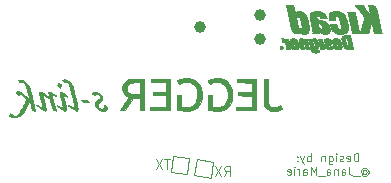
<source format=gbo>
G04 #@! TF.GenerationSoftware,KiCad,Pcbnew,6.0.0-d3dd2cf0fa~116~ubuntu20.04.1*
G04 #@! TF.CreationDate,2022-01-09T18:21:22+01:00*
G04 #@! TF.ProjectId,JEGGER_s-link,4a454747-4552-45f7-932d-6c696e6b2e6b,rev?*
G04 #@! TF.SameCoordinates,Original*
G04 #@! TF.FileFunction,Legend,Bot*
G04 #@! TF.FilePolarity,Positive*
%FSLAX46Y46*%
G04 Gerber Fmt 4.6, Leading zero omitted, Abs format (unit mm)*
G04 Created by KiCad (PCBNEW 6.0.0-d3dd2cf0fa~116~ubuntu20.04.1) date 2022-01-09 18:21:22*
%MOMM*%
%LPD*%
G01*
G04 APERTURE LIST*
%ADD10C,0.120000*%
%ADD11C,0.100000*%
%ADD12C,0.010000*%
%ADD13C,0.985520*%
%ADD14C,0.988060*%
G04 APERTURE END LIST*
D10*
X131983333Y-105503166D02*
X131983333Y-104803166D01*
X131816666Y-104803166D01*
X131716666Y-104836500D01*
X131650000Y-104903166D01*
X131616666Y-104969833D01*
X131583333Y-105103166D01*
X131583333Y-105203166D01*
X131616666Y-105336500D01*
X131650000Y-105403166D01*
X131716666Y-105469833D01*
X131816666Y-105503166D01*
X131983333Y-105503166D01*
X131016666Y-105469833D02*
X131083333Y-105503166D01*
X131216666Y-105503166D01*
X131283333Y-105469833D01*
X131316666Y-105403166D01*
X131316666Y-105136500D01*
X131283333Y-105069833D01*
X131216666Y-105036500D01*
X131083333Y-105036500D01*
X131016666Y-105069833D01*
X130983333Y-105136500D01*
X130983333Y-105203166D01*
X131316666Y-105269833D01*
X130716666Y-105469833D02*
X130650000Y-105503166D01*
X130516666Y-105503166D01*
X130450000Y-105469833D01*
X130416666Y-105403166D01*
X130416666Y-105369833D01*
X130450000Y-105303166D01*
X130516666Y-105269833D01*
X130616666Y-105269833D01*
X130683333Y-105236500D01*
X130716666Y-105169833D01*
X130716666Y-105136500D01*
X130683333Y-105069833D01*
X130616666Y-105036500D01*
X130516666Y-105036500D01*
X130450000Y-105069833D01*
X130116666Y-105503166D02*
X130116666Y-105036500D01*
X130116666Y-104803166D02*
X130150000Y-104836500D01*
X130116666Y-104869833D01*
X130083333Y-104836500D01*
X130116666Y-104803166D01*
X130116666Y-104869833D01*
X129483333Y-105036500D02*
X129483333Y-105603166D01*
X129516666Y-105669833D01*
X129550000Y-105703166D01*
X129616666Y-105736500D01*
X129716666Y-105736500D01*
X129783333Y-105703166D01*
X129483333Y-105469833D02*
X129550000Y-105503166D01*
X129683333Y-105503166D01*
X129750000Y-105469833D01*
X129783333Y-105436500D01*
X129816666Y-105369833D01*
X129816666Y-105169833D01*
X129783333Y-105103166D01*
X129750000Y-105069833D01*
X129683333Y-105036500D01*
X129550000Y-105036500D01*
X129483333Y-105069833D01*
X129150000Y-105036500D02*
X129150000Y-105503166D01*
X129150000Y-105103166D02*
X129116666Y-105069833D01*
X129050000Y-105036500D01*
X128950000Y-105036500D01*
X128883333Y-105069833D01*
X128850000Y-105136500D01*
X128850000Y-105503166D01*
X127983333Y-105503166D02*
X127983333Y-104803166D01*
X127983333Y-105069833D02*
X127916666Y-105036500D01*
X127783333Y-105036500D01*
X127716666Y-105069833D01*
X127683333Y-105103166D01*
X127650000Y-105169833D01*
X127650000Y-105369833D01*
X127683333Y-105436500D01*
X127716666Y-105469833D01*
X127783333Y-105503166D01*
X127916666Y-105503166D01*
X127983333Y-105469833D01*
X127416666Y-105036500D02*
X127250000Y-105503166D01*
X127083333Y-105036500D02*
X127250000Y-105503166D01*
X127316666Y-105669833D01*
X127350000Y-105703166D01*
X127416666Y-105736500D01*
X126816666Y-105436500D02*
X126783333Y-105469833D01*
X126816666Y-105503166D01*
X126850000Y-105469833D01*
X126816666Y-105436500D01*
X126816666Y-105503166D01*
X126816666Y-105069833D02*
X126783333Y-105103166D01*
X126816666Y-105136500D01*
X126850000Y-105103166D01*
X126816666Y-105069833D01*
X126816666Y-105136500D01*
X132400000Y-106296833D02*
X132433333Y-106263500D01*
X132500000Y-106230166D01*
X132566666Y-106230166D01*
X132633333Y-106263500D01*
X132666666Y-106296833D01*
X132700000Y-106363500D01*
X132700000Y-106430166D01*
X132666666Y-106496833D01*
X132633333Y-106530166D01*
X132566666Y-106563500D01*
X132500000Y-106563500D01*
X132433333Y-106530166D01*
X132400000Y-106496833D01*
X132400000Y-106230166D02*
X132400000Y-106496833D01*
X132366666Y-106530166D01*
X132333333Y-106530166D01*
X132266666Y-106496833D01*
X132233333Y-106430166D01*
X132233333Y-106263500D01*
X132300000Y-106163500D01*
X132400000Y-106096833D01*
X132533333Y-106063500D01*
X132666666Y-106096833D01*
X132766666Y-106163500D01*
X132833333Y-106263500D01*
X132866666Y-106396833D01*
X132833333Y-106530166D01*
X132766666Y-106630166D01*
X132666666Y-106696833D01*
X132533333Y-106730166D01*
X132400000Y-106696833D01*
X132300000Y-106630166D01*
X132100000Y-106696833D02*
X131566666Y-106696833D01*
X131200000Y-105930166D02*
X131200000Y-106430166D01*
X131233333Y-106530166D01*
X131300000Y-106596833D01*
X131400000Y-106630166D01*
X131466666Y-106630166D01*
X130566666Y-106630166D02*
X130566666Y-106263500D01*
X130600000Y-106196833D01*
X130666666Y-106163500D01*
X130800000Y-106163500D01*
X130866666Y-106196833D01*
X130566666Y-106596833D02*
X130633333Y-106630166D01*
X130800000Y-106630166D01*
X130866666Y-106596833D01*
X130900000Y-106530166D01*
X130900000Y-106463500D01*
X130866666Y-106396833D01*
X130800000Y-106363500D01*
X130633333Y-106363500D01*
X130566666Y-106330166D01*
X130233333Y-106163500D02*
X130233333Y-106630166D01*
X130233333Y-106230166D02*
X130200000Y-106196833D01*
X130133333Y-106163500D01*
X130033333Y-106163500D01*
X129966666Y-106196833D01*
X129933333Y-106263500D01*
X129933333Y-106630166D01*
X129300000Y-106630166D02*
X129300000Y-106263500D01*
X129333333Y-106196833D01*
X129400000Y-106163500D01*
X129533333Y-106163500D01*
X129600000Y-106196833D01*
X129300000Y-106596833D02*
X129366666Y-106630166D01*
X129533333Y-106630166D01*
X129600000Y-106596833D01*
X129633333Y-106530166D01*
X129633333Y-106463500D01*
X129600000Y-106396833D01*
X129533333Y-106363500D01*
X129366666Y-106363500D01*
X129300000Y-106330166D01*
X129133333Y-106696833D02*
X128600000Y-106696833D01*
X128433333Y-106630166D02*
X128433333Y-105930166D01*
X128200000Y-106430166D01*
X127966666Y-105930166D01*
X127966666Y-106630166D01*
X127333333Y-106630166D02*
X127333333Y-106263500D01*
X127366666Y-106196833D01*
X127433333Y-106163500D01*
X127566666Y-106163500D01*
X127633333Y-106196833D01*
X127333333Y-106596833D02*
X127400000Y-106630166D01*
X127566666Y-106630166D01*
X127633333Y-106596833D01*
X127666666Y-106530166D01*
X127666666Y-106463500D01*
X127633333Y-106396833D01*
X127566666Y-106363500D01*
X127400000Y-106363500D01*
X127333333Y-106330166D01*
X127000000Y-106630166D02*
X127000000Y-106163500D01*
X127000000Y-106296833D02*
X126966666Y-106230166D01*
X126933333Y-106196833D01*
X126866666Y-106163500D01*
X126800000Y-106163500D01*
X126566666Y-106630166D02*
X126566666Y-106163500D01*
X126566666Y-105930166D02*
X126600000Y-105963500D01*
X126566666Y-105996833D01*
X126533333Y-105963500D01*
X126566666Y-105930166D01*
X126566666Y-105996833D01*
X125966666Y-106596833D02*
X126033333Y-106630166D01*
X126166666Y-106630166D01*
X126233333Y-106596833D01*
X126266666Y-106530166D01*
X126266666Y-106263500D01*
X126233333Y-106196833D01*
X126166666Y-106163500D01*
X126033333Y-106163500D01*
X125966666Y-106196833D01*
X125933333Y-106263500D01*
X125933333Y-106330166D01*
X126266666Y-106396833D01*
D11*
X116009523Y-105311904D02*
X115552380Y-105311904D01*
X115780952Y-106111904D02*
X115780952Y-105311904D01*
X115361904Y-105311904D02*
X114828571Y-106111904D01*
X114828571Y-105311904D02*
X115361904Y-106111904D01*
X120633333Y-106711904D02*
X120900000Y-106330952D01*
X121090476Y-106711904D02*
X121090476Y-105911904D01*
X120785714Y-105911904D01*
X120709523Y-105950000D01*
X120671428Y-105988095D01*
X120633333Y-106064285D01*
X120633333Y-106178571D01*
X120671428Y-106254761D01*
X120709523Y-106292857D01*
X120785714Y-106330952D01*
X121090476Y-106330952D01*
X120366666Y-105911904D02*
X119833333Y-106711904D01*
X119833333Y-105911904D02*
X120366666Y-106711904D01*
D12*
X106597309Y-98819052D02*
X106594240Y-98824709D01*
X106594240Y-98824709D02*
X106577680Y-98861391D01*
X106577680Y-98861391D02*
X106547613Y-98921328D01*
X106547613Y-98921328D02*
X106529781Y-98955365D01*
X106529781Y-98955365D02*
X106475915Y-99056674D01*
X106475915Y-99056674D02*
X106587964Y-99151155D01*
X106587964Y-99151155D02*
X106647665Y-99200073D01*
X106647665Y-99200073D02*
X106692556Y-99234214D01*
X106692556Y-99234214D02*
X106711616Y-99245636D01*
X106711616Y-99245636D02*
X106731331Y-99228779D01*
X106731331Y-99228779D02*
X106764601Y-99187401D01*
X106764601Y-99187401D02*
X106770398Y-99179379D01*
X106770398Y-99179379D02*
X106810448Y-99115009D01*
X106810448Y-99115009D02*
X106839977Y-99054206D01*
X106839977Y-99054206D02*
X106850050Y-99009064D01*
X106850050Y-99009064D02*
X106830578Y-98977363D01*
X106830578Y-98977363D02*
X106800143Y-98955837D01*
X106800143Y-98955837D02*
X106739273Y-98912235D01*
X106739273Y-98912235D02*
X106675582Y-98859673D01*
X106675582Y-98859673D02*
X106671370Y-98855874D01*
X106671370Y-98855874D02*
X106622719Y-98819018D01*
X106622719Y-98819018D02*
X106597309Y-98819052D01*
X106597309Y-98819052D02*
X106597309Y-98819052D01*
G36*
X106671370Y-98855874D02*
G01*
X106675582Y-98859673D01*
X106739273Y-98912235D01*
X106800143Y-98955837D01*
X106830578Y-98977363D01*
X106850050Y-99009064D01*
X106839977Y-99054206D01*
X106810448Y-99115009D01*
X106770398Y-99179379D01*
X106764601Y-99187401D01*
X106731331Y-99228779D01*
X106711616Y-99245636D01*
X106692556Y-99234214D01*
X106647665Y-99200073D01*
X106587964Y-99151155D01*
X106475915Y-99056674D01*
X106529781Y-98955365D01*
X106547613Y-98921328D01*
X106577680Y-98861391D01*
X106594240Y-98824709D01*
X106597309Y-98819052D01*
X106622719Y-98819018D01*
X106671370Y-98855874D01*
G37*
X106671370Y-98855874D02*
X106675582Y-98859673D01*
X106739273Y-98912235D01*
X106800143Y-98955837D01*
X106830578Y-98977363D01*
X106850050Y-99009064D01*
X106839977Y-99054206D01*
X106810448Y-99115009D01*
X106770398Y-99179379D01*
X106764601Y-99187401D01*
X106731331Y-99228779D01*
X106711616Y-99245636D01*
X106692556Y-99234214D01*
X106647665Y-99200073D01*
X106587964Y-99151155D01*
X106475915Y-99056674D01*
X106529781Y-98955365D01*
X106547613Y-98921328D01*
X106577680Y-98861391D01*
X106594240Y-98824709D01*
X106597309Y-98819052D01*
X106622719Y-98819018D01*
X106671370Y-98855874D01*
X108586857Y-100376354D02*
X108670332Y-100492545D01*
X108670332Y-100492545D02*
X109201516Y-100492545D01*
X109201516Y-100492545D02*
X109120328Y-100382864D01*
X109120328Y-100382864D02*
X109039141Y-100273182D01*
X109039141Y-100273182D02*
X108503381Y-100260162D01*
X108503381Y-100260162D02*
X108586857Y-100376354D01*
X108586857Y-100376354D02*
X108586857Y-100376354D01*
G36*
X109039141Y-100273182D02*
G01*
X109120328Y-100382864D01*
X109201516Y-100492545D01*
X108670332Y-100492545D01*
X108586857Y-100376354D01*
X108503381Y-100260162D01*
X109039141Y-100273182D01*
G37*
X109039141Y-100273182D02*
X109120328Y-100382864D01*
X109201516Y-100492545D01*
X108670332Y-100492545D01*
X108586857Y-100376354D01*
X108503381Y-100260162D01*
X109039141Y-100273182D01*
X113005728Y-98490808D02*
X112887725Y-98495144D01*
X112887725Y-98495144D02*
X112802610Y-98502651D01*
X112802610Y-98502651D02*
X112790890Y-98504482D01*
X112790890Y-98504482D02*
X112568642Y-98558204D01*
X112568642Y-98558204D02*
X112385530Y-98635717D01*
X112385530Y-98635717D02*
X112240504Y-98738060D01*
X112240504Y-98738060D02*
X112132515Y-98866268D01*
X112132515Y-98866268D02*
X112060513Y-99021380D01*
X112060513Y-99021380D02*
X112023446Y-99204432D01*
X112023446Y-99204432D02*
X112018891Y-99266860D01*
X112018891Y-99266860D02*
X112016419Y-99378947D01*
X112016419Y-99378947D02*
X112022745Y-99463990D01*
X112022745Y-99463990D02*
X112040243Y-99540677D01*
X112040243Y-99540677D02*
X112061457Y-99602180D01*
X112061457Y-99602180D02*
X112133341Y-99738627D01*
X112133341Y-99738627D02*
X112236174Y-99861161D01*
X112236174Y-99861161D02*
X112358196Y-99957364D01*
X112358196Y-99957364D02*
X112435504Y-99997189D01*
X112435504Y-99997189D02*
X112497691Y-100025830D01*
X112497691Y-100025830D02*
X112537445Y-100050016D01*
X112537445Y-100050016D02*
X112545186Y-100059528D01*
X112545186Y-100059528D02*
X112532218Y-100083830D01*
X112532218Y-100083830D02*
X112496892Y-100137014D01*
X112496892Y-100137014D02*
X112444681Y-100211110D01*
X112444681Y-100211110D02*
X112384293Y-100293793D01*
X112384293Y-100293793D02*
X112264277Y-100462702D01*
X112264277Y-100462702D02*
X112144153Y-100644569D01*
X112144153Y-100644569D02*
X112032936Y-100825095D01*
X112032936Y-100825095D02*
X111939643Y-100989979D01*
X111939643Y-100989979D02*
X111912631Y-101041866D01*
X111912631Y-101041866D02*
X111850844Y-101164005D01*
X111850844Y-101164005D02*
X112050844Y-101157320D01*
X112050844Y-101157320D02*
X112250844Y-101150636D01*
X112250844Y-101150636D02*
X112415377Y-100877995D01*
X112415377Y-100877995D02*
X112496958Y-100747472D01*
X112496958Y-100747472D02*
X112591806Y-100602944D01*
X112591806Y-100602944D02*
X112687193Y-100463473D01*
X112687193Y-100463473D02*
X112758386Y-100364222D01*
X112758386Y-100364222D02*
X112936863Y-100123091D01*
X112936863Y-100123091D02*
X113492000Y-100123091D01*
X113492000Y-100123091D02*
X113492000Y-101162182D01*
X113492000Y-101162182D02*
X113861454Y-101162182D01*
X113861454Y-101162182D02*
X113861454Y-98806909D01*
X113861454Y-98806909D02*
X113492000Y-98806909D01*
X113492000Y-98806909D02*
X113492000Y-99829277D01*
X113492000Y-99829277D02*
X113162954Y-99816626D01*
X113162954Y-99816626D02*
X112997068Y-99807299D01*
X112997068Y-99807299D02*
X112856775Y-99793461D01*
X112856775Y-99793461D02*
X112750299Y-99776029D01*
X112750299Y-99776029D02*
X112712504Y-99766313D01*
X112712504Y-99766313D02*
X112579250Y-99704888D01*
X112579250Y-99704888D02*
X112481914Y-99614507D01*
X112481914Y-99614507D02*
X112420650Y-99495333D01*
X112420650Y-99495333D02*
X112407265Y-99444499D01*
X112407265Y-99444499D02*
X112393975Y-99290080D01*
X112393975Y-99290080D02*
X112418312Y-99148480D01*
X112418312Y-99148480D02*
X112477906Y-99026844D01*
X112477906Y-99026844D02*
X112570388Y-98932314D01*
X112570388Y-98932314D02*
X112579275Y-98926041D01*
X112579275Y-98926041D02*
X112661158Y-98878678D01*
X112661158Y-98878678D02*
X112753047Y-98844828D01*
X112753047Y-98844828D02*
X112863798Y-98822747D01*
X112863798Y-98822747D02*
X113002266Y-98810690D01*
X113002266Y-98810690D02*
X113177305Y-98806913D01*
X113177305Y-98806913D02*
X113183943Y-98806909D01*
X113183943Y-98806909D02*
X113492000Y-98806909D01*
X113492000Y-98806909D02*
X113861454Y-98806909D01*
X113861454Y-98806909D02*
X113861454Y-98535060D01*
X113861454Y-98535060D02*
X113786409Y-98521063D01*
X113786409Y-98521063D02*
X113702826Y-98510240D01*
X113702826Y-98510240D02*
X113585917Y-98501484D01*
X113585917Y-98501484D02*
X113446716Y-98494979D01*
X113446716Y-98494979D02*
X113296260Y-98490908D01*
X113296260Y-98490908D02*
X113145586Y-98489457D01*
X113145586Y-98489457D02*
X113005728Y-98490808D01*
X113005728Y-98490808D02*
X113005728Y-98490808D01*
G36*
X113492000Y-101162182D02*
G01*
X113492000Y-100123091D01*
X112936863Y-100123091D01*
X112758386Y-100364222D01*
X112687193Y-100463473D01*
X112591806Y-100602944D01*
X112496958Y-100747472D01*
X112415377Y-100877995D01*
X112250844Y-101150636D01*
X112050844Y-101157320D01*
X111850844Y-101164005D01*
X111912631Y-101041866D01*
X111939643Y-100989979D01*
X112032936Y-100825095D01*
X112144153Y-100644569D01*
X112264277Y-100462702D01*
X112384293Y-100293793D01*
X112444681Y-100211110D01*
X112496892Y-100137014D01*
X112532218Y-100083830D01*
X112545186Y-100059528D01*
X112537445Y-100050016D01*
X112497691Y-100025830D01*
X112435504Y-99997189D01*
X112358196Y-99957364D01*
X112236174Y-99861161D01*
X112133341Y-99738627D01*
X112061457Y-99602180D01*
X112040243Y-99540677D01*
X112022745Y-99463990D01*
X112016419Y-99378947D01*
X112018379Y-99290080D01*
X112393975Y-99290080D01*
X112407265Y-99444499D01*
X112420650Y-99495333D01*
X112481914Y-99614507D01*
X112579250Y-99704888D01*
X112712504Y-99766313D01*
X112750299Y-99776029D01*
X112856775Y-99793461D01*
X112997068Y-99807299D01*
X113162954Y-99816626D01*
X113492000Y-99829277D01*
X113492000Y-98806909D01*
X113183943Y-98806909D01*
X113177305Y-98806913D01*
X113002266Y-98810690D01*
X112863798Y-98822747D01*
X112753047Y-98844828D01*
X112661158Y-98878678D01*
X112579275Y-98926041D01*
X112570388Y-98932314D01*
X112477906Y-99026844D01*
X112418312Y-99148480D01*
X112393975Y-99290080D01*
X112018379Y-99290080D01*
X112018891Y-99266860D01*
X112023446Y-99204432D01*
X112060513Y-99021380D01*
X112132515Y-98866268D01*
X112240504Y-98738060D01*
X112385530Y-98635717D01*
X112568642Y-98558204D01*
X112790890Y-98504482D01*
X112802610Y-98502651D01*
X112887725Y-98495144D01*
X113005728Y-98490808D01*
X113145586Y-98489457D01*
X113296260Y-98490908D01*
X113446716Y-98494979D01*
X113585917Y-98501484D01*
X113702826Y-98510240D01*
X113786409Y-98521063D01*
X113861454Y-98535060D01*
X113861454Y-101162182D01*
X113492000Y-101162182D01*
G37*
X113492000Y-101162182D02*
X113492000Y-100123091D01*
X112936863Y-100123091D01*
X112758386Y-100364222D01*
X112687193Y-100463473D01*
X112591806Y-100602944D01*
X112496958Y-100747472D01*
X112415377Y-100877995D01*
X112250844Y-101150636D01*
X112050844Y-101157320D01*
X111850844Y-101164005D01*
X111912631Y-101041866D01*
X111939643Y-100989979D01*
X112032936Y-100825095D01*
X112144153Y-100644569D01*
X112264277Y-100462702D01*
X112384293Y-100293793D01*
X112444681Y-100211110D01*
X112496892Y-100137014D01*
X112532218Y-100083830D01*
X112545186Y-100059528D01*
X112537445Y-100050016D01*
X112497691Y-100025830D01*
X112435504Y-99997189D01*
X112358196Y-99957364D01*
X112236174Y-99861161D01*
X112133341Y-99738627D01*
X112061457Y-99602180D01*
X112040243Y-99540677D01*
X112022745Y-99463990D01*
X112016419Y-99378947D01*
X112018379Y-99290080D01*
X112393975Y-99290080D01*
X112407265Y-99444499D01*
X112420650Y-99495333D01*
X112481914Y-99614507D01*
X112579250Y-99704888D01*
X112712504Y-99766313D01*
X112750299Y-99776029D01*
X112856775Y-99793461D01*
X112997068Y-99807299D01*
X113162954Y-99816626D01*
X113492000Y-99829277D01*
X113492000Y-98806909D01*
X113183943Y-98806909D01*
X113177305Y-98806913D01*
X113002266Y-98810690D01*
X112863798Y-98822747D01*
X112753047Y-98844828D01*
X112661158Y-98878678D01*
X112579275Y-98926041D01*
X112570388Y-98932314D01*
X112477906Y-99026844D01*
X112418312Y-99148480D01*
X112393975Y-99290080D01*
X112018379Y-99290080D01*
X112018891Y-99266860D01*
X112023446Y-99204432D01*
X112060513Y-99021380D01*
X112132515Y-98866268D01*
X112240504Y-98738060D01*
X112385530Y-98635717D01*
X112568642Y-98558204D01*
X112790890Y-98504482D01*
X112802610Y-98502651D01*
X112887725Y-98495144D01*
X113005728Y-98490808D01*
X113145586Y-98489457D01*
X113296260Y-98490908D01*
X113446716Y-98494979D01*
X113585917Y-98501484D01*
X113702826Y-98510240D01*
X113786409Y-98521063D01*
X113861454Y-98535060D01*
X113861454Y-101162182D01*
X113492000Y-101162182D01*
X114438727Y-98806909D02*
X115685636Y-98806909D01*
X115685636Y-98806909D02*
X115685636Y-99615091D01*
X115685636Y-99615091D02*
X114577273Y-99615091D01*
X114577273Y-99615091D02*
X114577273Y-99915273D01*
X114577273Y-99915273D02*
X115685636Y-99915273D01*
X115685636Y-99915273D02*
X115685636Y-100862000D01*
X115685636Y-100862000D02*
X114346364Y-100862000D01*
X114346364Y-100862000D02*
X114346364Y-101162182D01*
X114346364Y-101162182D02*
X116055091Y-101162182D01*
X116055091Y-101162182D02*
X116055091Y-98506727D01*
X116055091Y-98506727D02*
X114438727Y-98506727D01*
X114438727Y-98506727D02*
X114438727Y-98806909D01*
X114438727Y-98806909D02*
X114438727Y-98806909D01*
G36*
X116055091Y-101162182D02*
G01*
X114346364Y-101162182D01*
X114346364Y-100862000D01*
X115685636Y-100862000D01*
X115685636Y-99915273D01*
X114577273Y-99915273D01*
X114577273Y-99615091D01*
X115685636Y-99615091D01*
X115685636Y-98806909D01*
X114438727Y-98806909D01*
X114438727Y-98506727D01*
X116055091Y-98506727D01*
X116055091Y-101162182D01*
G37*
X116055091Y-101162182D02*
X114346364Y-101162182D01*
X114346364Y-100862000D01*
X115685636Y-100862000D01*
X115685636Y-99915273D01*
X114577273Y-99915273D01*
X114577273Y-99615091D01*
X115685636Y-99615091D01*
X115685636Y-98806909D01*
X114438727Y-98806909D01*
X114438727Y-98506727D01*
X116055091Y-98506727D01*
X116055091Y-101162182D01*
X121689273Y-98806167D02*
X122947727Y-98818455D01*
X122947727Y-98818455D02*
X122960363Y-99615091D01*
X122960363Y-99615091D02*
X121827818Y-99615091D01*
X121827818Y-99615091D02*
X121827818Y-99914452D01*
X121827818Y-99914452D02*
X122387773Y-99920635D01*
X122387773Y-99920635D02*
X122947727Y-99926818D01*
X122947727Y-99926818D02*
X122947727Y-100850455D01*
X122947727Y-100850455D02*
X122272318Y-100856576D01*
X122272318Y-100856576D02*
X121596909Y-100862698D01*
X121596909Y-100862698D02*
X121596909Y-101162182D01*
X121596909Y-101162182D02*
X123305636Y-101162182D01*
X123305636Y-101162182D02*
X123305636Y-98506727D01*
X123305636Y-98506727D02*
X121689273Y-98506727D01*
X121689273Y-98506727D02*
X121689273Y-98806167D01*
X121689273Y-98806167D02*
X121689273Y-98806167D01*
G36*
X123305636Y-101162182D02*
G01*
X121596909Y-101162182D01*
X121596909Y-100862698D01*
X122272318Y-100856576D01*
X122947727Y-100850455D01*
X122947727Y-99926818D01*
X122387773Y-99920635D01*
X121827818Y-99914452D01*
X121827818Y-99615091D01*
X122960363Y-99615091D01*
X122947727Y-98818455D01*
X121689273Y-98806167D01*
X121689273Y-98506727D01*
X123305636Y-98506727D01*
X123305636Y-101162182D01*
G37*
X123305636Y-101162182D02*
X121596909Y-101162182D01*
X121596909Y-100862698D01*
X122272318Y-100856576D01*
X122947727Y-100850455D01*
X122947727Y-99926818D01*
X122387773Y-99920635D01*
X121827818Y-99914452D01*
X121827818Y-99615091D01*
X122960363Y-99615091D01*
X122947727Y-98818455D01*
X121689273Y-98806167D01*
X121689273Y-98506727D01*
X123305636Y-98506727D01*
X123305636Y-101162182D01*
X104972886Y-99602498D02*
X104958924Y-99620876D01*
X104958924Y-99620876D02*
X104960880Y-99652605D01*
X104960880Y-99652605D02*
X104973878Y-99721737D01*
X104973878Y-99721737D02*
X104996306Y-99821263D01*
X104996306Y-99821263D02*
X105026552Y-99944171D01*
X105026552Y-99944171D02*
X105063005Y-100083451D01*
X105063005Y-100083451D02*
X105077709Y-100137603D01*
X105077709Y-100137603D02*
X105136139Y-100359619D01*
X105136139Y-100359619D02*
X105178235Y-100540624D01*
X105178235Y-100540624D02*
X105204257Y-100682706D01*
X105204257Y-100682706D02*
X105214462Y-100787953D01*
X105214462Y-100787953D02*
X105209110Y-100858452D01*
X105209110Y-100858452D02*
X105188457Y-100896292D01*
X105188457Y-100896292D02*
X105172487Y-100903614D01*
X105172487Y-100903614D02*
X105135037Y-100896395D01*
X105135037Y-100896395D02*
X105069403Y-100870066D01*
X105069403Y-100870066D02*
X104986889Y-100829461D01*
X104986889Y-100829461D02*
X104943801Y-100805862D01*
X104943801Y-100805862D02*
X104861395Y-100760870D01*
X104861395Y-100760870D02*
X104794995Y-100727804D01*
X104794995Y-100727804D02*
X104753980Y-100711174D01*
X104753980Y-100711174D02*
X104745689Y-100710614D01*
X104745689Y-100710614D02*
X104741218Y-100738541D01*
X104741218Y-100738541D02*
X104771680Y-100781260D01*
X104771680Y-100781260D02*
X104839129Y-100840935D01*
X104839129Y-100840935D02*
X104941249Y-100916653D01*
X104941249Y-100916653D02*
X105076730Y-101008175D01*
X105076730Y-101008175D02*
X105201512Y-101084828D01*
X105201512Y-101084828D02*
X105310158Y-101143839D01*
X105310158Y-101143839D02*
X105397229Y-101182439D01*
X105397229Y-101182439D02*
X105457289Y-101197856D01*
X105457289Y-101197856D02*
X105481761Y-101192131D01*
X105481761Y-101192131D02*
X105499981Y-101160392D01*
X105499981Y-101160392D02*
X105507988Y-101108574D01*
X105507988Y-101108574D02*
X105505256Y-101032498D01*
X105505256Y-101032498D02*
X105491260Y-100927985D01*
X105491260Y-100927985D02*
X105465473Y-100790856D01*
X105465473Y-100790856D02*
X105427370Y-100616933D01*
X105427370Y-100616933D02*
X105388665Y-100452646D01*
X105388665Y-100452646D02*
X105343299Y-100262755D01*
X105343299Y-100262755D02*
X105310385Y-100114848D01*
X105310385Y-100114848D02*
X105291729Y-100005971D01*
X105291729Y-100005971D02*
X105289132Y-99933172D01*
X105289132Y-99933172D02*
X105304399Y-99893495D01*
X105304399Y-99893495D02*
X105339334Y-99883989D01*
X105339334Y-99883989D02*
X105395740Y-99901699D01*
X105395740Y-99901699D02*
X105475421Y-99943671D01*
X105475421Y-99943671D02*
X105580182Y-100006954D01*
X105580182Y-100006954D02*
X105638680Y-100043270D01*
X105638680Y-100043270D02*
X105727451Y-100100743D01*
X105727451Y-100100743D02*
X105801728Y-100153123D01*
X105801728Y-100153123D02*
X105852355Y-100193698D01*
X105852355Y-100193698D02*
X105869335Y-100212415D01*
X105869335Y-100212415D02*
X105880810Y-100246289D01*
X105880810Y-100246289D02*
X105900873Y-100317085D01*
X105900873Y-100317085D02*
X105927391Y-100416808D01*
X105927391Y-100416808D02*
X105958230Y-100537458D01*
X105958230Y-100537458D02*
X105987150Y-100654182D01*
X105987150Y-100654182D02*
X106020310Y-100785747D01*
X106020310Y-100785747D02*
X106051673Y-100902489D01*
X106051673Y-100902489D02*
X106079002Y-100996655D01*
X106079002Y-100996655D02*
X106100057Y-101060491D01*
X106100057Y-101060491D02*
X106111693Y-101085501D01*
X106111693Y-101085501D02*
X106146753Y-101108408D01*
X106146753Y-101108408D02*
X106209397Y-101138328D01*
X106209397Y-101138328D02*
X106259741Y-101158696D01*
X106259741Y-101158696D02*
X106328427Y-101183318D01*
X106328427Y-101183318D02*
X106363422Y-101190974D01*
X106363422Y-101190974D02*
X106373743Y-101182264D01*
X106373743Y-101182264D02*
X106370933Y-101166104D01*
X106370933Y-101166104D02*
X106289305Y-100875743D01*
X106289305Y-100875743D02*
X106220600Y-100622098D01*
X106220600Y-100622098D02*
X106165135Y-100406465D01*
X106165135Y-100406465D02*
X106123225Y-100230144D01*
X106123225Y-100230144D02*
X106095187Y-100094431D01*
X106095187Y-100094431D02*
X106081337Y-100000626D01*
X106081337Y-100000626D02*
X106079818Y-99972106D01*
X106079818Y-99972106D02*
X106084200Y-99917883D01*
X106084200Y-99917883D02*
X106104038Y-99895841D01*
X106104038Y-99895841D02*
X106138465Y-99892182D01*
X106138465Y-99892182D02*
X106195509Y-99902650D01*
X106195509Y-99902650D02*
X106267352Y-99928840D01*
X106267352Y-99928840D02*
X106290794Y-99939974D01*
X106290794Y-99939974D02*
X106349537Y-99965658D01*
X106349537Y-99965658D02*
X106390219Y-99975574D01*
X106390219Y-99975574D02*
X106398739Y-99973503D01*
X106398739Y-99973503D02*
X106402727Y-99944916D01*
X106402727Y-99944916D02*
X106367786Y-99904246D01*
X106367786Y-99904246D02*
X106292448Y-99850241D01*
X106292448Y-99850241D02*
X106175246Y-99781647D01*
X106175246Y-99781647D02*
X106171749Y-99779724D01*
X106171749Y-99779724D02*
X106026188Y-99701573D01*
X106026188Y-99701573D02*
X105915809Y-99646594D01*
X105915809Y-99646594D02*
X105836810Y-99613199D01*
X105836810Y-99613199D02*
X105785388Y-99599800D01*
X105785388Y-99599800D02*
X105757744Y-99604809D01*
X105757744Y-99604809D02*
X105756271Y-99606129D01*
X105756271Y-99606129D02*
X105750029Y-99640708D01*
X105750029Y-99640708D02*
X105758183Y-99713547D01*
X105758183Y-99713547D02*
X105780121Y-99819232D01*
X105780121Y-99819232D02*
X105780587Y-99821188D01*
X105780587Y-99821188D02*
X105800530Y-99909160D01*
X105800530Y-99909160D02*
X105814159Y-99978173D01*
X105814159Y-99978173D02*
X105819430Y-100017445D01*
X105819430Y-100017445D02*
X105818752Y-100022399D01*
X105818752Y-100022399D02*
X105797539Y-100013496D01*
X105797539Y-100013496D02*
X105743708Y-99983832D01*
X105743708Y-99983832D02*
X105663763Y-99937188D01*
X105663763Y-99937188D02*
X105564209Y-99877347D01*
X105564209Y-99877347D02*
X105473161Y-99821486D01*
X105473161Y-99821486D02*
X105310173Y-99723900D01*
X105310173Y-99723900D02*
X105180998Y-99654123D01*
X105180998Y-99654123D02*
X105083291Y-99611241D01*
X105083291Y-99611241D02*
X105014702Y-99594338D01*
X105014702Y-99594338D02*
X104972886Y-99602498D01*
X104972886Y-99602498D02*
X104972886Y-99602498D01*
G36*
X105083291Y-99611241D02*
G01*
X105180998Y-99654123D01*
X105310173Y-99723900D01*
X105473161Y-99821486D01*
X105564209Y-99877347D01*
X105663763Y-99937188D01*
X105743708Y-99983832D01*
X105797539Y-100013496D01*
X105818752Y-100022399D01*
X105819430Y-100017445D01*
X105814159Y-99978173D01*
X105800530Y-99909160D01*
X105780587Y-99821188D01*
X105780121Y-99819232D01*
X105758183Y-99713547D01*
X105750029Y-99640708D01*
X105756271Y-99606129D01*
X105757744Y-99604809D01*
X105785388Y-99599800D01*
X105836810Y-99613199D01*
X105915809Y-99646594D01*
X106026188Y-99701573D01*
X106171749Y-99779724D01*
X106175246Y-99781647D01*
X106292448Y-99850241D01*
X106367786Y-99904246D01*
X106402727Y-99944916D01*
X106398739Y-99973503D01*
X106390219Y-99975574D01*
X106349537Y-99965658D01*
X106290794Y-99939974D01*
X106267352Y-99928840D01*
X106195509Y-99902650D01*
X106138465Y-99892182D01*
X106104038Y-99895841D01*
X106084200Y-99917883D01*
X106079818Y-99972106D01*
X106081337Y-100000626D01*
X106095187Y-100094431D01*
X106123225Y-100230144D01*
X106165135Y-100406465D01*
X106220600Y-100622098D01*
X106289305Y-100875743D01*
X106370933Y-101166104D01*
X106373743Y-101182264D01*
X106363422Y-101190974D01*
X106328427Y-101183318D01*
X106259741Y-101158696D01*
X106209397Y-101138328D01*
X106146753Y-101108408D01*
X106111693Y-101085501D01*
X106100057Y-101060491D01*
X106079002Y-100996655D01*
X106051673Y-100902489D01*
X106020310Y-100785747D01*
X105987150Y-100654182D01*
X105958230Y-100537458D01*
X105927391Y-100416808D01*
X105900873Y-100317085D01*
X105880810Y-100246289D01*
X105869335Y-100212415D01*
X105852355Y-100193698D01*
X105801728Y-100153123D01*
X105727451Y-100100743D01*
X105638680Y-100043270D01*
X105580182Y-100006954D01*
X105475421Y-99943671D01*
X105395740Y-99901699D01*
X105339334Y-99883989D01*
X105304399Y-99893495D01*
X105289132Y-99933172D01*
X105291729Y-100005971D01*
X105310385Y-100114848D01*
X105343299Y-100262755D01*
X105388665Y-100452646D01*
X105427370Y-100616933D01*
X105465473Y-100790856D01*
X105491260Y-100927985D01*
X105505256Y-101032498D01*
X105507988Y-101108574D01*
X105499981Y-101160392D01*
X105481761Y-101192131D01*
X105457289Y-101197856D01*
X105397229Y-101182439D01*
X105310158Y-101143839D01*
X105201512Y-101084828D01*
X105076730Y-101008175D01*
X104941249Y-100916653D01*
X104839129Y-100840935D01*
X104771680Y-100781260D01*
X104741218Y-100738541D01*
X104745689Y-100710614D01*
X104753980Y-100711174D01*
X104794995Y-100727804D01*
X104861395Y-100760870D01*
X104943801Y-100805862D01*
X104986889Y-100829461D01*
X105069403Y-100870066D01*
X105135037Y-100896395D01*
X105172487Y-100903614D01*
X105188457Y-100896292D01*
X105209110Y-100858452D01*
X105214462Y-100787953D01*
X105204257Y-100682706D01*
X105178235Y-100540624D01*
X105136139Y-100359619D01*
X105077709Y-100137603D01*
X105063005Y-100083451D01*
X105026552Y-99944171D01*
X104996306Y-99821263D01*
X104973878Y-99721737D01*
X104960880Y-99652605D01*
X104958924Y-99620876D01*
X104972886Y-99602498D01*
X105014702Y-99594338D01*
X105083291Y-99611241D01*
G37*
X105083291Y-99611241D02*
X105180998Y-99654123D01*
X105310173Y-99723900D01*
X105473161Y-99821486D01*
X105564209Y-99877347D01*
X105663763Y-99937188D01*
X105743708Y-99983832D01*
X105797539Y-100013496D01*
X105818752Y-100022399D01*
X105819430Y-100017445D01*
X105814159Y-99978173D01*
X105800530Y-99909160D01*
X105780587Y-99821188D01*
X105780121Y-99819232D01*
X105758183Y-99713547D01*
X105750029Y-99640708D01*
X105756271Y-99606129D01*
X105757744Y-99604809D01*
X105785388Y-99599800D01*
X105836810Y-99613199D01*
X105915809Y-99646594D01*
X106026188Y-99701573D01*
X106171749Y-99779724D01*
X106175246Y-99781647D01*
X106292448Y-99850241D01*
X106367786Y-99904246D01*
X106402727Y-99944916D01*
X106398739Y-99973503D01*
X106390219Y-99975574D01*
X106349537Y-99965658D01*
X106290794Y-99939974D01*
X106267352Y-99928840D01*
X106195509Y-99902650D01*
X106138465Y-99892182D01*
X106104038Y-99895841D01*
X106084200Y-99917883D01*
X106079818Y-99972106D01*
X106081337Y-100000626D01*
X106095187Y-100094431D01*
X106123225Y-100230144D01*
X106165135Y-100406465D01*
X106220600Y-100622098D01*
X106289305Y-100875743D01*
X106370933Y-101166104D01*
X106373743Y-101182264D01*
X106363422Y-101190974D01*
X106328427Y-101183318D01*
X106259741Y-101158696D01*
X106209397Y-101138328D01*
X106146753Y-101108408D01*
X106111693Y-101085501D01*
X106100057Y-101060491D01*
X106079002Y-100996655D01*
X106051673Y-100902489D01*
X106020310Y-100785747D01*
X105987150Y-100654182D01*
X105958230Y-100537458D01*
X105927391Y-100416808D01*
X105900873Y-100317085D01*
X105880810Y-100246289D01*
X105869335Y-100212415D01*
X105852355Y-100193698D01*
X105801728Y-100153123D01*
X105727451Y-100100743D01*
X105638680Y-100043270D01*
X105580182Y-100006954D01*
X105475421Y-99943671D01*
X105395740Y-99901699D01*
X105339334Y-99883989D01*
X105304399Y-99893495D01*
X105289132Y-99933172D01*
X105291729Y-100005971D01*
X105310385Y-100114848D01*
X105343299Y-100262755D01*
X105388665Y-100452646D01*
X105427370Y-100616933D01*
X105465473Y-100790856D01*
X105491260Y-100927985D01*
X105505256Y-101032498D01*
X105507988Y-101108574D01*
X105499981Y-101160392D01*
X105481761Y-101192131D01*
X105457289Y-101197856D01*
X105397229Y-101182439D01*
X105310158Y-101143839D01*
X105201512Y-101084828D01*
X105076730Y-101008175D01*
X104941249Y-100916653D01*
X104839129Y-100840935D01*
X104771680Y-100781260D01*
X104741218Y-100738541D01*
X104745689Y-100710614D01*
X104753980Y-100711174D01*
X104794995Y-100727804D01*
X104861395Y-100760870D01*
X104943801Y-100805862D01*
X104986889Y-100829461D01*
X105069403Y-100870066D01*
X105135037Y-100896395D01*
X105172487Y-100903614D01*
X105188457Y-100896292D01*
X105209110Y-100858452D01*
X105214462Y-100787953D01*
X105204257Y-100682706D01*
X105178235Y-100540624D01*
X105136139Y-100359619D01*
X105077709Y-100137603D01*
X105063005Y-100083451D01*
X105026552Y-99944171D01*
X104996306Y-99821263D01*
X104973878Y-99721737D01*
X104960880Y-99652605D01*
X104958924Y-99620876D01*
X104972886Y-99602498D01*
X105014702Y-99594338D01*
X105083291Y-99611241D01*
X106702466Y-99606661D02*
X106698877Y-99634099D01*
X106698877Y-99634099D02*
X106706551Y-99699195D01*
X106706551Y-99699195D02*
X106725784Y-99803486D01*
X106725784Y-99803486D02*
X106756873Y-99948514D01*
X106756873Y-99948514D02*
X106800114Y-100135817D01*
X106800114Y-100135817D02*
X106821182Y-100224179D01*
X106821182Y-100224179D02*
X106865169Y-100409174D01*
X106865169Y-100409174D02*
X106898559Y-100554652D01*
X106898559Y-100554652D02*
X106922286Y-100665819D01*
X106922286Y-100665819D02*
X106937284Y-100747877D01*
X106937284Y-100747877D02*
X106944487Y-100806030D01*
X106944487Y-100806030D02*
X106944830Y-100845482D01*
X106944830Y-100845482D02*
X106939245Y-100871436D01*
X106939245Y-100871436D02*
X106937926Y-100874548D01*
X106937926Y-100874548D02*
X106915914Y-100910455D01*
X106915914Y-100910455D02*
X106886176Y-100926162D01*
X106886176Y-100926162D02*
X106840689Y-100920769D01*
X106840689Y-100920769D02*
X106771428Y-100893375D01*
X106771428Y-100893375D02*
X106673833Y-100844872D01*
X106673833Y-100844872D02*
X106594141Y-100803726D01*
X106594141Y-100803726D02*
X106530409Y-100771052D01*
X106530409Y-100771052D02*
X106493626Y-100752479D01*
X106493626Y-100752479D02*
X106489682Y-100750584D01*
X106489682Y-100750584D02*
X106475636Y-100762859D01*
X106475636Y-100762859D02*
X106472364Y-100787494D01*
X106472364Y-100787494D02*
X106486233Y-100816197D01*
X106486233Y-100816197D02*
X106530190Y-100857315D01*
X106530190Y-100857315D02*
X106607757Y-100913634D01*
X106607757Y-100913634D02*
X106722458Y-100987937D01*
X106722458Y-100987937D02*
X106738819Y-100998154D01*
X106738819Y-100998154D02*
X106884274Y-101086812D01*
X106884274Y-101086812D02*
X106996974Y-101150372D01*
X106996974Y-101150372D02*
X107081817Y-101190474D01*
X107081817Y-101190474D02*
X107143704Y-101208756D01*
X107143704Y-101208756D02*
X107187534Y-101206858D01*
X107187534Y-101206858D02*
X107218205Y-101186420D01*
X107218205Y-101186420D02*
X107233551Y-101163700D01*
X107233551Y-101163700D02*
X107249451Y-101122081D01*
X107249451Y-101122081D02*
X107255165Y-101069843D01*
X107255165Y-101069843D02*
X107249851Y-100999815D01*
X107249851Y-100999815D02*
X107232666Y-100904827D01*
X107232666Y-100904827D02*
X107202768Y-100777705D01*
X107202768Y-100777705D02*
X107176056Y-100674212D01*
X107176056Y-100674212D02*
X107124119Y-100476365D01*
X107124119Y-100476365D02*
X107083372Y-100318277D01*
X107083372Y-100318277D02*
X107052891Y-100195142D01*
X107052891Y-100195142D02*
X107031752Y-100102155D01*
X107031752Y-100102155D02*
X107019030Y-100034510D01*
X107019030Y-100034510D02*
X107013803Y-99987402D01*
X107013803Y-99987402D02*
X107015146Y-99956025D01*
X107015146Y-99956025D02*
X107022135Y-99935572D01*
X107022135Y-99935572D02*
X107031697Y-99923316D01*
X107031697Y-99923316D02*
X107056181Y-99905597D01*
X107056181Y-99905597D02*
X107086775Y-99905254D01*
X107086775Y-99905254D02*
X107136337Y-99924365D01*
X107136337Y-99924365D02*
X107184388Y-99947987D01*
X107184388Y-99947987D02*
X107259017Y-99985100D01*
X107259017Y-99985100D02*
X107301572Y-100002307D01*
X107301572Y-100002307D02*
X107321057Y-100000803D01*
X107321057Y-100000803D02*
X107326477Y-99981784D01*
X107326477Y-99981784D02*
X107326727Y-99966880D01*
X107326727Y-99966880D02*
X107306278Y-99932764D01*
X107306278Y-99932764D02*
X107247003Y-99881918D01*
X107247003Y-99881918D02*
X107152015Y-99816952D01*
X107152015Y-99816952D02*
X107136227Y-99806994D01*
X107136227Y-99806994D02*
X106980490Y-99712890D01*
X106980490Y-99712890D02*
X106859702Y-99647320D01*
X106859702Y-99647320D02*
X106772865Y-99609826D01*
X106772865Y-99609826D02*
X106718984Y-99599946D01*
X106718984Y-99599946D02*
X106702466Y-99606661D01*
X106702466Y-99606661D02*
X106702466Y-99606661D01*
G36*
X106772865Y-99609826D02*
G01*
X106859702Y-99647320D01*
X106980490Y-99712890D01*
X107136227Y-99806994D01*
X107152015Y-99816952D01*
X107247003Y-99881918D01*
X107306278Y-99932764D01*
X107326727Y-99966880D01*
X107326477Y-99981784D01*
X107321057Y-100000803D01*
X107301572Y-100002307D01*
X107259017Y-99985100D01*
X107184388Y-99947987D01*
X107136337Y-99924365D01*
X107086775Y-99905254D01*
X107056181Y-99905597D01*
X107031697Y-99923316D01*
X107022135Y-99935572D01*
X107015146Y-99956025D01*
X107013803Y-99987402D01*
X107019030Y-100034510D01*
X107031752Y-100102155D01*
X107052891Y-100195142D01*
X107083372Y-100318277D01*
X107124119Y-100476365D01*
X107176056Y-100674212D01*
X107202768Y-100777705D01*
X107232666Y-100904827D01*
X107249851Y-100999815D01*
X107255165Y-101069843D01*
X107249451Y-101122081D01*
X107233551Y-101163700D01*
X107218205Y-101186420D01*
X107187534Y-101206858D01*
X107143704Y-101208756D01*
X107081817Y-101190474D01*
X106996974Y-101150372D01*
X106884274Y-101086812D01*
X106738819Y-100998154D01*
X106722458Y-100987937D01*
X106607757Y-100913634D01*
X106530190Y-100857315D01*
X106486233Y-100816197D01*
X106472364Y-100787494D01*
X106475636Y-100762859D01*
X106489682Y-100750584D01*
X106493626Y-100752479D01*
X106530409Y-100771052D01*
X106594141Y-100803726D01*
X106673833Y-100844872D01*
X106771428Y-100893375D01*
X106840689Y-100920769D01*
X106886176Y-100926162D01*
X106915914Y-100910455D01*
X106937926Y-100874548D01*
X106939245Y-100871436D01*
X106944830Y-100845482D01*
X106944487Y-100806030D01*
X106937284Y-100747877D01*
X106922286Y-100665819D01*
X106898559Y-100554652D01*
X106865169Y-100409174D01*
X106821182Y-100224179D01*
X106800114Y-100135817D01*
X106756873Y-99948514D01*
X106725784Y-99803486D01*
X106706551Y-99699195D01*
X106698877Y-99634099D01*
X106702466Y-99606661D01*
X106718984Y-99599946D01*
X106772865Y-99609826D01*
G37*
X106772865Y-99609826D02*
X106859702Y-99647320D01*
X106980490Y-99712890D01*
X107136227Y-99806994D01*
X107152015Y-99816952D01*
X107247003Y-99881918D01*
X107306278Y-99932764D01*
X107326727Y-99966880D01*
X107326477Y-99981784D01*
X107321057Y-100000803D01*
X107301572Y-100002307D01*
X107259017Y-99985100D01*
X107184388Y-99947987D01*
X107136337Y-99924365D01*
X107086775Y-99905254D01*
X107056181Y-99905597D01*
X107031697Y-99923316D01*
X107022135Y-99935572D01*
X107015146Y-99956025D01*
X107013803Y-99987402D01*
X107019030Y-100034510D01*
X107031752Y-100102155D01*
X107052891Y-100195142D01*
X107083372Y-100318277D01*
X107124119Y-100476365D01*
X107176056Y-100674212D01*
X107202768Y-100777705D01*
X107232666Y-100904827D01*
X107249851Y-100999815D01*
X107255165Y-101069843D01*
X107249451Y-101122081D01*
X107233551Y-101163700D01*
X107218205Y-101186420D01*
X107187534Y-101206858D01*
X107143704Y-101208756D01*
X107081817Y-101190474D01*
X106996974Y-101150372D01*
X106884274Y-101086812D01*
X106738819Y-100998154D01*
X106722458Y-100987937D01*
X106607757Y-100913634D01*
X106530190Y-100857315D01*
X106486233Y-100816197D01*
X106472364Y-100787494D01*
X106475636Y-100762859D01*
X106489682Y-100750584D01*
X106493626Y-100752479D01*
X106530409Y-100771052D01*
X106594141Y-100803726D01*
X106673833Y-100844872D01*
X106771428Y-100893375D01*
X106840689Y-100920769D01*
X106886176Y-100926162D01*
X106915914Y-100910455D01*
X106937926Y-100874548D01*
X106939245Y-100871436D01*
X106944830Y-100845482D01*
X106944487Y-100806030D01*
X106937284Y-100747877D01*
X106922286Y-100665819D01*
X106898559Y-100554652D01*
X106865169Y-100409174D01*
X106821182Y-100224179D01*
X106800114Y-100135817D01*
X106756873Y-99948514D01*
X106725784Y-99803486D01*
X106706551Y-99699195D01*
X106698877Y-99634099D01*
X106702466Y-99606661D01*
X106718984Y-99599946D01*
X106772865Y-99609826D01*
X107008442Y-98566349D02*
X107004404Y-98566981D01*
X107004404Y-98566981D02*
X106910113Y-98582059D01*
X106910113Y-98582059D02*
X106988627Y-98677152D01*
X106988627Y-98677152D02*
X107067140Y-98772246D01*
X107067140Y-98772246D02*
X107216824Y-98764549D01*
X107216824Y-98764549D02*
X107299580Y-98761917D01*
X107299580Y-98761917D02*
X107350517Y-98767201D01*
X107350517Y-98767201D02*
X107383813Y-98784217D01*
X107383813Y-98784217D02*
X107413650Y-98816783D01*
X107413650Y-98816783D02*
X107414400Y-98817736D01*
X107414400Y-98817736D02*
X107445800Y-98868640D01*
X107445800Y-98868640D02*
X107480195Y-98946664D01*
X107480195Y-98946664D02*
X107518659Y-99055184D01*
X107518659Y-99055184D02*
X107562268Y-99197579D01*
X107562268Y-99197579D02*
X107612097Y-99377228D01*
X107612097Y-99377228D02*
X107669220Y-99597509D01*
X107669220Y-99597509D02*
X107693894Y-99695909D01*
X107693894Y-99695909D02*
X107758452Y-99957538D01*
X107758452Y-99957538D02*
X107811570Y-100178210D01*
X107811570Y-100178210D02*
X107853867Y-100361553D01*
X107853867Y-100361553D02*
X107885959Y-100511189D01*
X107885959Y-100511189D02*
X107908463Y-100630745D01*
X107908463Y-100630745D02*
X107921995Y-100723846D01*
X107921995Y-100723846D02*
X107927173Y-100794115D01*
X107927173Y-100794115D02*
X107924613Y-100845179D01*
X107924613Y-100845179D02*
X107914933Y-100880662D01*
X107914933Y-100880662D02*
X107899382Y-100903564D01*
X107899382Y-100903564D02*
X107877027Y-100921453D01*
X107877027Y-100921453D02*
X107851083Y-100927080D01*
X107851083Y-100927080D02*
X107813779Y-100917834D01*
X107813779Y-100917834D02*
X107757348Y-100891103D01*
X107757348Y-100891103D02*
X107674018Y-100844276D01*
X107674018Y-100844276D02*
X107608405Y-100805759D01*
X107608405Y-100805759D02*
X107508511Y-100748718D01*
X107508511Y-100748718D02*
X107442546Y-100716172D01*
X107442546Y-100716172D02*
X107406416Y-100706402D01*
X107406416Y-100706402D02*
X107396000Y-100716622D01*
X107396000Y-100716622D02*
X107396568Y-100731432D01*
X107396568Y-100731432D02*
X107401597Y-100745591D01*
X107401597Y-100745591D02*
X107416072Y-100763171D01*
X107416072Y-100763171D02*
X107444980Y-100788246D01*
X107444980Y-100788246D02*
X107493308Y-100824888D01*
X107493308Y-100824888D02*
X107566040Y-100877169D01*
X107566040Y-100877169D02*
X107668165Y-100949162D01*
X107668165Y-100949162D02*
X107757232Y-101011657D01*
X107757232Y-101011657D02*
X107885903Y-101099447D01*
X107885903Y-101099447D02*
X107984390Y-101159777D01*
X107984390Y-101159777D02*
X108058204Y-101194493D01*
X108058204Y-101194493D02*
X108112855Y-101205438D01*
X108112855Y-101205438D02*
X108153852Y-101194460D01*
X108153852Y-101194460D02*
X108186704Y-101163402D01*
X108186704Y-101163402D02*
X108191327Y-101157044D01*
X108191327Y-101157044D02*
X108208852Y-101124523D01*
X108208852Y-101124523D02*
X108219599Y-101083044D01*
X108219599Y-101083044D02*
X108222964Y-101028021D01*
X108222964Y-101028021D02*
X108218340Y-100954870D01*
X108218340Y-100954870D02*
X108205121Y-100859006D01*
X108205121Y-100859006D02*
X108182704Y-100735844D01*
X108182704Y-100735844D02*
X108150480Y-100580799D01*
X108150480Y-100580799D02*
X108107846Y-100389285D01*
X108107846Y-100389285D02*
X108065765Y-100206431D01*
X108065765Y-100206431D02*
X108003831Y-99940927D01*
X108003831Y-99940927D02*
X107950515Y-99716323D01*
X107950515Y-99716323D02*
X107904296Y-99528463D01*
X107904296Y-99528463D02*
X107863657Y-99373192D01*
X107863657Y-99373192D02*
X107827077Y-99246354D01*
X107827077Y-99246354D02*
X107793036Y-99143793D01*
X107793036Y-99143793D02*
X107760017Y-99061353D01*
X107760017Y-99061353D02*
X107726498Y-98994880D01*
X107726498Y-98994880D02*
X107690961Y-98940217D01*
X107690961Y-98940217D02*
X107651886Y-98893208D01*
X107651886Y-98893208D02*
X107607755Y-98849699D01*
X107607755Y-98849699D02*
X107557046Y-98805533D01*
X107557046Y-98805533D02*
X107552010Y-98801301D01*
X107552010Y-98801301D02*
X107417514Y-98695192D01*
X107417514Y-98695192D02*
X107303754Y-98621999D01*
X107303754Y-98621999D02*
X107202887Y-98578366D01*
X107202887Y-98578366D02*
X107107064Y-98560935D01*
X107107064Y-98560935D02*
X107008442Y-98566349D01*
X107008442Y-98566349D02*
X107008442Y-98566349D01*
G36*
X107202887Y-98578366D02*
G01*
X107303754Y-98621999D01*
X107417514Y-98695192D01*
X107552010Y-98801301D01*
X107557046Y-98805533D01*
X107607755Y-98849699D01*
X107651886Y-98893208D01*
X107690961Y-98940217D01*
X107726498Y-98994880D01*
X107760017Y-99061353D01*
X107793036Y-99143793D01*
X107827077Y-99246354D01*
X107863657Y-99373192D01*
X107904296Y-99528463D01*
X107950515Y-99716323D01*
X108003831Y-99940927D01*
X108065765Y-100206431D01*
X108107846Y-100389285D01*
X108150480Y-100580799D01*
X108182704Y-100735844D01*
X108205121Y-100859006D01*
X108218340Y-100954870D01*
X108222964Y-101028021D01*
X108219599Y-101083044D01*
X108208852Y-101124523D01*
X108191327Y-101157044D01*
X108186704Y-101163402D01*
X108153852Y-101194460D01*
X108112855Y-101205438D01*
X108058204Y-101194493D01*
X107984390Y-101159777D01*
X107885903Y-101099447D01*
X107757232Y-101011657D01*
X107668165Y-100949162D01*
X107566040Y-100877169D01*
X107493308Y-100824888D01*
X107444980Y-100788246D01*
X107416072Y-100763171D01*
X107401597Y-100745591D01*
X107396568Y-100731432D01*
X107396000Y-100716622D01*
X107406416Y-100706402D01*
X107442546Y-100716172D01*
X107508511Y-100748718D01*
X107608405Y-100805759D01*
X107674018Y-100844276D01*
X107757348Y-100891103D01*
X107813779Y-100917834D01*
X107851083Y-100927080D01*
X107877027Y-100921453D01*
X107899382Y-100903564D01*
X107914933Y-100880662D01*
X107924613Y-100845179D01*
X107927173Y-100794115D01*
X107921995Y-100723846D01*
X107908463Y-100630745D01*
X107885959Y-100511189D01*
X107853867Y-100361553D01*
X107811570Y-100178210D01*
X107758452Y-99957538D01*
X107693894Y-99695909D01*
X107669220Y-99597509D01*
X107612097Y-99377228D01*
X107562268Y-99197579D01*
X107518659Y-99055184D01*
X107480195Y-98946664D01*
X107445800Y-98868640D01*
X107414400Y-98817736D01*
X107413650Y-98816783D01*
X107383813Y-98784217D01*
X107350517Y-98767201D01*
X107299580Y-98761917D01*
X107216824Y-98764549D01*
X107067140Y-98772246D01*
X106988627Y-98677152D01*
X106910113Y-98582059D01*
X107004404Y-98566981D01*
X107008442Y-98566349D01*
X107107064Y-98560935D01*
X107202887Y-98578366D01*
G37*
X107202887Y-98578366D02*
X107303754Y-98621999D01*
X107417514Y-98695192D01*
X107552010Y-98801301D01*
X107557046Y-98805533D01*
X107607755Y-98849699D01*
X107651886Y-98893208D01*
X107690961Y-98940217D01*
X107726498Y-98994880D01*
X107760017Y-99061353D01*
X107793036Y-99143793D01*
X107827077Y-99246354D01*
X107863657Y-99373192D01*
X107904296Y-99528463D01*
X107950515Y-99716323D01*
X108003831Y-99940927D01*
X108065765Y-100206431D01*
X108107846Y-100389285D01*
X108150480Y-100580799D01*
X108182704Y-100735844D01*
X108205121Y-100859006D01*
X108218340Y-100954870D01*
X108222964Y-101028021D01*
X108219599Y-101083044D01*
X108208852Y-101124523D01*
X108191327Y-101157044D01*
X108186704Y-101163402D01*
X108153852Y-101194460D01*
X108112855Y-101205438D01*
X108058204Y-101194493D01*
X107984390Y-101159777D01*
X107885903Y-101099447D01*
X107757232Y-101011657D01*
X107668165Y-100949162D01*
X107566040Y-100877169D01*
X107493308Y-100824888D01*
X107444980Y-100788246D01*
X107416072Y-100763171D01*
X107401597Y-100745591D01*
X107396568Y-100731432D01*
X107396000Y-100716622D01*
X107406416Y-100706402D01*
X107442546Y-100716172D01*
X107508511Y-100748718D01*
X107608405Y-100805759D01*
X107674018Y-100844276D01*
X107757348Y-100891103D01*
X107813779Y-100917834D01*
X107851083Y-100927080D01*
X107877027Y-100921453D01*
X107899382Y-100903564D01*
X107914933Y-100880662D01*
X107924613Y-100845179D01*
X107927173Y-100794115D01*
X107921995Y-100723846D01*
X107908463Y-100630745D01*
X107885959Y-100511189D01*
X107853867Y-100361553D01*
X107811570Y-100178210D01*
X107758452Y-99957538D01*
X107693894Y-99695909D01*
X107669220Y-99597509D01*
X107612097Y-99377228D01*
X107562268Y-99197579D01*
X107518659Y-99055184D01*
X107480195Y-98946664D01*
X107445800Y-98868640D01*
X107414400Y-98817736D01*
X107413650Y-98816783D01*
X107383813Y-98784217D01*
X107350517Y-98767201D01*
X107299580Y-98761917D01*
X107216824Y-98764549D01*
X107067140Y-98772246D01*
X106988627Y-98677152D01*
X106910113Y-98582059D01*
X107004404Y-98566981D01*
X107008442Y-98566349D01*
X107107064Y-98560935D01*
X107202887Y-98578366D01*
X109616663Y-99604414D02*
X109533719Y-99637063D01*
X109533719Y-99637063D02*
X109482315Y-99674999D01*
X109482315Y-99674999D02*
X109453404Y-99708301D01*
X109453404Y-99708301D02*
X109451091Y-99716354D01*
X109451091Y-99716354D02*
X109466549Y-99747911D01*
X109466549Y-99747911D02*
X109505806Y-99796110D01*
X109505806Y-99796110D02*
X109531645Y-99822653D01*
X109531645Y-99822653D02*
X109612198Y-99900729D01*
X109612198Y-99900729D02*
X109664417Y-99851812D01*
X109664417Y-99851812D02*
X109736892Y-99799932D01*
X109736892Y-99799932D02*
X109814126Y-99769393D01*
X109814126Y-99769393D02*
X109879282Y-99766632D01*
X109879282Y-99766632D02*
X109883845Y-99767923D01*
X109883845Y-99767923D02*
X109994509Y-99820372D01*
X109994509Y-99820372D02*
X110064838Y-99894610D01*
X110064838Y-99894610D02*
X110095848Y-99991867D01*
X110095848Y-99991867D02*
X110097636Y-100026467D01*
X110097636Y-100026467D02*
X110082102Y-100098113D01*
X110082102Y-100098113D02*
X110032909Y-100171112D01*
X110032909Y-100171112D02*
X109946175Y-100250183D01*
X109946175Y-100250183D02*
X109865135Y-100308899D01*
X109865135Y-100308899D02*
X109776942Y-100373084D01*
X109776942Y-100373084D02*
X109722205Y-100427413D01*
X109722205Y-100427413D02*
X109693430Y-100483384D01*
X109693430Y-100483384D02*
X109683125Y-100552496D01*
X109683125Y-100552496D02*
X109682507Y-100589164D01*
X109682507Y-100589164D02*
X109705236Y-100721843D01*
X109705236Y-100721843D02*
X109767892Y-100848558D01*
X109767892Y-100848558D02*
X109864226Y-100963946D01*
X109864226Y-100963946D02*
X109987989Y-101062644D01*
X109987989Y-101062644D02*
X110132929Y-101139290D01*
X110132929Y-101139290D02*
X110292796Y-101188519D01*
X110292796Y-101188519D02*
X110397865Y-101203007D01*
X110397865Y-101203007D02*
X110482656Y-101207488D01*
X110482656Y-101207488D02*
X110537383Y-101203307D01*
X110537383Y-101203307D02*
X110577918Y-101186589D01*
X110577918Y-101186589D02*
X110620129Y-101153461D01*
X110620129Y-101153461D02*
X110627445Y-101146963D01*
X110627445Y-101146963D02*
X110681966Y-101084918D01*
X110681966Y-101084918D02*
X110708747Y-101012092D01*
X110708747Y-101012092D02*
X110714542Y-100973383D01*
X110714542Y-100973383D02*
X110726545Y-100866900D01*
X110726545Y-100866900D02*
X110602590Y-100783187D01*
X110602590Y-100783187D02*
X110535894Y-100738987D01*
X110535894Y-100738987D02*
X110498206Y-100718707D01*
X110498206Y-100718707D02*
X110480437Y-100720166D01*
X110480437Y-100720166D02*
X110473494Y-100741182D01*
X110473494Y-100741182D02*
X110472051Y-100751873D01*
X110472051Y-100751873D02*
X110442979Y-100873600D01*
X110442979Y-100873600D02*
X110392513Y-100969699D01*
X110392513Y-100969699D02*
X110325749Y-101034566D01*
X110325749Y-101034566D02*
X110247785Y-101062597D01*
X110247785Y-101062597D02*
X110193286Y-101058352D01*
X110193286Y-101058352D02*
X110074073Y-101009220D01*
X110074073Y-101009220D02*
X109983930Y-100931945D01*
X109983930Y-100931945D02*
X109928505Y-100832999D01*
X109928505Y-100832999D02*
X109912909Y-100737130D01*
X109912909Y-100737130D02*
X109916493Y-100695261D01*
X109916493Y-100695261D02*
X109931970Y-100658836D01*
X109931970Y-100658836D02*
X109966427Y-100618693D01*
X109966427Y-100618693D02*
X110026948Y-100565665D01*
X110026948Y-100565665D02*
X110076367Y-100525729D01*
X110076367Y-100525729D02*
X110195067Y-100423172D01*
X110195067Y-100423172D02*
X110274428Y-100332913D01*
X110274428Y-100332913D02*
X110317007Y-100247821D01*
X110317007Y-100247821D02*
X110325361Y-100160765D01*
X110325361Y-100160765D02*
X110302047Y-100064615D01*
X110302047Y-100064615D02*
X110268780Y-99989134D01*
X110268780Y-99989134D02*
X110190890Y-99868603D01*
X110190890Y-99868603D02*
X110090092Y-99765565D01*
X110090092Y-99765565D02*
X109974328Y-99683823D01*
X109974328Y-99683823D02*
X109851541Y-99627181D01*
X109851541Y-99627181D02*
X109729672Y-99599444D01*
X109729672Y-99599444D02*
X109616663Y-99604414D01*
X109616663Y-99604414D02*
X109616663Y-99604414D01*
G36*
X109851541Y-99627181D02*
G01*
X109974328Y-99683823D01*
X110090092Y-99765565D01*
X110190890Y-99868603D01*
X110268780Y-99989134D01*
X110302047Y-100064615D01*
X110325361Y-100160765D01*
X110317007Y-100247821D01*
X110274428Y-100332913D01*
X110195067Y-100423172D01*
X110076367Y-100525729D01*
X110026948Y-100565665D01*
X109966427Y-100618693D01*
X109931970Y-100658836D01*
X109916493Y-100695261D01*
X109912909Y-100737130D01*
X109928505Y-100832999D01*
X109983930Y-100931945D01*
X110074073Y-101009220D01*
X110193286Y-101058352D01*
X110247785Y-101062597D01*
X110325749Y-101034566D01*
X110392513Y-100969699D01*
X110442979Y-100873600D01*
X110472051Y-100751873D01*
X110473494Y-100741182D01*
X110480437Y-100720166D01*
X110498206Y-100718707D01*
X110535894Y-100738987D01*
X110602590Y-100783187D01*
X110726545Y-100866900D01*
X110714542Y-100973383D01*
X110708747Y-101012092D01*
X110681966Y-101084918D01*
X110627445Y-101146963D01*
X110620129Y-101153461D01*
X110577918Y-101186589D01*
X110537383Y-101203307D01*
X110482656Y-101207488D01*
X110397865Y-101203007D01*
X110292796Y-101188519D01*
X110132929Y-101139290D01*
X109987989Y-101062644D01*
X109864226Y-100963946D01*
X109767892Y-100848558D01*
X109705236Y-100721843D01*
X109682507Y-100589164D01*
X109683125Y-100552496D01*
X109693430Y-100483384D01*
X109722205Y-100427413D01*
X109776942Y-100373084D01*
X109865135Y-100308899D01*
X109946175Y-100250183D01*
X110032909Y-100171112D01*
X110082102Y-100098113D01*
X110097636Y-100026467D01*
X110095848Y-99991867D01*
X110064838Y-99894610D01*
X109994509Y-99820372D01*
X109883845Y-99767923D01*
X109879282Y-99766632D01*
X109814126Y-99769393D01*
X109736892Y-99799932D01*
X109664417Y-99851812D01*
X109612198Y-99900729D01*
X109531645Y-99822653D01*
X109505806Y-99796110D01*
X109466549Y-99747911D01*
X109451091Y-99716354D01*
X109453404Y-99708301D01*
X109482315Y-99674999D01*
X109533719Y-99637063D01*
X109616663Y-99604414D01*
X109729672Y-99599444D01*
X109851541Y-99627181D01*
G37*
X109851541Y-99627181D02*
X109974328Y-99683823D01*
X110090092Y-99765565D01*
X110190890Y-99868603D01*
X110268780Y-99989134D01*
X110302047Y-100064615D01*
X110325361Y-100160765D01*
X110317007Y-100247821D01*
X110274428Y-100332913D01*
X110195067Y-100423172D01*
X110076367Y-100525729D01*
X110026948Y-100565665D01*
X109966427Y-100618693D01*
X109931970Y-100658836D01*
X109916493Y-100695261D01*
X109912909Y-100737130D01*
X109928505Y-100832999D01*
X109983930Y-100931945D01*
X110074073Y-101009220D01*
X110193286Y-101058352D01*
X110247785Y-101062597D01*
X110325749Y-101034566D01*
X110392513Y-100969699D01*
X110442979Y-100873600D01*
X110472051Y-100751873D01*
X110473494Y-100741182D01*
X110480437Y-100720166D01*
X110498206Y-100718707D01*
X110535894Y-100738987D01*
X110602590Y-100783187D01*
X110726545Y-100866900D01*
X110714542Y-100973383D01*
X110708747Y-101012092D01*
X110681966Y-101084918D01*
X110627445Y-101146963D01*
X110620129Y-101153461D01*
X110577918Y-101186589D01*
X110537383Y-101203307D01*
X110482656Y-101207488D01*
X110397865Y-101203007D01*
X110292796Y-101188519D01*
X110132929Y-101139290D01*
X109987989Y-101062644D01*
X109864226Y-100963946D01*
X109767892Y-100848558D01*
X109705236Y-100721843D01*
X109682507Y-100589164D01*
X109683125Y-100552496D01*
X109693430Y-100483384D01*
X109722205Y-100427413D01*
X109776942Y-100373084D01*
X109865135Y-100308899D01*
X109946175Y-100250183D01*
X110032909Y-100171112D01*
X110082102Y-100098113D01*
X110097636Y-100026467D01*
X110095848Y-99991867D01*
X110064838Y-99894610D01*
X109994509Y-99820372D01*
X109883845Y-99767923D01*
X109879282Y-99766632D01*
X109814126Y-99769393D01*
X109736892Y-99799932D01*
X109664417Y-99851812D01*
X109612198Y-99900729D01*
X109531645Y-99822653D01*
X109505806Y-99796110D01*
X109466549Y-99747911D01*
X109451091Y-99716354D01*
X109453404Y-99708301D01*
X109482315Y-99674999D01*
X109533719Y-99637063D01*
X109616663Y-99604414D01*
X109729672Y-99599444D01*
X109851541Y-99627181D01*
X117261281Y-98456684D02*
X117045413Y-98488553D01*
X117045413Y-98488553D02*
X116846106Y-98542288D01*
X116846106Y-98542288D02*
X116766618Y-98572881D01*
X116766618Y-98572881D02*
X116658418Y-98619270D01*
X116658418Y-98619270D02*
X116718883Y-98771668D01*
X116718883Y-98771668D02*
X116753964Y-98853376D01*
X116753964Y-98853376D02*
X116780832Y-98897447D01*
X116780832Y-98897447D02*
X116804235Y-98910572D01*
X116804235Y-98910572D02*
X116815538Y-98907886D01*
X116815538Y-98907886D02*
X116980673Y-98841547D01*
X116980673Y-98841547D02*
X117130709Y-98800074D01*
X117130709Y-98800074D02*
X117286195Y-98778971D01*
X117286195Y-98778971D02*
X117429000Y-98773733D01*
X117429000Y-98773733D02*
X117546097Y-98774173D01*
X117546097Y-98774173D02*
X117630212Y-98778446D01*
X117630212Y-98778446D02*
X117694509Y-98788602D01*
X117694509Y-98788602D02*
X117752154Y-98806693D01*
X117752154Y-98806693D02*
X117814044Y-98833704D01*
X117814044Y-98833704D02*
X117986540Y-98937033D01*
X117986540Y-98937033D02*
X118125122Y-99069825D01*
X118125122Y-99069825D02*
X118230245Y-99232935D01*
X118230245Y-99232935D02*
X118302360Y-99427218D01*
X118302360Y-99427218D02*
X118341922Y-99653530D01*
X118341922Y-99653530D02*
X118350500Y-99846000D01*
X118350500Y-99846000D02*
X118334158Y-100098571D01*
X118334158Y-100098571D02*
X118286425Y-100317307D01*
X118286425Y-100317307D02*
X118207261Y-100502281D01*
X118207261Y-100502281D02*
X118096626Y-100653569D01*
X118096626Y-100653569D02*
X117954479Y-100771243D01*
X117954479Y-100771243D02*
X117813396Y-100843098D01*
X117813396Y-100843098D02*
X117747699Y-100866391D01*
X117747699Y-100866391D02*
X117682339Y-100881563D01*
X117682339Y-100881563D02*
X117604851Y-100890177D01*
X117604851Y-100890177D02*
X117502773Y-100893794D01*
X117502773Y-100893794D02*
X117405909Y-100894178D01*
X117405909Y-100894178D02*
X117287959Y-100891620D01*
X117287959Y-100891620D02*
X117183676Y-100885283D01*
X117183676Y-100885283D02*
X117104458Y-100876088D01*
X117104458Y-100876088D02*
X117065318Y-100866700D01*
X117065318Y-100866700D02*
X117001818Y-100840052D01*
X117001818Y-100840052D02*
X117001818Y-99869091D01*
X117001818Y-99869091D02*
X116655454Y-99869091D01*
X116655454Y-99869091D02*
X116655454Y-101108651D01*
X116655454Y-101108651D02*
X116776682Y-101135037D01*
X116776682Y-101135037D02*
X116995782Y-101175203D01*
X116995782Y-101175203D02*
X117217436Y-101202122D01*
X117217436Y-101202122D02*
X117428189Y-101214724D01*
X117428189Y-101214724D02*
X117614586Y-101211941D01*
X117614586Y-101211941D02*
X117677005Y-101206541D01*
X117677005Y-101206541D02*
X117909224Y-101159188D01*
X117909224Y-101159188D02*
X118117869Y-101072951D01*
X118117869Y-101072951D02*
X118300626Y-100949944D01*
X118300626Y-100949944D02*
X118455182Y-100792281D01*
X118455182Y-100792281D02*
X118579222Y-100602075D01*
X118579222Y-100602075D02*
X118670433Y-100381439D01*
X118670433Y-100381439D02*
X118700408Y-100271690D01*
X118700408Y-100271690D02*
X118722913Y-100133958D01*
X118722913Y-100133958D02*
X118735227Y-99968370D01*
X118735227Y-99968370D02*
X118737341Y-99791524D01*
X118737341Y-99791524D02*
X118729243Y-99620016D01*
X118729243Y-99620016D02*
X118710924Y-99470443D01*
X118710924Y-99470443D02*
X118700958Y-99421434D01*
X118700958Y-99421434D02*
X118648962Y-99258743D01*
X118648962Y-99258743D02*
X118571664Y-99090633D01*
X118571664Y-99090633D02*
X118478687Y-98936030D01*
X118478687Y-98936030D02*
X118406825Y-98843005D01*
X118406825Y-98843005D02*
X118275990Y-98720557D01*
X118275990Y-98720557D02*
X118115967Y-98611704D01*
X118115967Y-98611704D02*
X117943663Y-98527219D01*
X117943663Y-98527219D02*
X117870499Y-98501219D01*
X117870499Y-98501219D02*
X117687599Y-98462123D01*
X117687599Y-98462123D02*
X117479935Y-98447576D01*
X117479935Y-98447576D02*
X117261281Y-98456684D01*
X117261281Y-98456684D02*
X117261281Y-98456684D01*
G36*
X117687599Y-98462123D02*
G01*
X117870499Y-98501219D01*
X117943663Y-98527219D01*
X118115967Y-98611704D01*
X118275990Y-98720557D01*
X118406825Y-98843005D01*
X118478687Y-98936030D01*
X118571664Y-99090633D01*
X118648962Y-99258743D01*
X118700958Y-99421434D01*
X118710924Y-99470443D01*
X118729243Y-99620016D01*
X118737341Y-99791524D01*
X118735227Y-99968370D01*
X118722913Y-100133958D01*
X118700408Y-100271690D01*
X118670433Y-100381439D01*
X118579222Y-100602075D01*
X118455182Y-100792281D01*
X118300626Y-100949944D01*
X118117869Y-101072951D01*
X117909224Y-101159188D01*
X117677005Y-101206541D01*
X117614586Y-101211941D01*
X117428189Y-101214724D01*
X117217436Y-101202122D01*
X116995782Y-101175203D01*
X116776682Y-101135037D01*
X116655454Y-101108651D01*
X116655454Y-99869091D01*
X117001818Y-99869091D01*
X117001818Y-100840052D01*
X117065318Y-100866700D01*
X117104458Y-100876088D01*
X117183676Y-100885283D01*
X117287959Y-100891620D01*
X117405909Y-100894178D01*
X117502773Y-100893794D01*
X117604851Y-100890177D01*
X117682339Y-100881563D01*
X117747699Y-100866391D01*
X117813396Y-100843098D01*
X117954479Y-100771243D01*
X118096626Y-100653569D01*
X118207261Y-100502281D01*
X118286425Y-100317307D01*
X118334158Y-100098571D01*
X118350500Y-99846000D01*
X118341922Y-99653530D01*
X118302360Y-99427218D01*
X118230245Y-99232935D01*
X118125122Y-99069825D01*
X117986540Y-98937033D01*
X117814044Y-98833704D01*
X117752154Y-98806693D01*
X117694509Y-98788602D01*
X117630212Y-98778446D01*
X117546097Y-98774173D01*
X117429000Y-98773733D01*
X117286195Y-98778971D01*
X117130709Y-98800074D01*
X116980673Y-98841547D01*
X116815538Y-98907886D01*
X116804235Y-98910572D01*
X116780832Y-98897447D01*
X116753964Y-98853376D01*
X116718883Y-98771668D01*
X116658418Y-98619270D01*
X116766618Y-98572881D01*
X116846106Y-98542288D01*
X117045413Y-98488553D01*
X117261281Y-98456684D01*
X117479935Y-98447576D01*
X117687599Y-98462123D01*
G37*
X117687599Y-98462123D02*
X117870499Y-98501219D01*
X117943663Y-98527219D01*
X118115967Y-98611704D01*
X118275990Y-98720557D01*
X118406825Y-98843005D01*
X118478687Y-98936030D01*
X118571664Y-99090633D01*
X118648962Y-99258743D01*
X118700958Y-99421434D01*
X118710924Y-99470443D01*
X118729243Y-99620016D01*
X118737341Y-99791524D01*
X118735227Y-99968370D01*
X118722913Y-100133958D01*
X118700408Y-100271690D01*
X118670433Y-100381439D01*
X118579222Y-100602075D01*
X118455182Y-100792281D01*
X118300626Y-100949944D01*
X118117869Y-101072951D01*
X117909224Y-101159188D01*
X117677005Y-101206541D01*
X117614586Y-101211941D01*
X117428189Y-101214724D01*
X117217436Y-101202122D01*
X116995782Y-101175203D01*
X116776682Y-101135037D01*
X116655454Y-101108651D01*
X116655454Y-99869091D01*
X117001818Y-99869091D01*
X117001818Y-100840052D01*
X117065318Y-100866700D01*
X117104458Y-100876088D01*
X117183676Y-100885283D01*
X117287959Y-100891620D01*
X117405909Y-100894178D01*
X117502773Y-100893794D01*
X117604851Y-100890177D01*
X117682339Y-100881563D01*
X117747699Y-100866391D01*
X117813396Y-100843098D01*
X117954479Y-100771243D01*
X118096626Y-100653569D01*
X118207261Y-100502281D01*
X118286425Y-100317307D01*
X118334158Y-100098571D01*
X118350500Y-99846000D01*
X118341922Y-99653530D01*
X118302360Y-99427218D01*
X118230245Y-99232935D01*
X118125122Y-99069825D01*
X117986540Y-98937033D01*
X117814044Y-98833704D01*
X117752154Y-98806693D01*
X117694509Y-98788602D01*
X117630212Y-98778446D01*
X117546097Y-98774173D01*
X117429000Y-98773733D01*
X117286195Y-98778971D01*
X117130709Y-98800074D01*
X116980673Y-98841547D01*
X116815538Y-98907886D01*
X116804235Y-98910572D01*
X116780832Y-98897447D01*
X116753964Y-98853376D01*
X116718883Y-98771668D01*
X116658418Y-98619270D01*
X116766618Y-98572881D01*
X116846106Y-98542288D01*
X117045413Y-98488553D01*
X117261281Y-98456684D01*
X117479935Y-98447576D01*
X117687599Y-98462123D01*
X119847462Y-98456684D02*
X119631594Y-98488553D01*
X119631594Y-98488553D02*
X119432288Y-98542288D01*
X119432288Y-98542288D02*
X119352800Y-98572881D01*
X119352800Y-98572881D02*
X119244600Y-98619270D01*
X119244600Y-98619270D02*
X119305065Y-98771668D01*
X119305065Y-98771668D02*
X119340145Y-98853376D01*
X119340145Y-98853376D02*
X119367014Y-98897447D01*
X119367014Y-98897447D02*
X119390417Y-98910572D01*
X119390417Y-98910572D02*
X119401719Y-98907886D01*
X119401719Y-98907886D02*
X119566855Y-98841547D01*
X119566855Y-98841547D02*
X119716891Y-98800074D01*
X119716891Y-98800074D02*
X119872377Y-98778971D01*
X119872377Y-98778971D02*
X120015182Y-98773733D01*
X120015182Y-98773733D02*
X120132279Y-98774173D01*
X120132279Y-98774173D02*
X120216393Y-98778446D01*
X120216393Y-98778446D02*
X120280691Y-98788602D01*
X120280691Y-98788602D02*
X120338336Y-98806693D01*
X120338336Y-98806693D02*
X120400226Y-98833704D01*
X120400226Y-98833704D02*
X120572722Y-98937033D01*
X120572722Y-98937033D02*
X120711304Y-99069825D01*
X120711304Y-99069825D02*
X120816427Y-99232935D01*
X120816427Y-99232935D02*
X120888542Y-99427218D01*
X120888542Y-99427218D02*
X120928104Y-99653530D01*
X120928104Y-99653530D02*
X120936682Y-99846000D01*
X120936682Y-99846000D02*
X120920340Y-100098571D01*
X120920340Y-100098571D02*
X120872607Y-100317307D01*
X120872607Y-100317307D02*
X120793443Y-100502281D01*
X120793443Y-100502281D02*
X120682807Y-100653569D01*
X120682807Y-100653569D02*
X120540661Y-100771243D01*
X120540661Y-100771243D02*
X120399578Y-100843098D01*
X120399578Y-100843098D02*
X120333881Y-100866391D01*
X120333881Y-100866391D02*
X120268520Y-100881563D01*
X120268520Y-100881563D02*
X120191033Y-100890177D01*
X120191033Y-100890177D02*
X120088955Y-100893794D01*
X120088955Y-100893794D02*
X119992091Y-100894178D01*
X119992091Y-100894178D02*
X119874141Y-100891620D01*
X119874141Y-100891620D02*
X119769857Y-100885283D01*
X119769857Y-100885283D02*
X119690639Y-100876088D01*
X119690639Y-100876088D02*
X119651500Y-100866700D01*
X119651500Y-100866700D02*
X119588000Y-100840052D01*
X119588000Y-100840052D02*
X119588000Y-99869091D01*
X119588000Y-99869091D02*
X119241636Y-99869091D01*
X119241636Y-99869091D02*
X119241636Y-101108651D01*
X119241636Y-101108651D02*
X119362864Y-101135037D01*
X119362864Y-101135037D02*
X119581964Y-101175203D01*
X119581964Y-101175203D02*
X119803618Y-101202122D01*
X119803618Y-101202122D02*
X120014371Y-101214724D01*
X120014371Y-101214724D02*
X120200768Y-101211941D01*
X120200768Y-101211941D02*
X120263187Y-101206541D01*
X120263187Y-101206541D02*
X120495940Y-101159225D01*
X120495940Y-101159225D02*
X120704704Y-101073188D01*
X120704704Y-101073188D02*
X120887319Y-100950404D01*
X120887319Y-100950404D02*
X121041620Y-100792852D01*
X121041620Y-100792852D02*
X121165447Y-100602507D01*
X121165447Y-100602507D02*
X121256635Y-100381347D01*
X121256635Y-100381347D02*
X121286782Y-100270862D01*
X121286782Y-100270862D02*
X121309158Y-100133752D01*
X121309158Y-100133752D02*
X121321404Y-99968674D01*
X121321404Y-99968674D02*
X121323514Y-99792219D01*
X121323514Y-99792219D02*
X121315479Y-99620977D01*
X121315479Y-99620977D02*
X121297293Y-99471537D01*
X121297293Y-99471537D02*
X121287140Y-99421434D01*
X121287140Y-99421434D02*
X121235144Y-99258743D01*
X121235144Y-99258743D02*
X121157846Y-99090633D01*
X121157846Y-99090633D02*
X121064869Y-98936030D01*
X121064869Y-98936030D02*
X120993006Y-98843005D01*
X120993006Y-98843005D02*
X120862172Y-98720557D01*
X120862172Y-98720557D02*
X120702149Y-98611704D01*
X120702149Y-98611704D02*
X120529845Y-98527219D01*
X120529845Y-98527219D02*
X120456681Y-98501219D01*
X120456681Y-98501219D02*
X120273781Y-98462123D01*
X120273781Y-98462123D02*
X120066117Y-98447576D01*
X120066117Y-98447576D02*
X119847462Y-98456684D01*
X119847462Y-98456684D02*
X119847462Y-98456684D01*
G36*
X120273781Y-98462123D02*
G01*
X120456681Y-98501219D01*
X120529845Y-98527219D01*
X120702149Y-98611704D01*
X120862172Y-98720557D01*
X120993006Y-98843005D01*
X121064869Y-98936030D01*
X121157846Y-99090633D01*
X121235144Y-99258743D01*
X121287140Y-99421434D01*
X121297293Y-99471537D01*
X121315479Y-99620977D01*
X121323514Y-99792219D01*
X121321404Y-99968674D01*
X121309158Y-100133752D01*
X121286782Y-100270862D01*
X121256635Y-100381347D01*
X121165447Y-100602507D01*
X121041620Y-100792852D01*
X120887319Y-100950404D01*
X120704704Y-101073188D01*
X120495940Y-101159225D01*
X120263187Y-101206541D01*
X120200768Y-101211941D01*
X120014371Y-101214724D01*
X119803618Y-101202122D01*
X119581964Y-101175203D01*
X119362864Y-101135037D01*
X119241636Y-101108651D01*
X119241636Y-99869091D01*
X119588000Y-99869091D01*
X119588000Y-100840052D01*
X119651500Y-100866700D01*
X119690639Y-100876088D01*
X119769857Y-100885283D01*
X119874141Y-100891620D01*
X119992091Y-100894178D01*
X120088955Y-100893794D01*
X120191033Y-100890177D01*
X120268520Y-100881563D01*
X120333881Y-100866391D01*
X120399578Y-100843098D01*
X120540661Y-100771243D01*
X120682807Y-100653569D01*
X120793443Y-100502281D01*
X120872607Y-100317307D01*
X120920340Y-100098571D01*
X120936682Y-99846000D01*
X120928104Y-99653530D01*
X120888542Y-99427218D01*
X120816427Y-99232935D01*
X120711304Y-99069825D01*
X120572722Y-98937033D01*
X120400226Y-98833704D01*
X120338336Y-98806693D01*
X120280691Y-98788602D01*
X120216393Y-98778446D01*
X120132279Y-98774173D01*
X120015182Y-98773733D01*
X119872377Y-98778971D01*
X119716891Y-98800074D01*
X119566855Y-98841547D01*
X119401719Y-98907886D01*
X119390417Y-98910572D01*
X119367014Y-98897447D01*
X119340145Y-98853376D01*
X119305065Y-98771668D01*
X119244600Y-98619270D01*
X119352800Y-98572881D01*
X119432288Y-98542288D01*
X119631594Y-98488553D01*
X119847462Y-98456684D01*
X120066117Y-98447576D01*
X120273781Y-98462123D01*
G37*
X120273781Y-98462123D02*
X120456681Y-98501219D01*
X120529845Y-98527219D01*
X120702149Y-98611704D01*
X120862172Y-98720557D01*
X120993006Y-98843005D01*
X121064869Y-98936030D01*
X121157846Y-99090633D01*
X121235144Y-99258743D01*
X121287140Y-99421434D01*
X121297293Y-99471537D01*
X121315479Y-99620977D01*
X121323514Y-99792219D01*
X121321404Y-99968674D01*
X121309158Y-100133752D01*
X121286782Y-100270862D01*
X121256635Y-100381347D01*
X121165447Y-100602507D01*
X121041620Y-100792852D01*
X120887319Y-100950404D01*
X120704704Y-101073188D01*
X120495940Y-101159225D01*
X120263187Y-101206541D01*
X120200768Y-101211941D01*
X120014371Y-101214724D01*
X119803618Y-101202122D01*
X119581964Y-101175203D01*
X119362864Y-101135037D01*
X119241636Y-101108651D01*
X119241636Y-99869091D01*
X119588000Y-99869091D01*
X119588000Y-100840052D01*
X119651500Y-100866700D01*
X119690639Y-100876088D01*
X119769857Y-100885283D01*
X119874141Y-100891620D01*
X119992091Y-100894178D01*
X120088955Y-100893794D01*
X120191033Y-100890177D01*
X120268520Y-100881563D01*
X120333881Y-100866391D01*
X120399578Y-100843098D01*
X120540661Y-100771243D01*
X120682807Y-100653569D01*
X120793443Y-100502281D01*
X120872607Y-100317307D01*
X120920340Y-100098571D01*
X120936682Y-99846000D01*
X120928104Y-99653530D01*
X120888542Y-99427218D01*
X120816427Y-99232935D01*
X120711304Y-99069825D01*
X120572722Y-98937033D01*
X120400226Y-98833704D01*
X120338336Y-98806693D01*
X120280691Y-98788602D01*
X120216393Y-98778446D01*
X120132279Y-98774173D01*
X120015182Y-98773733D01*
X119872377Y-98778971D01*
X119716891Y-98800074D01*
X119566855Y-98841547D01*
X119401719Y-98907886D01*
X119390417Y-98910572D01*
X119367014Y-98897447D01*
X119340145Y-98853376D01*
X119305065Y-98771668D01*
X119244600Y-98619270D01*
X119352800Y-98572881D01*
X119432288Y-98542288D01*
X119631594Y-98488553D01*
X119847462Y-98456684D01*
X120066117Y-98447576D01*
X120273781Y-98462123D01*
X123980569Y-99574682D02*
X123982446Y-99826917D01*
X123982446Y-99826917D02*
X123984376Y-100037318D01*
X123984376Y-100037318D02*
X123986545Y-100210230D01*
X123986545Y-100210230D02*
X123989140Y-100350002D01*
X123989140Y-100350002D02*
X123992348Y-100460978D01*
X123992348Y-100460978D02*
X123996357Y-100547507D01*
X123996357Y-100547507D02*
X124001353Y-100613934D01*
X124001353Y-100613934D02*
X124007523Y-100664607D01*
X124007523Y-100664607D02*
X124015055Y-100703873D01*
X124015055Y-100703873D02*
X124024135Y-100736078D01*
X124024135Y-100736078D02*
X124031431Y-100756532D01*
X124031431Y-100756532D02*
X124099232Y-100880677D01*
X124099232Y-100880677D02*
X124199922Y-100997875D01*
X124199922Y-100997875D02*
X124320561Y-101095483D01*
X124320561Y-101095483D02*
X124443501Y-101159155D01*
X124443501Y-101159155D02*
X124589614Y-101197514D01*
X124589614Y-101197514D02*
X124759703Y-101217908D01*
X124759703Y-101217908D02*
X124934741Y-101219220D01*
X124934741Y-101219220D02*
X125095705Y-101200334D01*
X125095705Y-101200334D02*
X125106727Y-101198062D01*
X125106727Y-101198062D02*
X125284595Y-101149695D01*
X125284595Y-101149695D02*
X125432376Y-101088081D01*
X125432376Y-101088081D02*
X125490122Y-101054580D01*
X125490122Y-101054580D02*
X125543149Y-101019836D01*
X125543149Y-101019836D02*
X125471908Y-100875366D01*
X125471908Y-100875366D02*
X125400667Y-100730897D01*
X125400667Y-100730897D02*
X125245787Y-100810361D01*
X125245787Y-100810361D02*
X125083397Y-100875166D01*
X125083397Y-100875166D02*
X124922922Y-100905069D01*
X124922922Y-100905069D02*
X124770474Y-100901591D01*
X124770474Y-100901591D02*
X124632163Y-100866252D01*
X124632163Y-100866252D02*
X124514102Y-100800572D01*
X124514102Y-100800572D02*
X124422402Y-100706074D01*
X124422402Y-100706074D02*
X124365373Y-100591313D01*
X124365373Y-100591313D02*
X124357373Y-100547653D01*
X124357373Y-100547653D02*
X124350328Y-100468331D01*
X124350328Y-100468331D02*
X124344178Y-100351566D01*
X124344178Y-100351566D02*
X124338859Y-100195573D01*
X124338859Y-100195573D02*
X124334310Y-99998570D01*
X124334310Y-99998570D02*
X124330469Y-99758773D01*
X124330469Y-99758773D02*
X124327571Y-99505409D01*
X124327571Y-99505409D02*
X124317823Y-98506727D01*
X124317823Y-98506727D02*
X123973124Y-98506727D01*
X123973124Y-98506727D02*
X123980569Y-99574682D01*
X123980569Y-99574682D02*
X123980569Y-99574682D01*
G36*
X124327571Y-99505409D02*
G01*
X124330469Y-99758773D01*
X124334310Y-99998570D01*
X124338859Y-100195573D01*
X124344178Y-100351566D01*
X124350328Y-100468331D01*
X124357373Y-100547653D01*
X124365373Y-100591313D01*
X124422402Y-100706074D01*
X124514102Y-100800572D01*
X124632163Y-100866252D01*
X124770474Y-100901591D01*
X124922922Y-100905069D01*
X125083397Y-100875166D01*
X125245787Y-100810361D01*
X125400667Y-100730897D01*
X125471908Y-100875366D01*
X125543149Y-101019836D01*
X125490122Y-101054580D01*
X125432376Y-101088081D01*
X125284595Y-101149695D01*
X125106727Y-101198062D01*
X125095705Y-101200334D01*
X124934741Y-101219220D01*
X124759703Y-101217908D01*
X124589614Y-101197514D01*
X124443501Y-101159155D01*
X124320561Y-101095483D01*
X124199922Y-100997875D01*
X124099232Y-100880677D01*
X124031431Y-100756532D01*
X124024135Y-100736078D01*
X124015055Y-100703873D01*
X124007523Y-100664607D01*
X124001353Y-100613934D01*
X123996357Y-100547507D01*
X123992348Y-100460978D01*
X123989140Y-100350002D01*
X123986545Y-100210230D01*
X123984376Y-100037318D01*
X123982446Y-99826917D01*
X123980569Y-99574682D01*
X123973124Y-98506727D01*
X124317823Y-98506727D01*
X124327571Y-99505409D01*
G37*
X124327571Y-99505409D02*
X124330469Y-99758773D01*
X124334310Y-99998570D01*
X124338859Y-100195573D01*
X124344178Y-100351566D01*
X124350328Y-100468331D01*
X124357373Y-100547653D01*
X124365373Y-100591313D01*
X124422402Y-100706074D01*
X124514102Y-100800572D01*
X124632163Y-100866252D01*
X124770474Y-100901591D01*
X124922922Y-100905069D01*
X125083397Y-100875166D01*
X125245787Y-100810361D01*
X125400667Y-100730897D01*
X125471908Y-100875366D01*
X125543149Y-101019836D01*
X125490122Y-101054580D01*
X125432376Y-101088081D01*
X125284595Y-101149695D01*
X125106727Y-101198062D01*
X125095705Y-101200334D01*
X124934741Y-101219220D01*
X124759703Y-101217908D01*
X124589614Y-101197514D01*
X124443501Y-101159155D01*
X124320561Y-101095483D01*
X124199922Y-100997875D01*
X124099232Y-100880677D01*
X124031431Y-100756532D01*
X124024135Y-100736078D01*
X124015055Y-100703873D01*
X124007523Y-100664607D01*
X124001353Y-100613934D01*
X123996357Y-100547507D01*
X123992348Y-100460978D01*
X123989140Y-100350002D01*
X123986545Y-100210230D01*
X123984376Y-100037318D01*
X123982446Y-99826917D01*
X123980569Y-99574682D01*
X123973124Y-98506727D01*
X124317823Y-98506727D01*
X124327571Y-99505409D01*
X103280086Y-98579945D02*
X103193535Y-98587545D01*
X103193535Y-98587545D02*
X103260007Y-98687649D01*
X103260007Y-98687649D02*
X103298963Y-98743107D01*
X103298963Y-98743107D02*
X103332637Y-98773397D01*
X103332637Y-98773397D02*
X103377193Y-98786668D01*
X103377193Y-98786668D02*
X103448798Y-98791070D01*
X103448798Y-98791070D02*
X103466118Y-98791558D01*
X103466118Y-98791558D02*
X103579645Y-98804509D01*
X103579645Y-98804509D02*
X103665727Y-98841131D01*
X103665727Y-98841131D02*
X103735265Y-98908780D01*
X103735265Y-98908780D02*
X103799163Y-99014809D01*
X103799163Y-99014809D02*
X103800253Y-99016965D01*
X103800253Y-99016965D02*
X103820467Y-99067147D01*
X103820467Y-99067147D02*
X103848257Y-99150373D01*
X103848257Y-99150373D02*
X103881750Y-99259621D01*
X103881750Y-99259621D02*
X103919074Y-99387873D01*
X103919074Y-99387873D02*
X103958355Y-99528108D01*
X103958355Y-99528108D02*
X103997721Y-99673306D01*
X103997721Y-99673306D02*
X104035298Y-99816447D01*
X104035298Y-99816447D02*
X104069215Y-99950511D01*
X104069215Y-99950511D02*
X104097599Y-100068478D01*
X104097599Y-100068478D02*
X104118576Y-100163328D01*
X104118576Y-100163328D02*
X104130273Y-100228041D01*
X104130273Y-100228041D02*
X104130819Y-100255597D01*
X104130819Y-100255597D02*
X104130720Y-100255704D01*
X104130720Y-100255704D02*
X104110871Y-100244555D01*
X104110871Y-100244555D02*
X104062493Y-100206479D01*
X104062493Y-100206479D02*
X103990894Y-100145980D01*
X103990894Y-100145980D02*
X103901382Y-100067560D01*
X103901382Y-100067560D02*
X103799266Y-99975722D01*
X103799266Y-99975722D02*
X103780594Y-99958697D01*
X103780594Y-99958697D02*
X103672878Y-99860695D01*
X103672878Y-99860695D02*
X103573396Y-99770959D01*
X103573396Y-99770959D02*
X103488454Y-99695115D01*
X103488454Y-99695115D02*
X103424360Y-99638794D01*
X103424360Y-99638794D02*
X103387421Y-99607623D01*
X103387421Y-99607623D02*
X103385737Y-99606315D01*
X103385737Y-99606315D02*
X103299470Y-99565134D01*
X103299470Y-99565134D02*
X103195393Y-99550431D01*
X103195393Y-99550431D02*
X103094731Y-99563998D01*
X103094731Y-99563998D02*
X103058397Y-99578651D01*
X103058397Y-99578651D02*
X102984959Y-99616627D01*
X102984959Y-99616627D02*
X103078964Y-99755056D01*
X103078964Y-99755056D02*
X103172969Y-99893484D01*
X103172969Y-99893484D02*
X103232508Y-99846651D01*
X103232508Y-99846651D02*
X103318281Y-99806363D01*
X103318281Y-99806363D02*
X103411513Y-99808728D01*
X103411513Y-99808728D02*
X103463290Y-99829519D01*
X103463290Y-99829519D02*
X103500968Y-99856353D01*
X103500968Y-99856353D02*
X103562890Y-99906673D01*
X103562890Y-99906673D02*
X103639484Y-99972516D01*
X103639484Y-99972516D02*
X103698643Y-100025335D01*
X103698643Y-100025335D02*
X103883524Y-100193086D01*
X103883524Y-100193086D02*
X103847549Y-100279316D01*
X103847549Y-100279316D02*
X103827387Y-100324084D01*
X103827387Y-100324084D02*
X103790153Y-100403346D01*
X103790153Y-100403346D02*
X103739171Y-100510159D01*
X103739171Y-100510159D02*
X103677765Y-100637583D01*
X103677765Y-100637583D02*
X103609259Y-100778678D01*
X103609259Y-100778678D02*
X103562933Y-100873545D01*
X103562933Y-100873545D02*
X103467912Y-101064418D01*
X103467912Y-101064418D02*
X103387330Y-101217636D01*
X103387330Y-101217636D02*
X103317611Y-101338065D01*
X103317611Y-101338065D02*
X103255176Y-101430573D01*
X103255176Y-101430573D02*
X103196449Y-101500028D01*
X103196449Y-101500028D02*
X103137853Y-101551296D01*
X103137853Y-101551296D02*
X103075812Y-101589245D01*
X103075812Y-101589245D02*
X103018524Y-101614349D01*
X103018524Y-101614349D02*
X102913390Y-101641605D01*
X102913390Y-101641605D02*
X102820049Y-101634347D01*
X102820049Y-101634347D02*
X102729157Y-101589814D01*
X102729157Y-101589814D02*
X102631367Y-101505247D01*
X102631367Y-101505247D02*
X102624146Y-101497884D01*
X102624146Y-101497884D02*
X102505110Y-101375506D01*
X102505110Y-101375506D02*
X102471423Y-101493980D01*
X102471423Y-101493980D02*
X102454246Y-101563536D01*
X102454246Y-101563536D02*
X102446464Y-101614380D01*
X102446464Y-101614380D02*
X102447707Y-101630103D01*
X102447707Y-101630103D02*
X102472790Y-101650499D01*
X102472790Y-101650499D02*
X102524359Y-101681273D01*
X102524359Y-101681273D02*
X102550526Y-101695118D01*
X102550526Y-101695118D02*
X102661777Y-101733228D01*
X102661777Y-101733228D02*
X102798056Y-101752027D01*
X102798056Y-101752027D02*
X102941971Y-101750467D01*
X102941971Y-101750467D02*
X103076132Y-101727496D01*
X103076132Y-101727496D02*
X103078000Y-101726978D01*
X103078000Y-101726978D02*
X103212707Y-101683583D01*
X103212707Y-101683583D02*
X103329574Y-101631255D01*
X103329574Y-101631255D02*
X103432618Y-101565337D01*
X103432618Y-101565337D02*
X103525856Y-101481175D01*
X103525856Y-101481175D02*
X103613305Y-101374110D01*
X103613305Y-101374110D02*
X103698982Y-101239489D01*
X103698982Y-101239489D02*
X103786906Y-101072653D01*
X103786906Y-101072653D02*
X103881092Y-100868948D01*
X103881092Y-100868948D02*
X103943819Y-100723455D01*
X103943819Y-100723455D02*
X103991749Y-100611650D01*
X103991749Y-100611650D02*
X104034498Y-100514841D01*
X104034498Y-100514841D02*
X104068390Y-100441132D01*
X104068390Y-100441132D02*
X104089751Y-100398632D01*
X104089751Y-100398632D02*
X104094042Y-100392100D01*
X104094042Y-100392100D02*
X104121489Y-100391813D01*
X104121489Y-100391813D02*
X104156694Y-100416694D01*
X104156694Y-100416694D02*
X104183047Y-100461866D01*
X104183047Y-100461866D02*
X104212382Y-100548468D01*
X104212382Y-100548468D02*
X104245233Y-100678249D01*
X104245233Y-100678249D02*
X104266798Y-100777310D01*
X104266798Y-100777310D02*
X104292369Y-100893248D01*
X104292369Y-100893248D02*
X104317060Y-100992989D01*
X104317060Y-100992989D02*
X104338490Y-101067730D01*
X104338490Y-101067730D02*
X104354275Y-101108668D01*
X104354275Y-101108668D02*
X104357659Y-101113125D01*
X104357659Y-101113125D02*
X104396694Y-101134311D01*
X104396694Y-101134311D02*
X104454878Y-101156685D01*
X104454878Y-101156685D02*
X104517792Y-101175980D01*
X104517792Y-101175980D02*
X104571015Y-101187927D01*
X104571015Y-101187927D02*
X104600125Y-101188259D01*
X104600125Y-101188259D02*
X104602000Y-101185445D01*
X104602000Y-101185445D02*
X104596827Y-101152558D01*
X104596827Y-101152558D02*
X104582231Y-101080731D01*
X104582231Y-101080731D02*
X104559598Y-100975923D01*
X104559598Y-100975923D02*
X104530314Y-100844093D01*
X104530314Y-100844093D02*
X104495764Y-100691199D01*
X104495764Y-100691199D02*
X104457335Y-100523203D01*
X104457335Y-100523203D02*
X104416412Y-100346061D01*
X104416412Y-100346061D02*
X104374381Y-100165734D01*
X104374381Y-100165734D02*
X104332628Y-99988179D01*
X104332628Y-99988179D02*
X104292538Y-99819358D01*
X104292538Y-99819358D02*
X104255497Y-99665228D01*
X104255497Y-99665228D02*
X104222892Y-99531748D01*
X104222892Y-99531748D02*
X104196107Y-99424878D01*
X104196107Y-99424878D02*
X104176529Y-99350577D01*
X104176529Y-99350577D02*
X104170125Y-99328316D01*
X104170125Y-99328316D02*
X104134451Y-99220044D01*
X104134451Y-99220044D02*
X104099383Y-99140385D01*
X104099383Y-99140385D02*
X104055842Y-99072800D01*
X104055842Y-99072800D02*
X103994750Y-99000748D01*
X103994750Y-99000748D02*
X103983773Y-98988815D01*
X103983773Y-98988815D02*
X103881591Y-98887732D01*
X103881591Y-98887732D02*
X103768220Y-98790831D01*
X103768220Y-98790831D02*
X103653873Y-98705684D01*
X103653873Y-98705684D02*
X103548760Y-98639863D01*
X103548760Y-98639863D02*
X103463094Y-98600941D01*
X103463094Y-98600941D02*
X103459000Y-98599687D01*
X103459000Y-98599687D02*
X103374914Y-98583366D01*
X103374914Y-98583366D02*
X103290157Y-98579275D01*
X103290157Y-98579275D02*
X103280086Y-98579945D01*
X103280086Y-98579945D02*
X103280086Y-98579945D01*
G36*
X103374914Y-98583366D02*
G01*
X103459000Y-98599687D01*
X103463094Y-98600941D01*
X103548760Y-98639863D01*
X103653873Y-98705684D01*
X103768220Y-98790831D01*
X103881591Y-98887732D01*
X103983773Y-98988815D01*
X103994750Y-99000748D01*
X104055842Y-99072800D01*
X104099383Y-99140385D01*
X104134451Y-99220044D01*
X104170125Y-99328316D01*
X104176529Y-99350577D01*
X104196107Y-99424878D01*
X104222892Y-99531748D01*
X104255497Y-99665228D01*
X104292538Y-99819358D01*
X104332628Y-99988179D01*
X104374381Y-100165734D01*
X104416412Y-100346061D01*
X104457335Y-100523203D01*
X104495764Y-100691199D01*
X104530314Y-100844093D01*
X104559598Y-100975923D01*
X104582231Y-101080731D01*
X104596827Y-101152558D01*
X104602000Y-101185445D01*
X104600125Y-101188259D01*
X104571015Y-101187927D01*
X104517792Y-101175980D01*
X104454878Y-101156685D01*
X104396694Y-101134311D01*
X104357659Y-101113125D01*
X104354275Y-101108668D01*
X104338490Y-101067730D01*
X104317060Y-100992989D01*
X104292369Y-100893248D01*
X104266798Y-100777310D01*
X104245233Y-100678249D01*
X104212382Y-100548468D01*
X104183047Y-100461866D01*
X104156694Y-100416694D01*
X104121489Y-100391813D01*
X104094042Y-100392100D01*
X104089751Y-100398632D01*
X104068390Y-100441132D01*
X104034498Y-100514841D01*
X103991749Y-100611650D01*
X103943819Y-100723455D01*
X103881092Y-100868948D01*
X103786906Y-101072653D01*
X103698982Y-101239489D01*
X103613305Y-101374110D01*
X103525856Y-101481175D01*
X103432618Y-101565337D01*
X103329574Y-101631255D01*
X103212707Y-101683583D01*
X103078000Y-101726978D01*
X103076132Y-101727496D01*
X102941971Y-101750467D01*
X102798056Y-101752027D01*
X102661777Y-101733228D01*
X102550526Y-101695118D01*
X102524359Y-101681273D01*
X102472790Y-101650499D01*
X102447707Y-101630103D01*
X102446464Y-101614380D01*
X102454246Y-101563536D01*
X102471423Y-101493980D01*
X102505110Y-101375506D01*
X102624146Y-101497884D01*
X102631367Y-101505247D01*
X102729157Y-101589814D01*
X102820049Y-101634347D01*
X102913390Y-101641605D01*
X103018524Y-101614349D01*
X103075812Y-101589245D01*
X103137853Y-101551296D01*
X103196449Y-101500028D01*
X103255176Y-101430573D01*
X103317611Y-101338065D01*
X103387330Y-101217636D01*
X103467912Y-101064418D01*
X103562933Y-100873545D01*
X103609259Y-100778678D01*
X103677765Y-100637583D01*
X103739171Y-100510159D01*
X103790153Y-100403346D01*
X103827387Y-100324084D01*
X103847549Y-100279316D01*
X103883524Y-100193086D01*
X103698643Y-100025335D01*
X103639484Y-99972516D01*
X103562890Y-99906673D01*
X103500968Y-99856353D01*
X103463290Y-99829519D01*
X103411513Y-99808728D01*
X103318281Y-99806363D01*
X103232508Y-99846651D01*
X103172969Y-99893484D01*
X103078964Y-99755056D01*
X102984959Y-99616627D01*
X103058397Y-99578651D01*
X103094731Y-99563998D01*
X103195393Y-99550431D01*
X103299470Y-99565134D01*
X103385737Y-99606315D01*
X103387421Y-99607623D01*
X103424360Y-99638794D01*
X103488454Y-99695115D01*
X103573396Y-99770959D01*
X103672878Y-99860695D01*
X103780594Y-99958697D01*
X103799266Y-99975722D01*
X103901382Y-100067560D01*
X103990894Y-100145980D01*
X104062493Y-100206479D01*
X104110871Y-100244555D01*
X104130720Y-100255704D01*
X104130819Y-100255597D01*
X104130273Y-100228041D01*
X104118576Y-100163328D01*
X104097599Y-100068478D01*
X104069215Y-99950511D01*
X104035298Y-99816447D01*
X103997721Y-99673306D01*
X103958355Y-99528108D01*
X103919074Y-99387873D01*
X103881750Y-99259621D01*
X103848257Y-99150373D01*
X103820467Y-99067147D01*
X103800253Y-99016965D01*
X103799163Y-99014809D01*
X103735265Y-98908780D01*
X103665727Y-98841131D01*
X103579645Y-98804509D01*
X103466118Y-98791558D01*
X103448798Y-98791070D01*
X103377193Y-98786668D01*
X103332637Y-98773397D01*
X103298963Y-98743107D01*
X103260007Y-98687649D01*
X103193535Y-98587545D01*
X103280086Y-98579945D01*
X103290157Y-98579275D01*
X103374914Y-98583366D01*
G37*
X103374914Y-98583366D02*
X103459000Y-98599687D01*
X103463094Y-98600941D01*
X103548760Y-98639863D01*
X103653873Y-98705684D01*
X103768220Y-98790831D01*
X103881591Y-98887732D01*
X103983773Y-98988815D01*
X103994750Y-99000748D01*
X104055842Y-99072800D01*
X104099383Y-99140385D01*
X104134451Y-99220044D01*
X104170125Y-99328316D01*
X104176529Y-99350577D01*
X104196107Y-99424878D01*
X104222892Y-99531748D01*
X104255497Y-99665228D01*
X104292538Y-99819358D01*
X104332628Y-99988179D01*
X104374381Y-100165734D01*
X104416412Y-100346061D01*
X104457335Y-100523203D01*
X104495764Y-100691199D01*
X104530314Y-100844093D01*
X104559598Y-100975923D01*
X104582231Y-101080731D01*
X104596827Y-101152558D01*
X104602000Y-101185445D01*
X104600125Y-101188259D01*
X104571015Y-101187927D01*
X104517792Y-101175980D01*
X104454878Y-101156685D01*
X104396694Y-101134311D01*
X104357659Y-101113125D01*
X104354275Y-101108668D01*
X104338490Y-101067730D01*
X104317060Y-100992989D01*
X104292369Y-100893248D01*
X104266798Y-100777310D01*
X104245233Y-100678249D01*
X104212382Y-100548468D01*
X104183047Y-100461866D01*
X104156694Y-100416694D01*
X104121489Y-100391813D01*
X104094042Y-100392100D01*
X104089751Y-100398632D01*
X104068390Y-100441132D01*
X104034498Y-100514841D01*
X103991749Y-100611650D01*
X103943819Y-100723455D01*
X103881092Y-100868948D01*
X103786906Y-101072653D01*
X103698982Y-101239489D01*
X103613305Y-101374110D01*
X103525856Y-101481175D01*
X103432618Y-101565337D01*
X103329574Y-101631255D01*
X103212707Y-101683583D01*
X103078000Y-101726978D01*
X103076132Y-101727496D01*
X102941971Y-101750467D01*
X102798056Y-101752027D01*
X102661777Y-101733228D01*
X102550526Y-101695118D01*
X102524359Y-101681273D01*
X102472790Y-101650499D01*
X102447707Y-101630103D01*
X102446464Y-101614380D01*
X102454246Y-101563536D01*
X102471423Y-101493980D01*
X102505110Y-101375506D01*
X102624146Y-101497884D01*
X102631367Y-101505247D01*
X102729157Y-101589814D01*
X102820049Y-101634347D01*
X102913390Y-101641605D01*
X103018524Y-101614349D01*
X103075812Y-101589245D01*
X103137853Y-101551296D01*
X103196449Y-101500028D01*
X103255176Y-101430573D01*
X103317611Y-101338065D01*
X103387330Y-101217636D01*
X103467912Y-101064418D01*
X103562933Y-100873545D01*
X103609259Y-100778678D01*
X103677765Y-100637583D01*
X103739171Y-100510159D01*
X103790153Y-100403346D01*
X103827387Y-100324084D01*
X103847549Y-100279316D01*
X103883524Y-100193086D01*
X103698643Y-100025335D01*
X103639484Y-99972516D01*
X103562890Y-99906673D01*
X103500968Y-99856353D01*
X103463290Y-99829519D01*
X103411513Y-99808728D01*
X103318281Y-99806363D01*
X103232508Y-99846651D01*
X103172969Y-99893484D01*
X103078964Y-99755056D01*
X102984959Y-99616627D01*
X103058397Y-99578651D01*
X103094731Y-99563998D01*
X103195393Y-99550431D01*
X103299470Y-99565134D01*
X103385737Y-99606315D01*
X103387421Y-99607623D01*
X103424360Y-99638794D01*
X103488454Y-99695115D01*
X103573396Y-99770959D01*
X103672878Y-99860695D01*
X103780594Y-99958697D01*
X103799266Y-99975722D01*
X103901382Y-100067560D01*
X103990894Y-100145980D01*
X104062493Y-100206479D01*
X104110871Y-100244555D01*
X104130720Y-100255704D01*
X104130819Y-100255597D01*
X104130273Y-100228041D01*
X104118576Y-100163328D01*
X104097599Y-100068478D01*
X104069215Y-99950511D01*
X104035298Y-99816447D01*
X103997721Y-99673306D01*
X103958355Y-99528108D01*
X103919074Y-99387873D01*
X103881750Y-99259621D01*
X103848257Y-99150373D01*
X103820467Y-99067147D01*
X103800253Y-99016965D01*
X103799163Y-99014809D01*
X103735265Y-98908780D01*
X103665727Y-98841131D01*
X103579645Y-98804509D01*
X103466118Y-98791558D01*
X103448798Y-98791070D01*
X103377193Y-98786668D01*
X103332637Y-98773397D01*
X103298963Y-98743107D01*
X103260007Y-98687649D01*
X103193535Y-98587545D01*
X103280086Y-98579945D01*
X103290157Y-98579275D01*
X103374914Y-98583366D01*
X125451985Y-95807398D02*
X125434708Y-95809921D01*
X125434708Y-95809921D02*
X125422901Y-95814680D01*
X125422901Y-95814680D02*
X125415731Y-95822129D01*
X125415731Y-95822129D02*
X125412368Y-95832721D01*
X125412368Y-95832721D02*
X125411829Y-95841388D01*
X125411829Y-95841388D02*
X125413849Y-95854528D01*
X125413849Y-95854528D02*
X125419142Y-95865088D01*
X125419142Y-95865088D02*
X125426558Y-95871184D01*
X125426558Y-95871184D02*
X125430501Y-95871972D01*
X125430501Y-95871972D02*
X125430960Y-95874040D01*
X125430960Y-95874040D02*
X125426845Y-95879158D01*
X125426845Y-95879158D02*
X125425321Y-95880627D01*
X125425321Y-95880627D02*
X125418775Y-95888448D01*
X125418775Y-95888448D02*
X125411063Y-95900161D01*
X125411063Y-95900161D02*
X125404782Y-95911470D01*
X125404782Y-95911470D02*
X125393581Y-95933658D01*
X125393581Y-95933658D02*
X125411225Y-95933658D01*
X125411225Y-95933658D02*
X125421980Y-95933296D01*
X125421980Y-95933296D02*
X125428148Y-95931117D01*
X125428148Y-95931117D02*
X125432397Y-95925482D01*
X125432397Y-95925482D02*
X125435638Y-95918648D01*
X125435638Y-95918648D02*
X125444250Y-95902078D01*
X125444250Y-95902078D02*
X125452577Y-95891836D01*
X125452577Y-95891836D02*
X125461429Y-95887075D01*
X125461429Y-95887075D02*
X125466521Y-95886486D01*
X125466521Y-95886486D02*
X125477143Y-95886486D01*
X125477143Y-95886486D02*
X125477143Y-95933658D01*
X125477143Y-95933658D02*
X125509800Y-95933658D01*
X125509800Y-95933658D02*
X125509800Y-95846572D01*
X125509800Y-95846572D02*
X125477143Y-95846572D01*
X125477143Y-95846572D02*
X125476905Y-95857312D01*
X125476905Y-95857312D02*
X125475443Y-95862668D01*
X125475443Y-95862668D02*
X125471633Y-95864511D01*
X125471633Y-95864511D02*
X125466257Y-95864715D01*
X125466257Y-95864715D02*
X125455603Y-95862254D01*
X125455603Y-95862254D02*
X125448114Y-95857458D01*
X125448114Y-95857458D02*
X125442738Y-95850353D01*
X125442738Y-95850353D02*
X125440857Y-95844963D01*
X125440857Y-95844963D02*
X125444055Y-95838339D01*
X125444055Y-95838339D02*
X125452012Y-95832461D01*
X125452012Y-95832461D02*
X125462275Y-95828880D01*
X125462275Y-95828880D02*
X125467065Y-95828429D01*
X125467065Y-95828429D02*
X125473035Y-95828898D01*
X125473035Y-95828898D02*
X125476012Y-95831551D01*
X125476012Y-95831551D02*
X125477035Y-95838254D01*
X125477035Y-95838254D02*
X125477143Y-95846572D01*
X125477143Y-95846572D02*
X125509800Y-95846572D01*
X125509800Y-95846572D02*
X125509800Y-95806658D01*
X125509800Y-95806658D02*
X125475565Y-95806658D01*
X125475565Y-95806658D02*
X125451985Y-95807398D01*
X125451985Y-95807398D02*
X125451985Y-95807398D01*
G36*
X125477143Y-95933658D02*
G01*
X125477143Y-95886486D01*
X125466521Y-95886486D01*
X125461429Y-95887075D01*
X125452577Y-95891836D01*
X125444250Y-95902078D01*
X125435638Y-95918648D01*
X125432397Y-95925482D01*
X125428148Y-95931117D01*
X125421980Y-95933296D01*
X125411225Y-95933658D01*
X125393581Y-95933658D01*
X125404782Y-95911470D01*
X125411063Y-95900161D01*
X125418775Y-95888448D01*
X125425321Y-95880627D01*
X125426845Y-95879158D01*
X125430960Y-95874040D01*
X125430501Y-95871972D01*
X125426558Y-95871184D01*
X125419142Y-95865088D01*
X125413849Y-95854528D01*
X125412379Y-95844963D01*
X125440857Y-95844963D01*
X125442738Y-95850353D01*
X125448114Y-95857458D01*
X125455603Y-95862254D01*
X125466257Y-95864715D01*
X125471633Y-95864511D01*
X125475443Y-95862668D01*
X125476905Y-95857312D01*
X125477143Y-95846572D01*
X125477035Y-95838254D01*
X125476012Y-95831551D01*
X125473035Y-95828898D01*
X125467065Y-95828429D01*
X125462275Y-95828880D01*
X125452012Y-95832461D01*
X125444055Y-95838339D01*
X125440857Y-95844963D01*
X125412379Y-95844963D01*
X125411829Y-95841388D01*
X125412368Y-95832721D01*
X125415731Y-95822129D01*
X125422901Y-95814680D01*
X125434708Y-95809921D01*
X125451985Y-95807398D01*
X125475565Y-95806658D01*
X125509800Y-95806658D01*
X125509800Y-95933658D01*
X125477143Y-95933658D01*
G37*
X125477143Y-95933658D02*
X125477143Y-95886486D01*
X125466521Y-95886486D01*
X125461429Y-95887075D01*
X125452577Y-95891836D01*
X125444250Y-95902078D01*
X125435638Y-95918648D01*
X125432397Y-95925482D01*
X125428148Y-95931117D01*
X125421980Y-95933296D01*
X125411225Y-95933658D01*
X125393581Y-95933658D01*
X125404782Y-95911470D01*
X125411063Y-95900161D01*
X125418775Y-95888448D01*
X125425321Y-95880627D01*
X125426845Y-95879158D01*
X125430960Y-95874040D01*
X125430501Y-95871972D01*
X125426558Y-95871184D01*
X125419142Y-95865088D01*
X125413849Y-95854528D01*
X125412379Y-95844963D01*
X125440857Y-95844963D01*
X125442738Y-95850353D01*
X125448114Y-95857458D01*
X125455603Y-95862254D01*
X125466257Y-95864715D01*
X125471633Y-95864511D01*
X125475443Y-95862668D01*
X125476905Y-95857312D01*
X125477143Y-95846572D01*
X125477035Y-95838254D01*
X125476012Y-95831551D01*
X125473035Y-95828898D01*
X125467065Y-95828429D01*
X125462275Y-95828880D01*
X125452012Y-95832461D01*
X125444055Y-95838339D01*
X125440857Y-95844963D01*
X125412379Y-95844963D01*
X125411829Y-95841388D01*
X125412368Y-95832721D01*
X125415731Y-95822129D01*
X125422901Y-95814680D01*
X125434708Y-95809921D01*
X125451985Y-95807398D01*
X125475565Y-95806658D01*
X125509800Y-95806658D01*
X125509800Y-95933658D01*
X125477143Y-95933658D01*
X131074175Y-92824879D02*
X131075327Y-92830124D01*
X131075327Y-92830124D02*
X131077888Y-92842023D01*
X131077888Y-92842023D02*
X131081783Y-92860213D01*
X131081783Y-92860213D02*
X131086933Y-92884331D01*
X131086933Y-92884331D02*
X131093262Y-92914015D01*
X131093262Y-92914015D02*
X131100693Y-92948902D01*
X131100693Y-92948902D02*
X131109150Y-92988629D01*
X131109150Y-92988629D02*
X131118554Y-93032835D01*
X131118554Y-93032835D02*
X131128830Y-93081156D01*
X131128830Y-93081156D02*
X131139900Y-93133230D01*
X131139900Y-93133230D02*
X131151687Y-93188695D01*
X131151687Y-93188695D02*
X131164115Y-93247188D01*
X131164115Y-93247188D02*
X131177106Y-93308345D01*
X131177106Y-93308345D02*
X131190584Y-93371806D01*
X131190584Y-93371806D02*
X131204472Y-93437207D01*
X131204472Y-93437207D02*
X131218692Y-93504186D01*
X131218692Y-93504186D02*
X131233168Y-93572379D01*
X131233168Y-93572379D02*
X131247823Y-93641426D01*
X131247823Y-93641426D02*
X131262580Y-93710962D01*
X131262580Y-93710962D02*
X131277362Y-93780626D01*
X131277362Y-93780626D02*
X131292092Y-93850055D01*
X131292092Y-93850055D02*
X131306693Y-93918886D01*
X131306693Y-93918886D02*
X131321089Y-93986757D01*
X131321089Y-93986757D02*
X131335201Y-94053305D01*
X131335201Y-94053305D02*
X131348954Y-94118168D01*
X131348954Y-94118168D02*
X131362271Y-94180984D01*
X131362271Y-94180984D02*
X131375074Y-94241389D01*
X131375074Y-94241389D02*
X131387286Y-94299021D01*
X131387286Y-94299021D02*
X131398831Y-94353517D01*
X131398831Y-94353517D02*
X131409632Y-94404516D01*
X131409632Y-94404516D02*
X131419612Y-94451654D01*
X131419612Y-94451654D02*
X131428693Y-94494568D01*
X131428693Y-94494568D02*
X131436800Y-94532898D01*
X131436800Y-94532898D02*
X131443854Y-94566279D01*
X131443854Y-94566279D02*
X131449780Y-94594349D01*
X131449780Y-94594349D02*
X131454499Y-94616746D01*
X131454499Y-94616746D02*
X131457936Y-94633107D01*
X131457936Y-94633107D02*
X131460013Y-94643069D01*
X131460013Y-94643069D02*
X131460657Y-94646275D01*
X131460657Y-94646275D02*
X131464197Y-94646711D01*
X131464197Y-94646711D02*
X131474465Y-94647126D01*
X131474465Y-94647126D02*
X131490931Y-94647517D01*
X131490931Y-94647517D02*
X131513064Y-94647877D01*
X131513064Y-94647877D02*
X131540336Y-94648202D01*
X131540336Y-94648202D02*
X131572216Y-94648488D01*
X131572216Y-94648488D02*
X131608175Y-94648728D01*
X131608175Y-94648728D02*
X131647684Y-94648918D01*
X131647684Y-94648918D02*
X131690212Y-94649053D01*
X131690212Y-94649053D02*
X131735230Y-94649129D01*
X131735230Y-94649129D02*
X131765851Y-94649143D01*
X131765851Y-94649143D02*
X132071044Y-94649143D01*
X132071044Y-94649143D02*
X132068884Y-94640539D01*
X132068884Y-94640539D02*
X132067982Y-94636411D01*
X132067982Y-94636411D02*
X132065649Y-94625550D01*
X132065649Y-94625550D02*
X132061963Y-94608323D01*
X132061963Y-94608323D02*
X132057001Y-94585096D01*
X132057001Y-94585096D02*
X132050841Y-94556233D01*
X132050841Y-94556233D02*
X132043562Y-94522102D01*
X132043562Y-94522102D02*
X132035241Y-94483068D01*
X132035241Y-94483068D02*
X132025956Y-94439497D01*
X132025956Y-94439497D02*
X132015785Y-94391755D01*
X132015785Y-94391755D02*
X132004805Y-94340208D01*
X132004805Y-94340208D02*
X131993095Y-94285222D01*
X131993095Y-94285222D02*
X131980733Y-94227163D01*
X131980733Y-94227163D02*
X131967796Y-94166397D01*
X131967796Y-94166397D02*
X131954362Y-94103290D01*
X131954362Y-94103290D02*
X131940509Y-94038207D01*
X131940509Y-94038207D02*
X131926315Y-93971516D01*
X131926315Y-93971516D02*
X131911857Y-93903580D01*
X131911857Y-93903580D02*
X131897215Y-93834768D01*
X131897215Y-93834768D02*
X131882465Y-93765444D01*
X131882465Y-93765444D02*
X131867685Y-93695975D01*
X131867685Y-93695975D02*
X131852953Y-93626726D01*
X131852953Y-93626726D02*
X131838347Y-93558063D01*
X131838347Y-93558063D02*
X131823945Y-93490353D01*
X131823945Y-93490353D02*
X131809825Y-93423961D01*
X131809825Y-93423961D02*
X131796065Y-93359254D01*
X131796065Y-93359254D02*
X131782742Y-93296596D01*
X131782742Y-93296596D02*
X131769934Y-93236355D01*
X131769934Y-93236355D02*
X131757720Y-93178896D01*
X131757720Y-93178896D02*
X131746176Y-93124585D01*
X131746176Y-93124585D02*
X131735382Y-93073788D01*
X131735382Y-93073788D02*
X131725414Y-93026871D01*
X131725414Y-93026871D02*
X131716351Y-92984200D01*
X131716351Y-92984200D02*
X131708270Y-92946140D01*
X131708270Y-92946140D02*
X131701250Y-92913059D01*
X131701250Y-92913059D02*
X131695368Y-92885321D01*
X131695368Y-92885321D02*
X131690702Y-92863293D01*
X131690702Y-92863293D02*
X131687330Y-92847341D01*
X131687330Y-92847341D02*
X131685330Y-92837830D01*
X131685330Y-92837830D02*
X131684901Y-92835765D01*
X131684901Y-92835765D02*
X131680998Y-92816715D01*
X131680998Y-92816715D02*
X131072262Y-92816715D01*
X131072262Y-92816715D02*
X131074175Y-92824879D01*
X131074175Y-92824879D02*
X131074175Y-92824879D01*
G36*
X131684901Y-92835765D02*
G01*
X131685330Y-92837830D01*
X131687330Y-92847341D01*
X131690702Y-92863293D01*
X131695368Y-92885321D01*
X131701250Y-92913059D01*
X131708270Y-92946140D01*
X131716351Y-92984200D01*
X131725414Y-93026871D01*
X131735382Y-93073788D01*
X131746176Y-93124585D01*
X131757720Y-93178896D01*
X131769934Y-93236355D01*
X131782742Y-93296596D01*
X131796065Y-93359254D01*
X131809825Y-93423961D01*
X131823945Y-93490353D01*
X131838347Y-93558063D01*
X131852953Y-93626726D01*
X131867685Y-93695975D01*
X131882465Y-93765444D01*
X131897215Y-93834768D01*
X131911857Y-93903580D01*
X131926315Y-93971516D01*
X131940509Y-94038207D01*
X131954362Y-94103290D01*
X131967796Y-94166397D01*
X131980733Y-94227163D01*
X131993095Y-94285222D01*
X132004805Y-94340208D01*
X132015785Y-94391755D01*
X132025956Y-94439497D01*
X132035241Y-94483068D01*
X132043562Y-94522102D01*
X132050841Y-94556233D01*
X132057001Y-94585096D01*
X132061963Y-94608323D01*
X132065649Y-94625550D01*
X132067982Y-94636411D01*
X132068884Y-94640539D01*
X132071044Y-94649143D01*
X131765851Y-94649143D01*
X131735230Y-94649129D01*
X131690212Y-94649053D01*
X131647684Y-94648918D01*
X131608175Y-94648728D01*
X131572216Y-94648488D01*
X131540336Y-94648202D01*
X131513064Y-94647877D01*
X131490931Y-94647517D01*
X131474465Y-94647126D01*
X131464197Y-94646711D01*
X131460657Y-94646275D01*
X131460013Y-94643069D01*
X131457936Y-94633107D01*
X131454499Y-94616746D01*
X131449780Y-94594349D01*
X131443854Y-94566279D01*
X131436800Y-94532898D01*
X131428693Y-94494568D01*
X131419612Y-94451654D01*
X131409632Y-94404516D01*
X131398831Y-94353517D01*
X131387286Y-94299021D01*
X131375074Y-94241389D01*
X131362271Y-94180984D01*
X131348954Y-94118168D01*
X131335201Y-94053305D01*
X131321089Y-93986757D01*
X131306693Y-93918886D01*
X131292092Y-93850055D01*
X131277362Y-93780626D01*
X131262580Y-93710962D01*
X131247823Y-93641426D01*
X131233168Y-93572379D01*
X131218692Y-93504186D01*
X131204472Y-93437207D01*
X131190584Y-93371806D01*
X131177106Y-93308345D01*
X131164115Y-93247188D01*
X131151687Y-93188695D01*
X131139900Y-93133230D01*
X131128830Y-93081156D01*
X131118554Y-93032835D01*
X131109150Y-92988629D01*
X131100693Y-92948902D01*
X131093262Y-92914015D01*
X131086933Y-92884331D01*
X131081783Y-92860213D01*
X131077888Y-92842023D01*
X131075327Y-92830124D01*
X131074175Y-92824879D01*
X131072262Y-92816715D01*
X131680998Y-92816715D01*
X131684901Y-92835765D01*
G37*
X131684901Y-92835765D02*
X131685330Y-92837830D01*
X131687330Y-92847341D01*
X131690702Y-92863293D01*
X131695368Y-92885321D01*
X131701250Y-92913059D01*
X131708270Y-92946140D01*
X131716351Y-92984200D01*
X131725414Y-93026871D01*
X131735382Y-93073788D01*
X131746176Y-93124585D01*
X131757720Y-93178896D01*
X131769934Y-93236355D01*
X131782742Y-93296596D01*
X131796065Y-93359254D01*
X131809825Y-93423961D01*
X131823945Y-93490353D01*
X131838347Y-93558063D01*
X131852953Y-93626726D01*
X131867685Y-93695975D01*
X131882465Y-93765444D01*
X131897215Y-93834768D01*
X131911857Y-93903580D01*
X131926315Y-93971516D01*
X131940509Y-94038207D01*
X131954362Y-94103290D01*
X131967796Y-94166397D01*
X131980733Y-94227163D01*
X131993095Y-94285222D01*
X132004805Y-94340208D01*
X132015785Y-94391755D01*
X132025956Y-94439497D01*
X132035241Y-94483068D01*
X132043562Y-94522102D01*
X132050841Y-94556233D01*
X132057001Y-94585096D01*
X132061963Y-94608323D01*
X132065649Y-94625550D01*
X132067982Y-94636411D01*
X132068884Y-94640539D01*
X132071044Y-94649143D01*
X131765851Y-94649143D01*
X131735230Y-94649129D01*
X131690212Y-94649053D01*
X131647684Y-94648918D01*
X131608175Y-94648728D01*
X131572216Y-94648488D01*
X131540336Y-94648202D01*
X131513064Y-94647877D01*
X131490931Y-94647517D01*
X131474465Y-94647126D01*
X131464197Y-94646711D01*
X131460657Y-94646275D01*
X131460013Y-94643069D01*
X131457936Y-94633107D01*
X131454499Y-94616746D01*
X131449780Y-94594349D01*
X131443854Y-94566279D01*
X131436800Y-94532898D01*
X131428693Y-94494568D01*
X131419612Y-94451654D01*
X131409632Y-94404516D01*
X131398831Y-94353517D01*
X131387286Y-94299021D01*
X131375074Y-94241389D01*
X131362271Y-94180984D01*
X131348954Y-94118168D01*
X131335201Y-94053305D01*
X131321089Y-93986757D01*
X131306693Y-93918886D01*
X131292092Y-93850055D01*
X131277362Y-93780626D01*
X131262580Y-93710962D01*
X131247823Y-93641426D01*
X131233168Y-93572379D01*
X131218692Y-93504186D01*
X131204472Y-93437207D01*
X131190584Y-93371806D01*
X131177106Y-93308345D01*
X131164115Y-93247188D01*
X131151687Y-93188695D01*
X131139900Y-93133230D01*
X131128830Y-93081156D01*
X131118554Y-93032835D01*
X131109150Y-92988629D01*
X131100693Y-92948902D01*
X131093262Y-92914015D01*
X131086933Y-92884331D01*
X131081783Y-92860213D01*
X131077888Y-92842023D01*
X131075327Y-92830124D01*
X131074175Y-92824879D01*
X131072262Y-92816715D01*
X131680998Y-92816715D01*
X131684901Y-92835765D01*
X132914096Y-92226535D02*
X132889887Y-92226994D01*
X132889887Y-92226994D02*
X132867854Y-92227777D01*
X132867854Y-92227777D02*
X132849169Y-92228859D01*
X132849169Y-92228859D02*
X132835004Y-92230215D01*
X132835004Y-92230215D02*
X132826532Y-92231820D01*
X132826532Y-92231820D02*
X132825185Y-92232400D01*
X132825185Y-92232400D02*
X132824852Y-92234505D01*
X132824852Y-92234505D02*
X132825337Y-92240105D01*
X132825337Y-92240105D02*
X132826693Y-92249473D01*
X132826693Y-92249473D02*
X132828977Y-92262880D01*
X132828977Y-92262880D02*
X132832242Y-92280598D01*
X132832242Y-92280598D02*
X132836543Y-92302900D01*
X132836543Y-92302900D02*
X132841936Y-92330056D01*
X132841936Y-92330056D02*
X132848474Y-92362339D01*
X132848474Y-92362339D02*
X132856212Y-92400021D01*
X132856212Y-92400021D02*
X132865205Y-92443373D01*
X132865205Y-92443373D02*
X132875508Y-92492668D01*
X132875508Y-92492668D02*
X132887175Y-92548177D01*
X132887175Y-92548177D02*
X132900261Y-92610171D01*
X132900261Y-92610171D02*
X132914821Y-92678924D01*
X132914821Y-92678924D02*
X132918355Y-92695587D01*
X132918355Y-92695587D02*
X132930350Y-92752190D01*
X132930350Y-92752190D02*
X132941899Y-92806835D01*
X132941899Y-92806835D02*
X132952917Y-92859103D01*
X132952917Y-92859103D02*
X132963315Y-92908573D01*
X132963315Y-92908573D02*
X132973007Y-92954825D01*
X132973007Y-92954825D02*
X132981904Y-92997437D01*
X132981904Y-92997437D02*
X132989920Y-93035990D01*
X132989920Y-93035990D02*
X132996968Y-93070063D01*
X132996968Y-93070063D02*
X133002959Y-93099235D01*
X133002959Y-93099235D02*
X133007806Y-93123087D01*
X133007806Y-93123087D02*
X133011423Y-93141197D01*
X133011423Y-93141197D02*
X133013721Y-93153144D01*
X133013721Y-93153144D02*
X133014613Y-93158510D01*
X133014613Y-93158510D02*
X133014611Y-93158767D01*
X133014611Y-93158767D02*
X133010885Y-93159978D01*
X133010885Y-93159978D02*
X133009904Y-93159520D01*
X133009904Y-93159520D02*
X133007461Y-93156390D01*
X133007461Y-93156390D02*
X133001028Y-93147672D01*
X133001028Y-93147672D02*
X132990834Y-93133685D01*
X132990834Y-93133685D02*
X132977108Y-93114744D01*
X132977108Y-93114744D02*
X132960078Y-93091169D01*
X132960078Y-93091169D02*
X132939972Y-93063278D01*
X132939972Y-93063278D02*
X132917019Y-93031387D01*
X132917019Y-93031387D02*
X132891447Y-92995814D01*
X132891447Y-92995814D02*
X132863484Y-92956878D01*
X132863484Y-92956878D02*
X132833360Y-92914896D01*
X132833360Y-92914896D02*
X132801303Y-92870185D01*
X132801303Y-92870185D02*
X132767541Y-92823064D01*
X132767541Y-92823064D02*
X132732302Y-92773850D01*
X132732302Y-92773850D02*
X132695816Y-92722861D01*
X132695816Y-92722861D02*
X132675891Y-92695004D01*
X132675891Y-92695004D02*
X132345159Y-92232515D01*
X132345159Y-92232515D02*
X132011765Y-92232515D01*
X132011765Y-92232515D02*
X131963263Y-92232533D01*
X131963263Y-92232533D02*
X131916881Y-92232586D01*
X131916881Y-92232586D02*
X131873125Y-92232671D01*
X131873125Y-92232671D02*
X131832502Y-92232786D01*
X131832502Y-92232786D02*
X131795518Y-92232928D01*
X131795518Y-92232928D02*
X131762682Y-92233095D01*
X131762682Y-92233095D02*
X131734499Y-92233283D01*
X131734499Y-92233283D02*
X131711477Y-92233490D01*
X131711477Y-92233490D02*
X131694122Y-92233714D01*
X131694122Y-92233714D02*
X131682940Y-92233951D01*
X131682940Y-92233951D02*
X131678440Y-92234200D01*
X131678440Y-92234200D02*
X131678371Y-92234235D01*
X131678371Y-92234235D02*
X131680583Y-92237217D01*
X131680583Y-92237217D02*
X131687068Y-92245613D01*
X131687068Y-92245613D02*
X131697605Y-92259141D01*
X131697605Y-92259141D02*
X131711973Y-92277519D01*
X131711973Y-92277519D02*
X131729949Y-92300465D01*
X131729949Y-92300465D02*
X131751312Y-92327696D01*
X131751312Y-92327696D02*
X131775839Y-92358931D01*
X131775839Y-92358931D02*
X131803310Y-92393886D01*
X131803310Y-92393886D02*
X131833501Y-92432280D01*
X131833501Y-92432280D02*
X131866192Y-92473831D01*
X131866192Y-92473831D02*
X131901160Y-92518256D01*
X131901160Y-92518256D02*
X131938184Y-92565273D01*
X131938184Y-92565273D02*
X131977041Y-92614600D01*
X131977041Y-92614600D02*
X132017510Y-92665954D01*
X132017510Y-92665954D02*
X132059369Y-92719053D01*
X132059369Y-92719053D02*
X132092029Y-92760472D01*
X132092029Y-92760472D02*
X132134818Y-92814758D01*
X132134818Y-92814758D02*
X132176384Y-92867551D01*
X132176384Y-92867551D02*
X132216507Y-92918567D01*
X132216507Y-92918567D02*
X132254962Y-92967521D01*
X132254962Y-92967521D02*
X132291529Y-93014129D01*
X132291529Y-93014129D02*
X132325985Y-93058104D01*
X132325985Y-93058104D02*
X132358107Y-93099164D01*
X132358107Y-93099164D02*
X132387674Y-93137023D01*
X132387674Y-93137023D02*
X132414463Y-93171396D01*
X132414463Y-93171396D02*
X132438252Y-93201999D01*
X132438252Y-93201999D02*
X132458820Y-93228546D01*
X132458820Y-93228546D02*
X132475943Y-93250754D01*
X132475943Y-93250754D02*
X132489399Y-93268337D01*
X132489399Y-93268337D02*
X132498967Y-93281012D01*
X132498967Y-93281012D02*
X132504424Y-93288492D01*
X132504424Y-93288492D02*
X132505686Y-93290524D01*
X132505686Y-93290524D02*
X132504694Y-93294520D01*
X132504694Y-93294520D02*
X132501784Y-93305148D01*
X132501784Y-93305148D02*
X132497053Y-93322068D01*
X132497053Y-93322068D02*
X132490598Y-93344940D01*
X132490598Y-93344940D02*
X132482517Y-93373426D01*
X132482517Y-93373426D02*
X132472906Y-93407186D01*
X132472906Y-93407186D02*
X132461862Y-93445879D01*
X132461862Y-93445879D02*
X132449484Y-93489166D01*
X132449484Y-93489166D02*
X132435867Y-93536708D01*
X132435867Y-93536708D02*
X132421110Y-93588165D01*
X132421110Y-93588165D02*
X132405310Y-93643197D01*
X132405310Y-93643197D02*
X132388563Y-93701465D01*
X132388563Y-93701465D02*
X132370968Y-93762628D01*
X132370968Y-93762628D02*
X132352620Y-93826348D01*
X132352620Y-93826348D02*
X132333618Y-93892285D01*
X132333618Y-93892285D02*
X132314059Y-93960099D01*
X132314059Y-93960099D02*
X132311557Y-93968769D01*
X132311557Y-93968769D02*
X132291939Y-94036769D01*
X132291939Y-94036769D02*
X132272867Y-94102920D01*
X132272867Y-94102920D02*
X132254436Y-94166882D01*
X132254436Y-94166882D02*
X132236744Y-94228316D01*
X132236744Y-94228316D02*
X132219888Y-94286885D01*
X132219888Y-94286885D02*
X132203966Y-94342250D01*
X132203966Y-94342250D02*
X132189074Y-94394073D01*
X132189074Y-94394073D02*
X132175309Y-94442014D01*
X132175309Y-94442014D02*
X132162770Y-94485735D01*
X132162770Y-94485735D02*
X132151552Y-94524899D01*
X132151552Y-94524899D02*
X132141754Y-94559165D01*
X132141754Y-94559165D02*
X132133471Y-94588197D01*
X132133471Y-94588197D02*
X132126802Y-94611655D01*
X132126802Y-94611655D02*
X132121843Y-94629200D01*
X132121843Y-94629200D02*
X132118692Y-94640495D01*
X132118692Y-94640495D02*
X132117446Y-94645200D01*
X132117446Y-94645200D02*
X132117429Y-94645310D01*
X132117429Y-94645310D02*
X132120281Y-94646016D01*
X132120281Y-94646016D02*
X132128937Y-94646645D01*
X132128937Y-94646645D02*
X132143546Y-94647200D01*
X132143546Y-94647200D02*
X132164257Y-94647681D01*
X132164257Y-94647681D02*
X132191219Y-94648091D01*
X132191219Y-94648091D02*
X132224581Y-94648432D01*
X132224581Y-94648432D02*
X132264493Y-94648704D01*
X132264493Y-94648704D02*
X132311103Y-94648909D01*
X132311103Y-94648909D02*
X132364560Y-94649049D01*
X132364560Y-94649049D02*
X132425014Y-94649126D01*
X132425014Y-94649126D02*
X132474774Y-94649143D01*
X132474774Y-94649143D02*
X132832119Y-94649143D01*
X132832119Y-94649143D02*
X132834047Y-94640979D01*
X132834047Y-94640979D02*
X132835080Y-94636436D01*
X132835080Y-94636436D02*
X132837602Y-94625264D01*
X132837602Y-94625264D02*
X132841510Y-94607913D01*
X132841510Y-94607913D02*
X132846704Y-94584836D01*
X132846704Y-94584836D02*
X132853083Y-94556484D01*
X132853083Y-94556484D02*
X132860544Y-94523307D01*
X132860544Y-94523307D02*
X132868986Y-94485758D01*
X132868986Y-94485758D02*
X132878308Y-94444288D01*
X132878308Y-94444288D02*
X132888409Y-94399348D01*
X132888409Y-94399348D02*
X132899186Y-94351389D01*
X132899186Y-94351389D02*
X132910538Y-94300863D01*
X132910538Y-94300863D02*
X132922364Y-94248222D01*
X132922364Y-94248222D02*
X132928406Y-94221328D01*
X132928406Y-94221328D02*
X132940404Y-94167951D01*
X132940404Y-94167951D02*
X132951973Y-94116567D01*
X132951973Y-94116567D02*
X132963011Y-94067617D01*
X132963011Y-94067617D02*
X132973418Y-94021543D01*
X132973418Y-94021543D02*
X132983094Y-93978787D01*
X132983094Y-93978787D02*
X132991938Y-93939791D01*
X132991938Y-93939791D02*
X132999850Y-93904995D01*
X132999850Y-93904995D02*
X133006729Y-93874843D01*
X133006729Y-93874843D02*
X133012476Y-93849776D01*
X133012476Y-93849776D02*
X133016989Y-93830235D01*
X133016989Y-93830235D02*
X133020169Y-93816662D01*
X133020169Y-93816662D02*
X133021915Y-93809498D01*
X133021915Y-93809498D02*
X133022223Y-93808453D01*
X133022223Y-93808453D02*
X133024852Y-93810711D01*
X133024852Y-93810711D02*
X133031538Y-93817774D01*
X133031538Y-93817774D02*
X133041648Y-93828909D01*
X133041648Y-93828909D02*
X133054549Y-93843384D01*
X133054549Y-93843384D02*
X133069607Y-93860467D01*
X133069607Y-93860467D02*
X133086188Y-93879425D01*
X133086188Y-93879425D02*
X133103660Y-93899525D01*
X133103660Y-93899525D02*
X133121389Y-93920036D01*
X133121389Y-93920036D02*
X133138740Y-93940225D01*
X133138740Y-93940225D02*
X133155082Y-93959360D01*
X133155082Y-93959360D02*
X133169780Y-93976708D01*
X133169780Y-93976708D02*
X133182201Y-93991536D01*
X133182201Y-93991536D02*
X133191711Y-94003113D01*
X133191711Y-94003113D02*
X133197677Y-94010706D01*
X133197677Y-94010706D02*
X133199450Y-94013357D01*
X133199450Y-94013357D02*
X133200557Y-94017764D01*
X133200557Y-94017764D02*
X133203043Y-94028754D01*
X133203043Y-94028754D02*
X133206796Y-94045811D01*
X133206796Y-94045811D02*
X133211706Y-94068415D01*
X133211706Y-94068415D02*
X133217661Y-94096048D01*
X133217661Y-94096048D02*
X133224549Y-94128191D01*
X133224549Y-94128191D02*
X133232261Y-94164326D01*
X133232261Y-94164326D02*
X133240684Y-94203935D01*
X133240684Y-94203935D02*
X133249708Y-94246500D01*
X133249708Y-94246500D02*
X133259222Y-94291501D01*
X133259222Y-94291501D02*
X133268259Y-94334365D01*
X133268259Y-94334365D02*
X133334548Y-94649143D01*
X133334548Y-94649143D02*
X133963600Y-94649143D01*
X133963600Y-94649143D02*
X133960579Y-94635536D01*
X133960579Y-94635536D02*
X133959562Y-94630809D01*
X133959562Y-94630809D02*
X133957102Y-94619291D01*
X133957102Y-94619291D02*
X133953263Y-94601291D01*
X133953263Y-94601291D02*
X133948111Y-94577117D01*
X133948111Y-94577117D02*
X133941712Y-94547076D01*
X133941712Y-94547076D02*
X133934132Y-94511477D01*
X133934132Y-94511477D02*
X133925435Y-94470628D01*
X133925435Y-94470628D02*
X133915688Y-94424837D01*
X133915688Y-94424837D02*
X133904956Y-94374412D01*
X133904956Y-94374412D02*
X133893305Y-94319660D01*
X133893305Y-94319660D02*
X133880799Y-94260890D01*
X133880799Y-94260890D02*
X133867506Y-94198411D01*
X133867506Y-94198411D02*
X133853489Y-94132529D01*
X133853489Y-94132529D02*
X133838816Y-94063553D01*
X133838816Y-94063553D02*
X133823550Y-93991792D01*
X133823550Y-93991792D02*
X133807759Y-93917552D01*
X133807759Y-93917552D02*
X133791507Y-93841143D01*
X133791507Y-93841143D02*
X133774860Y-93762872D01*
X133774860Y-93762872D02*
X133770421Y-93742000D01*
X133770421Y-93742000D02*
X133753541Y-93662665D01*
X133753541Y-93662665D02*
X133736953Y-93584784D01*
X133736953Y-93584784D02*
X133720730Y-93508687D01*
X133720730Y-93508687D02*
X133704942Y-93434702D01*
X133704942Y-93434702D02*
X133689659Y-93363158D01*
X133689659Y-93363158D02*
X133674952Y-93294386D01*
X133674952Y-93294386D02*
X133660892Y-93228712D01*
X133660892Y-93228712D02*
X133647549Y-93166467D01*
X133647549Y-93166467D02*
X133634995Y-93107979D01*
X133634995Y-93107979D02*
X133623299Y-93053578D01*
X133623299Y-93053578D02*
X133612532Y-93003591D01*
X133612532Y-93003591D02*
X133602766Y-92958349D01*
X133602766Y-92958349D02*
X133594071Y-92918180D01*
X133594071Y-92918180D02*
X133586517Y-92883413D01*
X133586517Y-92883413D02*
X133580175Y-92854377D01*
X133580175Y-92854377D02*
X133575116Y-92831400D01*
X133575116Y-92831400D02*
X133571411Y-92814813D01*
X133571411Y-92814813D02*
X133569130Y-92804944D01*
X133569130Y-92804944D02*
X133568903Y-92804015D01*
X133568903Y-92804015D02*
X133551848Y-92740723D01*
X133551848Y-92740723D02*
X133532544Y-92679064D01*
X133532544Y-92679064D02*
X133511312Y-92619731D01*
X133511312Y-92619731D02*
X133488473Y-92563422D01*
X133488473Y-92563422D02*
X133464346Y-92510829D01*
X133464346Y-92510829D02*
X133439252Y-92462648D01*
X133439252Y-92462648D02*
X133413511Y-92419575D01*
X133413511Y-92419575D02*
X133387445Y-92382304D01*
X133387445Y-92382304D02*
X133361373Y-92351531D01*
X133361373Y-92351531D02*
X133359250Y-92349322D01*
X133359250Y-92349322D02*
X133330388Y-92323143D01*
X133330388Y-92323143D02*
X133297821Y-92300422D01*
X133297821Y-92300422D02*
X133261087Y-92280999D01*
X133261087Y-92280999D02*
X133219727Y-92264714D01*
X133219727Y-92264714D02*
X133173278Y-92251409D01*
X133173278Y-92251409D02*
X133121281Y-92240925D01*
X133121281Y-92240925D02*
X133063275Y-92233103D01*
X133063275Y-92233103D02*
X133009217Y-92228449D01*
X133009217Y-92228449D02*
X132988039Y-92227358D01*
X132988039Y-92227358D02*
X132964344Y-92226692D01*
X132964344Y-92226692D02*
X132939305Y-92226426D01*
X132939305Y-92226426D02*
X132914096Y-92226535D01*
X132914096Y-92226535D02*
X132914096Y-92226535D01*
G36*
X132964344Y-92226692D02*
G01*
X132988039Y-92227358D01*
X133009217Y-92228449D01*
X133063275Y-92233103D01*
X133121281Y-92240925D01*
X133173278Y-92251409D01*
X133219727Y-92264714D01*
X133261087Y-92280999D01*
X133297821Y-92300422D01*
X133330388Y-92323143D01*
X133359250Y-92349322D01*
X133361373Y-92351531D01*
X133387445Y-92382304D01*
X133413511Y-92419575D01*
X133439252Y-92462648D01*
X133464346Y-92510829D01*
X133488473Y-92563422D01*
X133511312Y-92619731D01*
X133532544Y-92679064D01*
X133551848Y-92740723D01*
X133568903Y-92804015D01*
X133569130Y-92804944D01*
X133571411Y-92814813D01*
X133575116Y-92831400D01*
X133580175Y-92854377D01*
X133586517Y-92883413D01*
X133594071Y-92918180D01*
X133602766Y-92958349D01*
X133612532Y-93003591D01*
X133623299Y-93053578D01*
X133634995Y-93107979D01*
X133647549Y-93166467D01*
X133660892Y-93228712D01*
X133674952Y-93294386D01*
X133689659Y-93363158D01*
X133704942Y-93434702D01*
X133720730Y-93508687D01*
X133736953Y-93584784D01*
X133753541Y-93662665D01*
X133770421Y-93742000D01*
X133774860Y-93762872D01*
X133791507Y-93841143D01*
X133807759Y-93917552D01*
X133823550Y-93991792D01*
X133838816Y-94063553D01*
X133853489Y-94132529D01*
X133867506Y-94198411D01*
X133880799Y-94260890D01*
X133893305Y-94319660D01*
X133904956Y-94374412D01*
X133915688Y-94424837D01*
X133925435Y-94470628D01*
X133934132Y-94511477D01*
X133941712Y-94547076D01*
X133948111Y-94577117D01*
X133953263Y-94601291D01*
X133957102Y-94619291D01*
X133959562Y-94630809D01*
X133960579Y-94635536D01*
X133963600Y-94649143D01*
X133334548Y-94649143D01*
X133268259Y-94334365D01*
X133259222Y-94291501D01*
X133249708Y-94246500D01*
X133240684Y-94203935D01*
X133232261Y-94164326D01*
X133224549Y-94128191D01*
X133217661Y-94096048D01*
X133211706Y-94068415D01*
X133206796Y-94045811D01*
X133203043Y-94028754D01*
X133200557Y-94017764D01*
X133199450Y-94013357D01*
X133197677Y-94010706D01*
X133191711Y-94003113D01*
X133182201Y-93991536D01*
X133169780Y-93976708D01*
X133155082Y-93959360D01*
X133138740Y-93940225D01*
X133121389Y-93920036D01*
X133103660Y-93899525D01*
X133086188Y-93879425D01*
X133069607Y-93860467D01*
X133054549Y-93843384D01*
X133041648Y-93828909D01*
X133031538Y-93817774D01*
X133024852Y-93810711D01*
X133022223Y-93808453D01*
X133021915Y-93809498D01*
X133020169Y-93816662D01*
X133016989Y-93830235D01*
X133012476Y-93849776D01*
X133006729Y-93874843D01*
X132999850Y-93904995D01*
X132991938Y-93939791D01*
X132983094Y-93978787D01*
X132973418Y-94021543D01*
X132963011Y-94067617D01*
X132951973Y-94116567D01*
X132940404Y-94167951D01*
X132928406Y-94221328D01*
X132922364Y-94248222D01*
X132910538Y-94300863D01*
X132899186Y-94351389D01*
X132888409Y-94399348D01*
X132878308Y-94444288D01*
X132868986Y-94485758D01*
X132860544Y-94523307D01*
X132853083Y-94556484D01*
X132846704Y-94584836D01*
X132841510Y-94607913D01*
X132837602Y-94625264D01*
X132835080Y-94636436D01*
X132834047Y-94640979D01*
X132832119Y-94649143D01*
X132474774Y-94649143D01*
X132425014Y-94649126D01*
X132364560Y-94649049D01*
X132311103Y-94648909D01*
X132264493Y-94648704D01*
X132224581Y-94648432D01*
X132191219Y-94648091D01*
X132164257Y-94647681D01*
X132143546Y-94647200D01*
X132128937Y-94646645D01*
X132120281Y-94646016D01*
X132117429Y-94645310D01*
X132117446Y-94645200D01*
X132118692Y-94640495D01*
X132121843Y-94629200D01*
X132126802Y-94611655D01*
X132133471Y-94588197D01*
X132141754Y-94559165D01*
X132151552Y-94524899D01*
X132162770Y-94485735D01*
X132175309Y-94442014D01*
X132189074Y-94394073D01*
X132203966Y-94342250D01*
X132219888Y-94286885D01*
X132236744Y-94228316D01*
X132254436Y-94166882D01*
X132272867Y-94102920D01*
X132291939Y-94036769D01*
X132311557Y-93968769D01*
X132314059Y-93960099D01*
X132333618Y-93892285D01*
X132352620Y-93826348D01*
X132370968Y-93762628D01*
X132388563Y-93701465D01*
X132405310Y-93643197D01*
X132421110Y-93588165D01*
X132435867Y-93536708D01*
X132449484Y-93489166D01*
X132461862Y-93445879D01*
X132472906Y-93407186D01*
X132482517Y-93373426D01*
X132490598Y-93344940D01*
X132497053Y-93322068D01*
X132501784Y-93305148D01*
X132504694Y-93294520D01*
X132505686Y-93290524D01*
X132504424Y-93288492D01*
X132498967Y-93281012D01*
X132489399Y-93268337D01*
X132475943Y-93250754D01*
X132458820Y-93228546D01*
X132438252Y-93201999D01*
X132414463Y-93171396D01*
X132387674Y-93137023D01*
X132358107Y-93099164D01*
X132325985Y-93058104D01*
X132291529Y-93014129D01*
X132254962Y-92967521D01*
X132216507Y-92918567D01*
X132176384Y-92867551D01*
X132134818Y-92814758D01*
X132092029Y-92760472D01*
X132059369Y-92719053D01*
X132017510Y-92665954D01*
X131977041Y-92614600D01*
X131938184Y-92565273D01*
X131901160Y-92518256D01*
X131866192Y-92473831D01*
X131833501Y-92432280D01*
X131803310Y-92393886D01*
X131775839Y-92358931D01*
X131751312Y-92327696D01*
X131729949Y-92300465D01*
X131711973Y-92277519D01*
X131697605Y-92259141D01*
X131687068Y-92245613D01*
X131680583Y-92237217D01*
X131678371Y-92234235D01*
X131678440Y-92234200D01*
X131682940Y-92233951D01*
X131694122Y-92233714D01*
X131711477Y-92233490D01*
X131734499Y-92233283D01*
X131762682Y-92233095D01*
X131795518Y-92232928D01*
X131832502Y-92232786D01*
X131873125Y-92232671D01*
X131916881Y-92232586D01*
X131963263Y-92232533D01*
X132011765Y-92232515D01*
X132345159Y-92232515D01*
X132675891Y-92695004D01*
X132695816Y-92722861D01*
X132732302Y-92773850D01*
X132767541Y-92823064D01*
X132801303Y-92870185D01*
X132833360Y-92914896D01*
X132863484Y-92956878D01*
X132891447Y-92995814D01*
X132917019Y-93031387D01*
X132939972Y-93063278D01*
X132960078Y-93091169D01*
X132977108Y-93114744D01*
X132990834Y-93133685D01*
X133001028Y-93147672D01*
X133007461Y-93156390D01*
X133009904Y-93159520D01*
X133010885Y-93159978D01*
X133014611Y-93158767D01*
X133014613Y-93158510D01*
X133013721Y-93153144D01*
X133011423Y-93141197D01*
X133007806Y-93123087D01*
X133002959Y-93099235D01*
X132996968Y-93070063D01*
X132989920Y-93035990D01*
X132981904Y-92997437D01*
X132973007Y-92954825D01*
X132963315Y-92908573D01*
X132952917Y-92859103D01*
X132941899Y-92806835D01*
X132930350Y-92752190D01*
X132918355Y-92695587D01*
X132914821Y-92678924D01*
X132900261Y-92610171D01*
X132887175Y-92548177D01*
X132875508Y-92492668D01*
X132865205Y-92443373D01*
X132856212Y-92400021D01*
X132848474Y-92362339D01*
X132841936Y-92330056D01*
X132836543Y-92302900D01*
X132832242Y-92280598D01*
X132828977Y-92262880D01*
X132826693Y-92249473D01*
X132825337Y-92240105D01*
X132824852Y-92234505D01*
X132825185Y-92232400D01*
X132826532Y-92231820D01*
X132835004Y-92230215D01*
X132849169Y-92228859D01*
X132867854Y-92227777D01*
X132889887Y-92226994D01*
X132914096Y-92226535D01*
X132939305Y-92226426D01*
X132964344Y-92226692D01*
G37*
X132964344Y-92226692D02*
X132988039Y-92227358D01*
X133009217Y-92228449D01*
X133063275Y-92233103D01*
X133121281Y-92240925D01*
X133173278Y-92251409D01*
X133219727Y-92264714D01*
X133261087Y-92280999D01*
X133297821Y-92300422D01*
X133330388Y-92323143D01*
X133359250Y-92349322D01*
X133361373Y-92351531D01*
X133387445Y-92382304D01*
X133413511Y-92419575D01*
X133439252Y-92462648D01*
X133464346Y-92510829D01*
X133488473Y-92563422D01*
X133511312Y-92619731D01*
X133532544Y-92679064D01*
X133551848Y-92740723D01*
X133568903Y-92804015D01*
X133569130Y-92804944D01*
X133571411Y-92814813D01*
X133575116Y-92831400D01*
X133580175Y-92854377D01*
X133586517Y-92883413D01*
X133594071Y-92918180D01*
X133602766Y-92958349D01*
X133612532Y-93003591D01*
X133623299Y-93053578D01*
X133634995Y-93107979D01*
X133647549Y-93166467D01*
X133660892Y-93228712D01*
X133674952Y-93294386D01*
X133689659Y-93363158D01*
X133704942Y-93434702D01*
X133720730Y-93508687D01*
X133736953Y-93584784D01*
X133753541Y-93662665D01*
X133770421Y-93742000D01*
X133774860Y-93762872D01*
X133791507Y-93841143D01*
X133807759Y-93917552D01*
X133823550Y-93991792D01*
X133838816Y-94063553D01*
X133853489Y-94132529D01*
X133867506Y-94198411D01*
X133880799Y-94260890D01*
X133893305Y-94319660D01*
X133904956Y-94374412D01*
X133915688Y-94424837D01*
X133925435Y-94470628D01*
X133934132Y-94511477D01*
X133941712Y-94547076D01*
X133948111Y-94577117D01*
X133953263Y-94601291D01*
X133957102Y-94619291D01*
X133959562Y-94630809D01*
X133960579Y-94635536D01*
X133963600Y-94649143D01*
X133334548Y-94649143D01*
X133268259Y-94334365D01*
X133259222Y-94291501D01*
X133249708Y-94246500D01*
X133240684Y-94203935D01*
X133232261Y-94164326D01*
X133224549Y-94128191D01*
X133217661Y-94096048D01*
X133211706Y-94068415D01*
X133206796Y-94045811D01*
X133203043Y-94028754D01*
X133200557Y-94017764D01*
X133199450Y-94013357D01*
X133197677Y-94010706D01*
X133191711Y-94003113D01*
X133182201Y-93991536D01*
X133169780Y-93976708D01*
X133155082Y-93959360D01*
X133138740Y-93940225D01*
X133121389Y-93920036D01*
X133103660Y-93899525D01*
X133086188Y-93879425D01*
X133069607Y-93860467D01*
X133054549Y-93843384D01*
X133041648Y-93828909D01*
X133031538Y-93817774D01*
X133024852Y-93810711D01*
X133022223Y-93808453D01*
X133021915Y-93809498D01*
X133020169Y-93816662D01*
X133016989Y-93830235D01*
X133012476Y-93849776D01*
X133006729Y-93874843D01*
X132999850Y-93904995D01*
X132991938Y-93939791D01*
X132983094Y-93978787D01*
X132973418Y-94021543D01*
X132963011Y-94067617D01*
X132951973Y-94116567D01*
X132940404Y-94167951D01*
X132928406Y-94221328D01*
X132922364Y-94248222D01*
X132910538Y-94300863D01*
X132899186Y-94351389D01*
X132888409Y-94399348D01*
X132878308Y-94444288D01*
X132868986Y-94485758D01*
X132860544Y-94523307D01*
X132853083Y-94556484D01*
X132846704Y-94584836D01*
X132841510Y-94607913D01*
X132837602Y-94625264D01*
X132835080Y-94636436D01*
X132834047Y-94640979D01*
X132832119Y-94649143D01*
X132474774Y-94649143D01*
X132425014Y-94649126D01*
X132364560Y-94649049D01*
X132311103Y-94648909D01*
X132264493Y-94648704D01*
X132224581Y-94648432D01*
X132191219Y-94648091D01*
X132164257Y-94647681D01*
X132143546Y-94647200D01*
X132128937Y-94646645D01*
X132120281Y-94646016D01*
X132117429Y-94645310D01*
X132117446Y-94645200D01*
X132118692Y-94640495D01*
X132121843Y-94629200D01*
X132126802Y-94611655D01*
X132133471Y-94588197D01*
X132141754Y-94559165D01*
X132151552Y-94524899D01*
X132162770Y-94485735D01*
X132175309Y-94442014D01*
X132189074Y-94394073D01*
X132203966Y-94342250D01*
X132219888Y-94286885D01*
X132236744Y-94228316D01*
X132254436Y-94166882D01*
X132272867Y-94102920D01*
X132291939Y-94036769D01*
X132311557Y-93968769D01*
X132314059Y-93960099D01*
X132333618Y-93892285D01*
X132352620Y-93826348D01*
X132370968Y-93762628D01*
X132388563Y-93701465D01*
X132405310Y-93643197D01*
X132421110Y-93588165D01*
X132435867Y-93536708D01*
X132449484Y-93489166D01*
X132461862Y-93445879D01*
X132472906Y-93407186D01*
X132482517Y-93373426D01*
X132490598Y-93344940D01*
X132497053Y-93322068D01*
X132501784Y-93305148D01*
X132504694Y-93294520D01*
X132505686Y-93290524D01*
X132504424Y-93288492D01*
X132498967Y-93281012D01*
X132489399Y-93268337D01*
X132475943Y-93250754D01*
X132458820Y-93228546D01*
X132438252Y-93201999D01*
X132414463Y-93171396D01*
X132387674Y-93137023D01*
X132358107Y-93099164D01*
X132325985Y-93058104D01*
X132291529Y-93014129D01*
X132254962Y-92967521D01*
X132216507Y-92918567D01*
X132176384Y-92867551D01*
X132134818Y-92814758D01*
X132092029Y-92760472D01*
X132059369Y-92719053D01*
X132017510Y-92665954D01*
X131977041Y-92614600D01*
X131938184Y-92565273D01*
X131901160Y-92518256D01*
X131866192Y-92473831D01*
X131833501Y-92432280D01*
X131803310Y-92393886D01*
X131775839Y-92358931D01*
X131751312Y-92327696D01*
X131729949Y-92300465D01*
X131711973Y-92277519D01*
X131697605Y-92259141D01*
X131687068Y-92245613D01*
X131680583Y-92237217D01*
X131678371Y-92234235D01*
X131678440Y-92234200D01*
X131682940Y-92233951D01*
X131694122Y-92233714D01*
X131711477Y-92233490D01*
X131734499Y-92233283D01*
X131762682Y-92233095D01*
X131795518Y-92232928D01*
X131832502Y-92232786D01*
X131873125Y-92232671D01*
X131916881Y-92232586D01*
X131963263Y-92232533D01*
X132011765Y-92232515D01*
X132345159Y-92232515D01*
X132675891Y-92695004D01*
X132695816Y-92722861D01*
X132732302Y-92773850D01*
X132767541Y-92823064D01*
X132801303Y-92870185D01*
X132833360Y-92914896D01*
X132863484Y-92956878D01*
X132891447Y-92995814D01*
X132917019Y-93031387D01*
X132939972Y-93063278D01*
X132960078Y-93091169D01*
X132977108Y-93114744D01*
X132990834Y-93133685D01*
X133001028Y-93147672D01*
X133007461Y-93156390D01*
X133009904Y-93159520D01*
X133010885Y-93159978D01*
X133014611Y-93158767D01*
X133014613Y-93158510D01*
X133013721Y-93153144D01*
X133011423Y-93141197D01*
X133007806Y-93123087D01*
X133002959Y-93099235D01*
X132996968Y-93070063D01*
X132989920Y-93035990D01*
X132981904Y-92997437D01*
X132973007Y-92954825D01*
X132963315Y-92908573D01*
X132952917Y-92859103D01*
X132941899Y-92806835D01*
X132930350Y-92752190D01*
X132918355Y-92695587D01*
X132914821Y-92678924D01*
X132900261Y-92610171D01*
X132887175Y-92548177D01*
X132875508Y-92492668D01*
X132865205Y-92443373D01*
X132856212Y-92400021D01*
X132848474Y-92362339D01*
X132841936Y-92330056D01*
X132836543Y-92302900D01*
X132832242Y-92280598D01*
X132828977Y-92262880D01*
X132826693Y-92249473D01*
X132825337Y-92240105D01*
X132824852Y-92234505D01*
X132825185Y-92232400D01*
X132826532Y-92231820D01*
X132835004Y-92230215D01*
X132849169Y-92228859D01*
X132867854Y-92227777D01*
X132889887Y-92226994D01*
X132914096Y-92226535D01*
X132939305Y-92226426D01*
X132964344Y-92226692D01*
X125866413Y-92244307D02*
X125867471Y-92249672D01*
X125867471Y-92249672D02*
X125869968Y-92261770D01*
X125869968Y-92261770D02*
X125873827Y-92280239D01*
X125873827Y-92280239D02*
X125878971Y-92304715D01*
X125878971Y-92304715D02*
X125885322Y-92334835D01*
X125885322Y-92334835D02*
X125892803Y-92370235D01*
X125892803Y-92370235D02*
X125901336Y-92410554D01*
X125901336Y-92410554D02*
X125910844Y-92455427D01*
X125910844Y-92455427D02*
X125921250Y-92504491D01*
X125921250Y-92504491D02*
X125932476Y-92557383D01*
X125932476Y-92557383D02*
X125944445Y-92613739D01*
X125944445Y-92613739D02*
X125957079Y-92673198D01*
X125957079Y-92673198D02*
X125970302Y-92735395D01*
X125970302Y-92735395D02*
X125984035Y-92799967D01*
X125984035Y-92799967D02*
X125998201Y-92866551D01*
X125998201Y-92866551D02*
X126012723Y-92934783D01*
X126012723Y-92934783D02*
X126027524Y-93004302D01*
X126027524Y-93004302D02*
X126042525Y-93074742D01*
X126042525Y-93074742D02*
X126057650Y-93145742D01*
X126057650Y-93145742D02*
X126072822Y-93216938D01*
X126072822Y-93216938D02*
X126087962Y-93287966D01*
X126087962Y-93287966D02*
X126102994Y-93358464D01*
X126102994Y-93358464D02*
X126117840Y-93428068D01*
X126117840Y-93428068D02*
X126132423Y-93496416D01*
X126132423Y-93496416D02*
X126146665Y-93563143D01*
X126146665Y-93563143D02*
X126160489Y-93627887D01*
X126160489Y-93627887D02*
X126173817Y-93690285D01*
X126173817Y-93690285D02*
X126186573Y-93749973D01*
X126186573Y-93749973D02*
X126198678Y-93806588D01*
X126198678Y-93806588D02*
X126210055Y-93859766D01*
X126210055Y-93859766D02*
X126220628Y-93909146D01*
X126220628Y-93909146D02*
X126230318Y-93954363D01*
X126230318Y-93954363D02*
X126239048Y-93995054D01*
X126239048Y-93995054D02*
X126246741Y-94030856D01*
X126246741Y-94030856D02*
X126253319Y-94061406D01*
X126253319Y-94061406D02*
X126258705Y-94086341D01*
X126258705Y-94086341D02*
X126262822Y-94105297D01*
X126262822Y-94105297D02*
X126265592Y-94117911D01*
X126265592Y-94117911D02*
X126266741Y-94123000D01*
X126266741Y-94123000D02*
X126281472Y-94180404D01*
X126281472Y-94180404D02*
X126298487Y-94236978D01*
X126298487Y-94236978D02*
X126317384Y-94291722D01*
X126317384Y-94291722D02*
X126337758Y-94343634D01*
X126337758Y-94343634D02*
X126359205Y-94391711D01*
X126359205Y-94391711D02*
X126381323Y-94434952D01*
X126381323Y-94434952D02*
X126403708Y-94472356D01*
X126403708Y-94472356D02*
X126412877Y-94485781D01*
X126412877Y-94485781D02*
X126438555Y-94517557D01*
X126438555Y-94517557D02*
X126467748Y-94545530D01*
X126467748Y-94545530D02*
X126500868Y-94569870D01*
X126500868Y-94569870D02*
X126538327Y-94590747D01*
X126538327Y-94590747D02*
X126580536Y-94608331D01*
X126580536Y-94608331D02*
X126627908Y-94622791D01*
X126627908Y-94622791D02*
X126680854Y-94634298D01*
X126680854Y-94634298D02*
X126739787Y-94643022D01*
X126739787Y-94643022D02*
X126805118Y-94649133D01*
X126805118Y-94649133D02*
X126809632Y-94649446D01*
X126809632Y-94649446D02*
X126830684Y-94650594D01*
X126830684Y-94650594D02*
X126853549Y-94651359D01*
X126853549Y-94651359D02*
X126877029Y-94651755D01*
X126877029Y-94651755D02*
X126899927Y-94651794D01*
X126899927Y-94651794D02*
X126921046Y-94651489D01*
X126921046Y-94651489D02*
X126939188Y-94650854D01*
X126939188Y-94650854D02*
X126953156Y-94649900D01*
X126953156Y-94649900D02*
X126961752Y-94648641D01*
X126961752Y-94648641D02*
X126963790Y-94647792D01*
X126963790Y-94647792D02*
X126963467Y-94643956D01*
X126963467Y-94643956D02*
X126961748Y-94633868D01*
X126961748Y-94633868D02*
X126958797Y-94618362D01*
X126958797Y-94618362D02*
X126954781Y-94598272D01*
X126954781Y-94598272D02*
X126949866Y-94574434D01*
X126949866Y-94574434D02*
X126944217Y-94547681D01*
X126944217Y-94547681D02*
X126939758Y-94526938D01*
X126939758Y-94526938D02*
X126933615Y-94498437D01*
X126933615Y-94498437D02*
X126927999Y-94472113D01*
X126927999Y-94472113D02*
X126923088Y-94448828D01*
X126923088Y-94448828D02*
X126919061Y-94429442D01*
X126919061Y-94429442D02*
X126916099Y-94414816D01*
X126916099Y-94414816D02*
X126914380Y-94405812D01*
X126914380Y-94405812D02*
X126914012Y-94403308D01*
X126914012Y-94403308D02*
X126915460Y-94398887D01*
X126915460Y-94398887D02*
X126919660Y-94401109D01*
X126919660Y-94401109D02*
X126926632Y-94409990D01*
X126926632Y-94409990D02*
X126935745Y-94424454D01*
X126935745Y-94424454D02*
X126953047Y-94451347D01*
X126953047Y-94451347D02*
X126974074Y-94480531D01*
X126974074Y-94480531D02*
X126996988Y-94509637D01*
X126996988Y-94509637D02*
X127019951Y-94536295D01*
X127019951Y-94536295D02*
X127033965Y-94551117D01*
X127033965Y-94551117D02*
X127078091Y-94591049D01*
X127078091Y-94591049D02*
X127124923Y-94624339D01*
X127124923Y-94624339D02*
X127174953Y-94651255D01*
X127174953Y-94651255D02*
X127228673Y-94672068D01*
X127228673Y-94672068D02*
X127279821Y-94685640D01*
X127279821Y-94685640D02*
X127298358Y-94688669D01*
X127298358Y-94688669D02*
X127322362Y-94691194D01*
X127322362Y-94691194D02*
X127350057Y-94693158D01*
X127350057Y-94693158D02*
X127379667Y-94694499D01*
X127379667Y-94694499D02*
X127409417Y-94695159D01*
X127409417Y-94695159D02*
X127437528Y-94695078D01*
X127437528Y-94695078D02*
X127462226Y-94694196D01*
X127462226Y-94694196D02*
X127481734Y-94692453D01*
X127481734Y-94692453D02*
X127481929Y-94692427D01*
X127481929Y-94692427D02*
X127535440Y-94682339D01*
X127535440Y-94682339D02*
X127583745Y-94667247D01*
X127583745Y-94667247D02*
X127626955Y-94647047D01*
X127626955Y-94647047D02*
X127665181Y-94621637D01*
X127665181Y-94621637D02*
X127698534Y-94590913D01*
X127698534Y-94590913D02*
X127727124Y-94554771D01*
X127727124Y-94554771D02*
X127751063Y-94513109D01*
X127751063Y-94513109D02*
X127770462Y-94465822D01*
X127770462Y-94465822D02*
X127785432Y-94412807D01*
X127785432Y-94412807D02*
X127786317Y-94408878D01*
X127786317Y-94408878D02*
X127792188Y-94379962D01*
X127792188Y-94379962D02*
X127796645Y-94351882D01*
X127796645Y-94351882D02*
X127799834Y-94322996D01*
X127799834Y-94322996D02*
X127801904Y-94291662D01*
X127801904Y-94291662D02*
X127802999Y-94256238D01*
X127802999Y-94256238D02*
X127803274Y-94219132D01*
X127803274Y-94219132D02*
X127802637Y-94171302D01*
X127802637Y-94171302D02*
X127800712Y-94124488D01*
X127800712Y-94124488D02*
X127799571Y-94108403D01*
X127799571Y-94108403D02*
X127188540Y-94108403D01*
X127188540Y-94108403D02*
X127186724Y-94137433D01*
X127186724Y-94137433D02*
X127182620Y-94162228D01*
X127182620Y-94162228D02*
X127176210Y-94183126D01*
X127176210Y-94183126D02*
X127167479Y-94200464D01*
X127167479Y-94200464D02*
X127156408Y-94214580D01*
X127156408Y-94214580D02*
X127142980Y-94225810D01*
X127142980Y-94225810D02*
X127127179Y-94234492D01*
X127127179Y-94234492D02*
X127114259Y-94239374D01*
X127114259Y-94239374D02*
X127106781Y-94240556D01*
X127106781Y-94240556D02*
X127093961Y-94241368D01*
X127093961Y-94241368D02*
X127077709Y-94241729D01*
X127077709Y-94241729D02*
X127062829Y-94241622D01*
X127062829Y-94241622D02*
X127043676Y-94241033D01*
X127043676Y-94241033D02*
X127029739Y-94239965D01*
X127029739Y-94239965D02*
X127018978Y-94238069D01*
X127018978Y-94238069D02*
X127009354Y-94235000D01*
X127009354Y-94235000D02*
X126999924Y-94230923D01*
X126999924Y-94230923D02*
X126975252Y-94216986D01*
X126975252Y-94216986D02*
X126953430Y-94199081D01*
X126953430Y-94199081D02*
X126933689Y-94176347D01*
X126933689Y-94176347D02*
X126915258Y-94147921D01*
X126915258Y-94147921D02*
X126900655Y-94119915D01*
X126900655Y-94119915D02*
X126888087Y-94091003D01*
X126888087Y-94091003D02*
X126874886Y-94055516D01*
X126874886Y-94055516D02*
X126861216Y-94014090D01*
X126861216Y-94014090D02*
X126847241Y-93967362D01*
X126847241Y-93967362D02*
X126833124Y-93915970D01*
X126833124Y-93915970D02*
X126819029Y-93860551D01*
X126819029Y-93860551D02*
X126805121Y-93801742D01*
X126805121Y-93801742D02*
X126791563Y-93740180D01*
X126791563Y-93740180D02*
X126778520Y-93676503D01*
X126778520Y-93676503D02*
X126766155Y-93611348D01*
X126766155Y-93611348D02*
X126758097Y-93565826D01*
X126758097Y-93565826D02*
X126749148Y-93508973D01*
X126749148Y-93508973D02*
X126742670Y-93457220D01*
X126742670Y-93457220D02*
X126738680Y-93410867D01*
X126738680Y-93410867D02*
X126737192Y-93370217D01*
X126737192Y-93370217D02*
X126738219Y-93335572D01*
X126738219Y-93335572D02*
X126741775Y-93307233D01*
X126741775Y-93307233D02*
X126745208Y-93293125D01*
X126745208Y-93293125D02*
X126755819Y-93268451D01*
X126755819Y-93268451D02*
X126771033Y-93249290D01*
X126771033Y-93249290D02*
X126791008Y-93235525D01*
X126791008Y-93235525D02*
X126815899Y-93227038D01*
X126815899Y-93227038D02*
X126837353Y-93224102D01*
X126837353Y-93224102D02*
X126874215Y-93224431D01*
X126874215Y-93224431D02*
X126907321Y-93230871D01*
X126907321Y-93230871D02*
X126937052Y-93243612D01*
X126937052Y-93243612D02*
X126963788Y-93262843D01*
X126963788Y-93262843D02*
X126987910Y-93288753D01*
X126987910Y-93288753D02*
X126999331Y-93304604D01*
X126999331Y-93304604D02*
X127012488Y-93326080D01*
X127012488Y-93326080D02*
X127025192Y-93350437D01*
X127025192Y-93350437D02*
X127037577Y-93378116D01*
X127037577Y-93378116D02*
X127049779Y-93409556D01*
X127049779Y-93409556D02*
X127061934Y-93445200D01*
X127061934Y-93445200D02*
X127074176Y-93485486D01*
X127074176Y-93485486D02*
X127086641Y-93530856D01*
X127086641Y-93530856D02*
X127099464Y-93581751D01*
X127099464Y-93581751D02*
X127112780Y-93638611D01*
X127112780Y-93638611D02*
X127126725Y-93701876D01*
X127126725Y-93701876D02*
X127138617Y-93758329D01*
X127138617Y-93758329D02*
X127152341Y-93826435D01*
X127152341Y-93826435D02*
X127163895Y-93887948D01*
X127163895Y-93887948D02*
X127173264Y-93943204D01*
X127173264Y-93943204D02*
X127180430Y-93992540D01*
X127180430Y-93992540D02*
X127185376Y-94036294D01*
X127185376Y-94036294D02*
X127188085Y-94074803D01*
X127188085Y-94074803D02*
X127188540Y-94108403D01*
X127188540Y-94108403D02*
X127799571Y-94108403D01*
X127799571Y-94108403D02*
X127797363Y-94077289D01*
X127797363Y-94077289D02*
X127792458Y-94028307D01*
X127792458Y-94028307D02*
X127785860Y-93976142D01*
X127785860Y-93976142D02*
X127777437Y-93919395D01*
X127777437Y-93919395D02*
X127770393Y-93876258D01*
X127770393Y-93876258D02*
X127748746Y-93758005D01*
X127748746Y-93758005D02*
X127724784Y-93646608D01*
X127724784Y-93646608D02*
X127698495Y-93542037D01*
X127698495Y-93542037D02*
X127669863Y-93444264D01*
X127669863Y-93444264D02*
X127638874Y-93353261D01*
X127638874Y-93353261D02*
X127605514Y-93269000D01*
X127605514Y-93269000D02*
X127569769Y-93191452D01*
X127569769Y-93191452D02*
X127531623Y-93120589D01*
X127531623Y-93120589D02*
X127491063Y-93056383D01*
X127491063Y-93056383D02*
X127448075Y-92998805D01*
X127448075Y-92998805D02*
X127402643Y-92947827D01*
X127402643Y-92947827D02*
X127354755Y-92903421D01*
X127354755Y-92903421D02*
X127304394Y-92865558D01*
X127304394Y-92865558D02*
X127251548Y-92834211D01*
X127251548Y-92834211D02*
X127239753Y-92828267D01*
X127239753Y-92828267D02*
X127192627Y-92808201D01*
X127192627Y-92808201D02*
X127142630Y-92792345D01*
X127142630Y-92792345D02*
X127090805Y-92780753D01*
X127090805Y-92780753D02*
X127038197Y-92773478D01*
X127038197Y-92773478D02*
X126985851Y-92770574D01*
X126985851Y-92770574D02*
X126934809Y-92772096D01*
X126934809Y-92772096D02*
X126886115Y-92778097D01*
X126886115Y-92778097D02*
X126840815Y-92788632D01*
X126840815Y-92788632D02*
X126799951Y-92803754D01*
X126799951Y-92803754D02*
X126796515Y-92805347D01*
X126796515Y-92805347D02*
X126759366Y-92826153D01*
X126759366Y-92826153D02*
X126727874Y-92850963D01*
X126727874Y-92850963D02*
X126701774Y-92880140D01*
X126701774Y-92880140D02*
X126680798Y-92914046D01*
X126680798Y-92914046D02*
X126664680Y-92953043D01*
X126664680Y-92953043D02*
X126653153Y-92997494D01*
X126653153Y-92997494D02*
X126652477Y-93001001D01*
X126652477Y-93001001D02*
X126649707Y-93012634D01*
X126649707Y-93012634D02*
X126646737Y-93020358D01*
X126646737Y-93020358D02*
X126644364Y-93022545D01*
X126644364Y-93022545D02*
X126643109Y-93018899D01*
X126643109Y-93018899D02*
X126640454Y-93008611D01*
X126640454Y-93008611D02*
X126636500Y-92992140D01*
X126636500Y-92992140D02*
X126631350Y-92969945D01*
X126631350Y-92969945D02*
X126625105Y-92942485D01*
X126625105Y-92942485D02*
X126617869Y-92910218D01*
X126617869Y-92910218D02*
X126609743Y-92873603D01*
X126609743Y-92873603D02*
X126600830Y-92833098D01*
X126600830Y-92833098D02*
X126591231Y-92789162D01*
X126591231Y-92789162D02*
X126581049Y-92742253D01*
X126581049Y-92742253D02*
X126570387Y-92692830D01*
X126570387Y-92692830D02*
X126559346Y-92641352D01*
X126559346Y-92641352D02*
X126558335Y-92636623D01*
X126558335Y-92636623D02*
X126547252Y-92584790D01*
X126547252Y-92584790D02*
X126536565Y-92534835D01*
X126536565Y-92534835D02*
X126526374Y-92487229D01*
X126526374Y-92487229D02*
X126516780Y-92442444D01*
X126516780Y-92442444D02*
X126507886Y-92400952D01*
X126507886Y-92400952D02*
X126499791Y-92363224D01*
X126499791Y-92363224D02*
X126492598Y-92329733D01*
X126492598Y-92329733D02*
X126486408Y-92300951D01*
X126486408Y-92300951D02*
X126481321Y-92277348D01*
X126481321Y-92277348D02*
X126477440Y-92259398D01*
X126477440Y-92259398D02*
X126474866Y-92247571D01*
X126474866Y-92247571D02*
X126473699Y-92242340D01*
X126473699Y-92242340D02*
X126473675Y-92242243D01*
X126473675Y-92242243D02*
X126471233Y-92232515D01*
X126471233Y-92232515D02*
X125864451Y-92232515D01*
X125864451Y-92232515D02*
X125866413Y-92244307D01*
X125866413Y-92244307D02*
X125866413Y-92244307D01*
G36*
X127802637Y-94171302D02*
G01*
X127803274Y-94219132D01*
X127802999Y-94256238D01*
X127801904Y-94291662D01*
X127799834Y-94322996D01*
X127796645Y-94351882D01*
X127792188Y-94379962D01*
X127786317Y-94408878D01*
X127785432Y-94412807D01*
X127770462Y-94465822D01*
X127751063Y-94513109D01*
X127727124Y-94554771D01*
X127698534Y-94590913D01*
X127665181Y-94621637D01*
X127626955Y-94647047D01*
X127583745Y-94667247D01*
X127535440Y-94682339D01*
X127481929Y-94692427D01*
X127481734Y-94692453D01*
X127462226Y-94694196D01*
X127437528Y-94695078D01*
X127409417Y-94695159D01*
X127379667Y-94694499D01*
X127350057Y-94693158D01*
X127322362Y-94691194D01*
X127298358Y-94688669D01*
X127279821Y-94685640D01*
X127228673Y-94672068D01*
X127174953Y-94651255D01*
X127124923Y-94624339D01*
X127078091Y-94591049D01*
X127033965Y-94551117D01*
X127019951Y-94536295D01*
X126996988Y-94509637D01*
X126974074Y-94480531D01*
X126953047Y-94451347D01*
X126935745Y-94424454D01*
X126926632Y-94409990D01*
X126919660Y-94401109D01*
X126915460Y-94398887D01*
X126914012Y-94403308D01*
X126914380Y-94405812D01*
X126916099Y-94414816D01*
X126919061Y-94429442D01*
X126923088Y-94448828D01*
X126927999Y-94472113D01*
X126933615Y-94498437D01*
X126939758Y-94526938D01*
X126944217Y-94547681D01*
X126949866Y-94574434D01*
X126954781Y-94598272D01*
X126958797Y-94618362D01*
X126961748Y-94633868D01*
X126963467Y-94643956D01*
X126963790Y-94647792D01*
X126961752Y-94648641D01*
X126953156Y-94649900D01*
X126939188Y-94650854D01*
X126921046Y-94651489D01*
X126899927Y-94651794D01*
X126877029Y-94651755D01*
X126853549Y-94651359D01*
X126830684Y-94650594D01*
X126809632Y-94649446D01*
X126805118Y-94649133D01*
X126739787Y-94643022D01*
X126680854Y-94634298D01*
X126627908Y-94622791D01*
X126580536Y-94608331D01*
X126538327Y-94590747D01*
X126500868Y-94569870D01*
X126467748Y-94545530D01*
X126438555Y-94517557D01*
X126412877Y-94485781D01*
X126403708Y-94472356D01*
X126381323Y-94434952D01*
X126359205Y-94391711D01*
X126337758Y-94343634D01*
X126317384Y-94291722D01*
X126298487Y-94236978D01*
X126281472Y-94180404D01*
X126266741Y-94123000D01*
X126265592Y-94117911D01*
X126262822Y-94105297D01*
X126258705Y-94086341D01*
X126253319Y-94061406D01*
X126246741Y-94030856D01*
X126239048Y-93995054D01*
X126230318Y-93954363D01*
X126220628Y-93909146D01*
X126210055Y-93859766D01*
X126198678Y-93806588D01*
X126186573Y-93749973D01*
X126173817Y-93690285D01*
X126160489Y-93627887D01*
X126146665Y-93563143D01*
X126132423Y-93496416D01*
X126117840Y-93428068D01*
X126105501Y-93370217D01*
X126737192Y-93370217D01*
X126738680Y-93410867D01*
X126742670Y-93457220D01*
X126749148Y-93508973D01*
X126758097Y-93565826D01*
X126766155Y-93611348D01*
X126778520Y-93676503D01*
X126791563Y-93740180D01*
X126805121Y-93801742D01*
X126819029Y-93860551D01*
X126833124Y-93915970D01*
X126847241Y-93967362D01*
X126861216Y-94014090D01*
X126874886Y-94055516D01*
X126888087Y-94091003D01*
X126900655Y-94119915D01*
X126915258Y-94147921D01*
X126933689Y-94176347D01*
X126953430Y-94199081D01*
X126975252Y-94216986D01*
X126999924Y-94230923D01*
X127009354Y-94235000D01*
X127018978Y-94238069D01*
X127029739Y-94239965D01*
X127043676Y-94241033D01*
X127062829Y-94241622D01*
X127077709Y-94241729D01*
X127093961Y-94241368D01*
X127106781Y-94240556D01*
X127114259Y-94239374D01*
X127127179Y-94234492D01*
X127142980Y-94225810D01*
X127156408Y-94214580D01*
X127167479Y-94200464D01*
X127176210Y-94183126D01*
X127182620Y-94162228D01*
X127186724Y-94137433D01*
X127188540Y-94108403D01*
X127188085Y-94074803D01*
X127185376Y-94036294D01*
X127180430Y-93992540D01*
X127173264Y-93943204D01*
X127163895Y-93887948D01*
X127152341Y-93826435D01*
X127138617Y-93758329D01*
X127126725Y-93701876D01*
X127112780Y-93638611D01*
X127099464Y-93581751D01*
X127086641Y-93530856D01*
X127074176Y-93485486D01*
X127061934Y-93445200D01*
X127049779Y-93409556D01*
X127037577Y-93378116D01*
X127025192Y-93350437D01*
X127012488Y-93326080D01*
X126999331Y-93304604D01*
X126987910Y-93288753D01*
X126963788Y-93262843D01*
X126937052Y-93243612D01*
X126907321Y-93230871D01*
X126874215Y-93224431D01*
X126837353Y-93224102D01*
X126815899Y-93227038D01*
X126791008Y-93235525D01*
X126771033Y-93249290D01*
X126755819Y-93268451D01*
X126745208Y-93293125D01*
X126741775Y-93307233D01*
X126738219Y-93335572D01*
X126737192Y-93370217D01*
X126105501Y-93370217D01*
X126102994Y-93358464D01*
X126087962Y-93287966D01*
X126072822Y-93216938D01*
X126057650Y-93145742D01*
X126042525Y-93074742D01*
X126027524Y-93004302D01*
X126012723Y-92934783D01*
X125998201Y-92866551D01*
X125984035Y-92799967D01*
X125970302Y-92735395D01*
X125957079Y-92673198D01*
X125944445Y-92613739D01*
X125932476Y-92557383D01*
X125921250Y-92504491D01*
X125910844Y-92455427D01*
X125901336Y-92410554D01*
X125892803Y-92370235D01*
X125885322Y-92334835D01*
X125878971Y-92304715D01*
X125873827Y-92280239D01*
X125869968Y-92261770D01*
X125867471Y-92249672D01*
X125866413Y-92244307D01*
X125864451Y-92232515D01*
X126471233Y-92232515D01*
X126473675Y-92242243D01*
X126473699Y-92242340D01*
X126474866Y-92247571D01*
X126477440Y-92259398D01*
X126481321Y-92277348D01*
X126486408Y-92300951D01*
X126492598Y-92329733D01*
X126499791Y-92363224D01*
X126507886Y-92400952D01*
X126516780Y-92442444D01*
X126526374Y-92487229D01*
X126536565Y-92534835D01*
X126547252Y-92584790D01*
X126558335Y-92636623D01*
X126559346Y-92641352D01*
X126570387Y-92692830D01*
X126581049Y-92742253D01*
X126591231Y-92789162D01*
X126600830Y-92833098D01*
X126609743Y-92873603D01*
X126617869Y-92910218D01*
X126625105Y-92942485D01*
X126631350Y-92969945D01*
X126636500Y-92992140D01*
X126640454Y-93008611D01*
X126643109Y-93018899D01*
X126644364Y-93022545D01*
X126646737Y-93020358D01*
X126649707Y-93012634D01*
X126652477Y-93001001D01*
X126653153Y-92997494D01*
X126664680Y-92953043D01*
X126680798Y-92914046D01*
X126701774Y-92880140D01*
X126727874Y-92850963D01*
X126759366Y-92826153D01*
X126796515Y-92805347D01*
X126799951Y-92803754D01*
X126840815Y-92788632D01*
X126886115Y-92778097D01*
X126934809Y-92772096D01*
X126985851Y-92770574D01*
X127038197Y-92773478D01*
X127090805Y-92780753D01*
X127142630Y-92792345D01*
X127192627Y-92808201D01*
X127239753Y-92828267D01*
X127251548Y-92834211D01*
X127304394Y-92865558D01*
X127354755Y-92903421D01*
X127402643Y-92947827D01*
X127448075Y-92998805D01*
X127491063Y-93056383D01*
X127531623Y-93120589D01*
X127569769Y-93191452D01*
X127605514Y-93269000D01*
X127638874Y-93353261D01*
X127669863Y-93444264D01*
X127698495Y-93542037D01*
X127724784Y-93646608D01*
X127748746Y-93758005D01*
X127770393Y-93876258D01*
X127777437Y-93919395D01*
X127785860Y-93976142D01*
X127792458Y-94028307D01*
X127797363Y-94077289D01*
X127799571Y-94108403D01*
X127800712Y-94124488D01*
X127802637Y-94171302D01*
G37*
X127802637Y-94171302D02*
X127803274Y-94219132D01*
X127802999Y-94256238D01*
X127801904Y-94291662D01*
X127799834Y-94322996D01*
X127796645Y-94351882D01*
X127792188Y-94379962D01*
X127786317Y-94408878D01*
X127785432Y-94412807D01*
X127770462Y-94465822D01*
X127751063Y-94513109D01*
X127727124Y-94554771D01*
X127698534Y-94590913D01*
X127665181Y-94621637D01*
X127626955Y-94647047D01*
X127583745Y-94667247D01*
X127535440Y-94682339D01*
X127481929Y-94692427D01*
X127481734Y-94692453D01*
X127462226Y-94694196D01*
X127437528Y-94695078D01*
X127409417Y-94695159D01*
X127379667Y-94694499D01*
X127350057Y-94693158D01*
X127322362Y-94691194D01*
X127298358Y-94688669D01*
X127279821Y-94685640D01*
X127228673Y-94672068D01*
X127174953Y-94651255D01*
X127124923Y-94624339D01*
X127078091Y-94591049D01*
X127033965Y-94551117D01*
X127019951Y-94536295D01*
X126996988Y-94509637D01*
X126974074Y-94480531D01*
X126953047Y-94451347D01*
X126935745Y-94424454D01*
X126926632Y-94409990D01*
X126919660Y-94401109D01*
X126915460Y-94398887D01*
X126914012Y-94403308D01*
X126914380Y-94405812D01*
X126916099Y-94414816D01*
X126919061Y-94429442D01*
X126923088Y-94448828D01*
X126927999Y-94472113D01*
X126933615Y-94498437D01*
X126939758Y-94526938D01*
X126944217Y-94547681D01*
X126949866Y-94574434D01*
X126954781Y-94598272D01*
X126958797Y-94618362D01*
X126961748Y-94633868D01*
X126963467Y-94643956D01*
X126963790Y-94647792D01*
X126961752Y-94648641D01*
X126953156Y-94649900D01*
X126939188Y-94650854D01*
X126921046Y-94651489D01*
X126899927Y-94651794D01*
X126877029Y-94651755D01*
X126853549Y-94651359D01*
X126830684Y-94650594D01*
X126809632Y-94649446D01*
X126805118Y-94649133D01*
X126739787Y-94643022D01*
X126680854Y-94634298D01*
X126627908Y-94622791D01*
X126580536Y-94608331D01*
X126538327Y-94590747D01*
X126500868Y-94569870D01*
X126467748Y-94545530D01*
X126438555Y-94517557D01*
X126412877Y-94485781D01*
X126403708Y-94472356D01*
X126381323Y-94434952D01*
X126359205Y-94391711D01*
X126337758Y-94343634D01*
X126317384Y-94291722D01*
X126298487Y-94236978D01*
X126281472Y-94180404D01*
X126266741Y-94123000D01*
X126265592Y-94117911D01*
X126262822Y-94105297D01*
X126258705Y-94086341D01*
X126253319Y-94061406D01*
X126246741Y-94030856D01*
X126239048Y-93995054D01*
X126230318Y-93954363D01*
X126220628Y-93909146D01*
X126210055Y-93859766D01*
X126198678Y-93806588D01*
X126186573Y-93749973D01*
X126173817Y-93690285D01*
X126160489Y-93627887D01*
X126146665Y-93563143D01*
X126132423Y-93496416D01*
X126117840Y-93428068D01*
X126105501Y-93370217D01*
X126737192Y-93370217D01*
X126738680Y-93410867D01*
X126742670Y-93457220D01*
X126749148Y-93508973D01*
X126758097Y-93565826D01*
X126766155Y-93611348D01*
X126778520Y-93676503D01*
X126791563Y-93740180D01*
X126805121Y-93801742D01*
X126819029Y-93860551D01*
X126833124Y-93915970D01*
X126847241Y-93967362D01*
X126861216Y-94014090D01*
X126874886Y-94055516D01*
X126888087Y-94091003D01*
X126900655Y-94119915D01*
X126915258Y-94147921D01*
X126933689Y-94176347D01*
X126953430Y-94199081D01*
X126975252Y-94216986D01*
X126999924Y-94230923D01*
X127009354Y-94235000D01*
X127018978Y-94238069D01*
X127029739Y-94239965D01*
X127043676Y-94241033D01*
X127062829Y-94241622D01*
X127077709Y-94241729D01*
X127093961Y-94241368D01*
X127106781Y-94240556D01*
X127114259Y-94239374D01*
X127127179Y-94234492D01*
X127142980Y-94225810D01*
X127156408Y-94214580D01*
X127167479Y-94200464D01*
X127176210Y-94183126D01*
X127182620Y-94162228D01*
X127186724Y-94137433D01*
X127188540Y-94108403D01*
X127188085Y-94074803D01*
X127185376Y-94036294D01*
X127180430Y-93992540D01*
X127173264Y-93943204D01*
X127163895Y-93887948D01*
X127152341Y-93826435D01*
X127138617Y-93758329D01*
X127126725Y-93701876D01*
X127112780Y-93638611D01*
X127099464Y-93581751D01*
X127086641Y-93530856D01*
X127074176Y-93485486D01*
X127061934Y-93445200D01*
X127049779Y-93409556D01*
X127037577Y-93378116D01*
X127025192Y-93350437D01*
X127012488Y-93326080D01*
X126999331Y-93304604D01*
X126987910Y-93288753D01*
X126963788Y-93262843D01*
X126937052Y-93243612D01*
X126907321Y-93230871D01*
X126874215Y-93224431D01*
X126837353Y-93224102D01*
X126815899Y-93227038D01*
X126791008Y-93235525D01*
X126771033Y-93249290D01*
X126755819Y-93268451D01*
X126745208Y-93293125D01*
X126741775Y-93307233D01*
X126738219Y-93335572D01*
X126737192Y-93370217D01*
X126105501Y-93370217D01*
X126102994Y-93358464D01*
X126087962Y-93287966D01*
X126072822Y-93216938D01*
X126057650Y-93145742D01*
X126042525Y-93074742D01*
X126027524Y-93004302D01*
X126012723Y-92934783D01*
X125998201Y-92866551D01*
X125984035Y-92799967D01*
X125970302Y-92735395D01*
X125957079Y-92673198D01*
X125944445Y-92613739D01*
X125932476Y-92557383D01*
X125921250Y-92504491D01*
X125910844Y-92455427D01*
X125901336Y-92410554D01*
X125892803Y-92370235D01*
X125885322Y-92334835D01*
X125878971Y-92304715D01*
X125873827Y-92280239D01*
X125869968Y-92261770D01*
X125867471Y-92249672D01*
X125866413Y-92244307D01*
X125864451Y-92232515D01*
X126471233Y-92232515D01*
X126473675Y-92242243D01*
X126473699Y-92242340D01*
X126474866Y-92247571D01*
X126477440Y-92259398D01*
X126481321Y-92277348D01*
X126486408Y-92300951D01*
X126492598Y-92329733D01*
X126499791Y-92363224D01*
X126507886Y-92400952D01*
X126516780Y-92442444D01*
X126526374Y-92487229D01*
X126536565Y-92534835D01*
X126547252Y-92584790D01*
X126558335Y-92636623D01*
X126559346Y-92641352D01*
X126570387Y-92692830D01*
X126581049Y-92742253D01*
X126591231Y-92789162D01*
X126600830Y-92833098D01*
X126609743Y-92873603D01*
X126617869Y-92910218D01*
X126625105Y-92942485D01*
X126631350Y-92969945D01*
X126636500Y-92992140D01*
X126640454Y-93008611D01*
X126643109Y-93018899D01*
X126644364Y-93022545D01*
X126646737Y-93020358D01*
X126649707Y-93012634D01*
X126652477Y-93001001D01*
X126653153Y-92997494D01*
X126664680Y-92953043D01*
X126680798Y-92914046D01*
X126701774Y-92880140D01*
X126727874Y-92850963D01*
X126759366Y-92826153D01*
X126796515Y-92805347D01*
X126799951Y-92803754D01*
X126840815Y-92788632D01*
X126886115Y-92778097D01*
X126934809Y-92772096D01*
X126985851Y-92770574D01*
X127038197Y-92773478D01*
X127090805Y-92780753D01*
X127142630Y-92792345D01*
X127192627Y-92808201D01*
X127239753Y-92828267D01*
X127251548Y-92834211D01*
X127304394Y-92865558D01*
X127354755Y-92903421D01*
X127402643Y-92947827D01*
X127448075Y-92998805D01*
X127491063Y-93056383D01*
X127531623Y-93120589D01*
X127569769Y-93191452D01*
X127605514Y-93269000D01*
X127638874Y-93353261D01*
X127669863Y-93444264D01*
X127698495Y-93542037D01*
X127724784Y-93646608D01*
X127748746Y-93758005D01*
X127770393Y-93876258D01*
X127777437Y-93919395D01*
X127785860Y-93976142D01*
X127792458Y-94028307D01*
X127797363Y-94077289D01*
X127799571Y-94108403D01*
X127800712Y-94124488D01*
X127802637Y-94171302D01*
X128407163Y-92771812D02*
X128342411Y-92775539D01*
X128342411Y-92775539D02*
X128280114Y-92781733D01*
X128280114Y-92781733D02*
X128222110Y-92790350D01*
X128222110Y-92790350D02*
X128204014Y-92793758D01*
X128204014Y-92793758D02*
X128145021Y-92807916D01*
X128145021Y-92807916D02*
X128092122Y-92825664D01*
X128092122Y-92825664D02*
X128045027Y-92847146D01*
X128045027Y-92847146D02*
X128003447Y-92872503D01*
X128003447Y-92872503D02*
X127967090Y-92901875D01*
X127967090Y-92901875D02*
X127952334Y-92916465D01*
X127952334Y-92916465D02*
X127923145Y-92952438D01*
X127923145Y-92952438D02*
X127899586Y-92992927D01*
X127899586Y-92992927D02*
X127881683Y-93037839D01*
X127881683Y-93037839D02*
X127869461Y-93087079D01*
X127869461Y-93087079D02*
X127862948Y-93140555D01*
X127862948Y-93140555D02*
X127862167Y-93198170D01*
X127862167Y-93198170D02*
X127864563Y-93235815D01*
X127864563Y-93235815D02*
X127865386Y-93244836D01*
X127865386Y-93244836D02*
X127866183Y-93253245D01*
X127866183Y-93253245D02*
X127867029Y-93261421D01*
X127867029Y-93261421D02*
X127868000Y-93269744D01*
X127868000Y-93269744D02*
X127869172Y-93278595D01*
X127869172Y-93278595D02*
X127870620Y-93288354D01*
X127870620Y-93288354D02*
X127872420Y-93299401D01*
X127872420Y-93299401D02*
X127874647Y-93312116D01*
X127874647Y-93312116D02*
X127877378Y-93326880D01*
X127877378Y-93326880D02*
X127880686Y-93344073D01*
X127880686Y-93344073D02*
X127884649Y-93364075D01*
X127884649Y-93364075D02*
X127889342Y-93387266D01*
X127889342Y-93387266D02*
X127894840Y-93414026D01*
X127894840Y-93414026D02*
X127901219Y-93444736D01*
X127901219Y-93444736D02*
X127908555Y-93479776D01*
X127908555Y-93479776D02*
X127916922Y-93519526D01*
X127916922Y-93519526D02*
X127926398Y-93564366D01*
X127926398Y-93564366D02*
X127937056Y-93614677D01*
X127937056Y-93614677D02*
X127948974Y-93670838D01*
X127948974Y-93670838D02*
X127962226Y-93733231D01*
X127962226Y-93733231D02*
X127976888Y-93802234D01*
X127976888Y-93802234D02*
X127981302Y-93823007D01*
X127981302Y-93823007D02*
X127997534Y-93899444D01*
X127997534Y-93899444D02*
X128012312Y-93969155D01*
X128012312Y-93969155D02*
X128025709Y-94032506D01*
X128025709Y-94032506D02*
X128037798Y-94089867D01*
X128037798Y-94089867D02*
X128048651Y-94141605D01*
X128048651Y-94141605D02*
X128058340Y-94188089D01*
X128058340Y-94188089D02*
X128066938Y-94229685D01*
X128066938Y-94229685D02*
X128074518Y-94266763D01*
X128074518Y-94266763D02*
X128081152Y-94299690D01*
X128081152Y-94299690D02*
X128086913Y-94328834D01*
X128086913Y-94328834D02*
X128091874Y-94354564D01*
X128091874Y-94354564D02*
X128096106Y-94377247D01*
X128096106Y-94377247D02*
X128099683Y-94397251D01*
X128099683Y-94397251D02*
X128102677Y-94414944D01*
X128102677Y-94414944D02*
X128105161Y-94430695D01*
X128105161Y-94430695D02*
X128107207Y-94444871D01*
X128107207Y-94444871D02*
X128108888Y-94457840D01*
X128108888Y-94457840D02*
X128110277Y-94469970D01*
X128110277Y-94469970D02*
X128111445Y-94481630D01*
X128111445Y-94481630D02*
X128111674Y-94484099D01*
X128111674Y-94484099D02*
X128113711Y-94518197D01*
X128113711Y-94518197D02*
X128113785Y-94552454D01*
X128113785Y-94552454D02*
X128112001Y-94585138D01*
X128112001Y-94585138D02*
X128108463Y-94614519D01*
X128108463Y-94614519D02*
X128103276Y-94638866D01*
X128103276Y-94638866D02*
X128102109Y-94642793D01*
X128102109Y-94642793D02*
X128102041Y-94643941D01*
X128102041Y-94643941D02*
X128102915Y-94644942D01*
X128102915Y-94644942D02*
X128105191Y-94645805D01*
X128105191Y-94645805D02*
X128109329Y-94646542D01*
X128109329Y-94646542D02*
X128115788Y-94647163D01*
X128115788Y-94647163D02*
X128125029Y-94647676D01*
X128125029Y-94647676D02*
X128137511Y-94648093D01*
X128137511Y-94648093D02*
X128153695Y-94648422D01*
X128153695Y-94648422D02*
X128174041Y-94648676D01*
X128174041Y-94648676D02*
X128199008Y-94648862D01*
X128199008Y-94648862D02*
X128229056Y-94648991D01*
X128229056Y-94648991D02*
X128264645Y-94649074D01*
X128264645Y-94649074D02*
X128306236Y-94649121D01*
X128306236Y-94649121D02*
X128354288Y-94649140D01*
X128354288Y-94649140D02*
X128393732Y-94649143D01*
X128393732Y-94649143D02*
X128687353Y-94649143D01*
X128687353Y-94649143D02*
X128689540Y-94620781D01*
X128689540Y-94620781D02*
X128690086Y-94605921D01*
X128690086Y-94605921D02*
X128689995Y-94585557D01*
X128689995Y-94585557D02*
X128689340Y-94561406D01*
X128689340Y-94561406D02*
X128688195Y-94535186D01*
X128688195Y-94535186D02*
X128686633Y-94508616D01*
X128686633Y-94508616D02*
X128684730Y-94483413D01*
X128684730Y-94483413D02*
X128682769Y-94463179D01*
X128682769Y-94463179D02*
X128681937Y-94450024D01*
X128681937Y-94450024D02*
X128683279Y-94443620D01*
X128683279Y-94443620D02*
X128687054Y-94443911D01*
X128687054Y-94443911D02*
X128693522Y-94450844D01*
X128693522Y-94450844D02*
X128699744Y-94459550D01*
X128699744Y-94459550D02*
X128716966Y-94482905D01*
X128716966Y-94482905D02*
X128737780Y-94507876D01*
X128737780Y-94507876D02*
X128760138Y-94532182D01*
X128760138Y-94532182D02*
X128781993Y-94553540D01*
X128781993Y-94553540D02*
X128791771Y-94562132D01*
X128791771Y-94562132D02*
X128843671Y-94601277D01*
X128843671Y-94601277D02*
X128898099Y-94633639D01*
X128898099Y-94633639D02*
X128955263Y-94659313D01*
X128955263Y-94659313D02*
X129015371Y-94678389D01*
X129015371Y-94678389D02*
X129078500Y-94690945D01*
X129078500Y-94690945D02*
X129096612Y-94692869D01*
X129096612Y-94692869D02*
X129119792Y-94694327D01*
X129119792Y-94694327D02*
X129145861Y-94695275D01*
X129145861Y-94695275D02*
X129172642Y-94695671D01*
X129172642Y-94695671D02*
X129197959Y-94695472D01*
X129197959Y-94695472D02*
X129219633Y-94694635D01*
X129219633Y-94694635D02*
X129229086Y-94693900D01*
X129229086Y-94693900D02*
X129285956Y-94685614D01*
X129285956Y-94685614D02*
X129337957Y-94672502D01*
X129337957Y-94672502D02*
X129384891Y-94654642D01*
X129384891Y-94654642D02*
X129426563Y-94632111D01*
X129426563Y-94632111D02*
X129462778Y-94604985D01*
X129462778Y-94604985D02*
X129469476Y-94598897D01*
X129469476Y-94598897D02*
X129499198Y-94566516D01*
X129499198Y-94566516D02*
X129523590Y-94530163D01*
X129523590Y-94530163D02*
X129542672Y-94489703D01*
X129542672Y-94489703D02*
X129556461Y-94445006D01*
X129556461Y-94445006D02*
X129564978Y-94395938D01*
X129564978Y-94395938D02*
X129568242Y-94342367D01*
X129568242Y-94342367D02*
X129566272Y-94284160D01*
X129566272Y-94284160D02*
X129559087Y-94221186D01*
X129559087Y-94221186D02*
X129546706Y-94153311D01*
X129546706Y-94153311D02*
X129543978Y-94141258D01*
X129543978Y-94141258D02*
X128952529Y-94141258D01*
X128952529Y-94141258D02*
X128951417Y-94177419D01*
X128951417Y-94177419D02*
X128945216Y-94209680D01*
X128945216Y-94209680D02*
X128944546Y-94211900D01*
X128944546Y-94211900D02*
X128935498Y-94232312D01*
X128935498Y-94232312D02*
X128922147Y-94251420D01*
X128922147Y-94251420D02*
X128906245Y-94267022D01*
X128906245Y-94267022D02*
X128894589Y-94274649D01*
X128894589Y-94274649D02*
X128869143Y-94283871D01*
X128869143Y-94283871D02*
X128840003Y-94287620D01*
X128840003Y-94287620D02*
X128808263Y-94285881D01*
X128808263Y-94285881D02*
X128775017Y-94278636D01*
X128775017Y-94278636D02*
X128768651Y-94276645D01*
X128768651Y-94276645D02*
X128736771Y-94262937D01*
X128736771Y-94262937D02*
X128707790Y-94243561D01*
X128707790Y-94243561D02*
X128681543Y-94218297D01*
X128681543Y-94218297D02*
X128657865Y-94186924D01*
X128657865Y-94186924D02*
X128636592Y-94149222D01*
X128636592Y-94149222D02*
X128617559Y-94104971D01*
X128617559Y-94104971D02*
X128600601Y-94053951D01*
X128600601Y-94053951D02*
X128599576Y-94050429D01*
X128599576Y-94050429D02*
X128596179Y-94037823D01*
X128596179Y-94037823D02*
X128591823Y-94020380D01*
X128591823Y-94020380D02*
X128586709Y-93999011D01*
X128586709Y-93999011D02*
X128581035Y-93974626D01*
X128581035Y-93974626D02*
X128575000Y-93948134D01*
X128575000Y-93948134D02*
X128568802Y-93920446D01*
X128568802Y-93920446D02*
X128562640Y-93892471D01*
X128562640Y-93892471D02*
X128556712Y-93865119D01*
X128556712Y-93865119D02*
X128551218Y-93839300D01*
X128551218Y-93839300D02*
X128546356Y-93815924D01*
X128546356Y-93815924D02*
X128542324Y-93795901D01*
X128542324Y-93795901D02*
X128539322Y-93780141D01*
X128539322Y-93780141D02*
X128537548Y-93769554D01*
X128537548Y-93769554D02*
X128537201Y-93765049D01*
X128537201Y-93765049D02*
X128537243Y-93764976D01*
X128537243Y-93764976D02*
X128540783Y-93766063D01*
X128540783Y-93766063D02*
X128548191Y-93770629D01*
X128548191Y-93770629D02*
X128555504Y-93775916D01*
X128555504Y-93775916D02*
X128564696Y-93782364D01*
X128564696Y-93782364D02*
X128574865Y-93788156D01*
X128574865Y-93788156D02*
X128587042Y-93793674D01*
X128587042Y-93793674D02*
X128602254Y-93799302D01*
X128602254Y-93799302D02*
X128621532Y-93805423D01*
X128621532Y-93805423D02*
X128645904Y-93812420D01*
X128645904Y-93812420D02*
X128673893Y-93820009D01*
X128673893Y-93820009D02*
X128712963Y-93830942D01*
X128712963Y-93830942D02*
X128745898Y-93841436D01*
X128745898Y-93841436D02*
X128773755Y-93852003D01*
X128773755Y-93852003D02*
X128797592Y-93863158D01*
X128797592Y-93863158D02*
X128818467Y-93875413D01*
X128818467Y-93875413D02*
X128837440Y-93889281D01*
X128837440Y-93889281D02*
X128855567Y-93905275D01*
X128855567Y-93905275D02*
X128861320Y-93910884D01*
X128861320Y-93910884D02*
X128875870Y-93925927D01*
X128875870Y-93925927D02*
X128886736Y-93938925D01*
X128886736Y-93938925D02*
X128895739Y-93952434D01*
X128895739Y-93952434D02*
X128904700Y-93969013D01*
X128904700Y-93969013D02*
X128909192Y-93978132D01*
X128909192Y-93978132D02*
X128926883Y-94019632D01*
X128926883Y-94019632D02*
X128940106Y-94061337D01*
X128940106Y-94061337D02*
X128948707Y-94102221D01*
X128948707Y-94102221D02*
X128952529Y-94141258D01*
X128952529Y-94141258D02*
X129543978Y-94141258D01*
X129543978Y-94141258D02*
X129539024Y-94119372D01*
X129539024Y-94119372D02*
X129519540Y-94048174D01*
X129519540Y-94048174D02*
X129496525Y-93983118D01*
X129496525Y-93983118D02*
X129469705Y-93923859D01*
X129469705Y-93923859D02*
X129438803Y-93870053D01*
X129438803Y-93870053D02*
X129403544Y-93821355D01*
X129403544Y-93821355D02*
X129363652Y-93777421D01*
X129363652Y-93777421D02*
X129318851Y-93737904D01*
X129318851Y-93737904D02*
X129268866Y-93702462D01*
X129268866Y-93702462D02*
X129213421Y-93670750D01*
X129213421Y-93670750D02*
X129160143Y-93645760D01*
X129160143Y-93645760D02*
X129138957Y-93636906D01*
X129138957Y-93636906D02*
X129118103Y-93628685D01*
X129118103Y-93628685D02*
X129096883Y-93620900D01*
X129096883Y-93620900D02*
X129074599Y-93613354D01*
X129074599Y-93613354D02*
X129050554Y-93605850D01*
X129050554Y-93605850D02*
X129024049Y-93598193D01*
X129024049Y-93598193D02*
X128994387Y-93590183D01*
X128994387Y-93590183D02*
X128960870Y-93581625D01*
X128960870Y-93581625D02*
X128922800Y-93572322D01*
X128922800Y-93572322D02*
X128879479Y-93562076D01*
X128879479Y-93562076D02*
X128830209Y-93550692D01*
X128830209Y-93550692D02*
X128794063Y-93542451D01*
X128794063Y-93542451D02*
X128752214Y-93532923D01*
X128752214Y-93532923D02*
X128716737Y-93524764D01*
X128716737Y-93524764D02*
X128686915Y-93517777D01*
X128686915Y-93517777D02*
X128662036Y-93511763D01*
X128662036Y-93511763D02*
X128641384Y-93506523D01*
X128641384Y-93506523D02*
X128624244Y-93501861D01*
X128624244Y-93501861D02*
X128609902Y-93497578D01*
X128609902Y-93497578D02*
X128597644Y-93493475D01*
X128597644Y-93493475D02*
X128586754Y-93489356D01*
X128586754Y-93489356D02*
X128576519Y-93485021D01*
X128576519Y-93485021D02*
X128566222Y-93480272D01*
X128566222Y-93480272D02*
X128561429Y-93477972D01*
X128561429Y-93477972D02*
X128538207Y-93464069D01*
X128538207Y-93464069D02*
X128514921Y-93445408D01*
X128514921Y-93445408D02*
X128493385Y-93423784D01*
X128493385Y-93423784D02*
X128475415Y-93400991D01*
X128475415Y-93400991D02*
X128464278Y-93381987D01*
X128464278Y-93381987D02*
X128450868Y-93350215D01*
X128450868Y-93350215D02*
X128442166Y-93319795D01*
X128442166Y-93319795D02*
X128437542Y-93287919D01*
X128437542Y-93287919D02*
X128436348Y-93257586D01*
X128436348Y-93257586D02*
X128436417Y-93238717D01*
X128436417Y-93238717D02*
X128436924Y-93225289D01*
X128436924Y-93225289D02*
X128438157Y-93215487D01*
X128438157Y-93215487D02*
X128440404Y-93207498D01*
X128440404Y-93207498D02*
X128443954Y-93199507D01*
X128443954Y-93199507D02*
X128446300Y-93194959D01*
X128446300Y-93194959D02*
X128459197Y-93176015D01*
X128459197Y-93176015D02*
X128475824Y-93161674D01*
X128475824Y-93161674D02*
X128496829Y-93151642D01*
X128496829Y-93151642D02*
X128522859Y-93145624D01*
X128522859Y-93145624D02*
X128554562Y-93143328D01*
X128554562Y-93143328D02*
X128560094Y-93143286D01*
X128560094Y-93143286D02*
X128594215Y-93144653D01*
X128594215Y-93144653D02*
X128622952Y-93149097D01*
X128622952Y-93149097D02*
X128647712Y-93157130D01*
X128647712Y-93157130D02*
X128669900Y-93169266D01*
X128669900Y-93169266D02*
X128690923Y-93186019D01*
X128690923Y-93186019D02*
X128699314Y-93194121D01*
X128699314Y-93194121D02*
X128718762Y-93217500D01*
X128718762Y-93217500D02*
X128737201Y-93246936D01*
X128737201Y-93246936D02*
X128754060Y-93281241D01*
X128754060Y-93281241D02*
X128768769Y-93319228D01*
X128768769Y-93319228D02*
X128780756Y-93359710D01*
X128780756Y-93359710D02*
X128782623Y-93367350D01*
X128782623Y-93367350D02*
X128787124Y-93386400D01*
X128787124Y-93386400D02*
X129313470Y-93386400D01*
X129313470Y-93386400D02*
X129311215Y-93372294D01*
X129311215Y-93372294D02*
X129309308Y-93363237D01*
X129309308Y-93363237D02*
X129305816Y-93349197D01*
X129305816Y-93349197D02*
X129301247Y-93332138D01*
X129301247Y-93332138D02*
X129296435Y-93315144D01*
X129296435Y-93315144D02*
X129272129Y-93243401D01*
X129272129Y-93243401D02*
X129242389Y-93176444D01*
X129242389Y-93176444D02*
X129207292Y-93114338D01*
X129207292Y-93114338D02*
X129166911Y-93057143D01*
X129166911Y-93057143D02*
X129121321Y-93004921D01*
X129121321Y-93004921D02*
X129070597Y-92957735D01*
X129070597Y-92957735D02*
X129014813Y-92915646D01*
X129014813Y-92915646D02*
X128954045Y-92878716D01*
X128954045Y-92878716D02*
X128888367Y-92847008D01*
X128888367Y-92847008D02*
X128817853Y-92820582D01*
X128817853Y-92820582D02*
X128742578Y-92799501D01*
X128742578Y-92799501D02*
X128662617Y-92783827D01*
X128662617Y-92783827D02*
X128653957Y-92782499D01*
X128653957Y-92782499D02*
X128597768Y-92775896D01*
X128597768Y-92775896D02*
X128536681Y-92771944D01*
X128536681Y-92771944D02*
X128472533Y-92770598D01*
X128472533Y-92770598D02*
X128407163Y-92771812D01*
X128407163Y-92771812D02*
X128407163Y-92771812D01*
G36*
X129559087Y-94221186D02*
G01*
X129566272Y-94284160D01*
X129568242Y-94342367D01*
X129564978Y-94395938D01*
X129556461Y-94445006D01*
X129542672Y-94489703D01*
X129523590Y-94530163D01*
X129499198Y-94566516D01*
X129469476Y-94598897D01*
X129462778Y-94604985D01*
X129426563Y-94632111D01*
X129384891Y-94654642D01*
X129337957Y-94672502D01*
X129285956Y-94685614D01*
X129229086Y-94693900D01*
X129219633Y-94694635D01*
X129197959Y-94695472D01*
X129172642Y-94695671D01*
X129145861Y-94695275D01*
X129119792Y-94694327D01*
X129096612Y-94692869D01*
X129078500Y-94690945D01*
X129015371Y-94678389D01*
X128955263Y-94659313D01*
X128898099Y-94633639D01*
X128843671Y-94601277D01*
X128791771Y-94562132D01*
X128781993Y-94553540D01*
X128760138Y-94532182D01*
X128737780Y-94507876D01*
X128716966Y-94482905D01*
X128699744Y-94459550D01*
X128693522Y-94450844D01*
X128687054Y-94443911D01*
X128683279Y-94443620D01*
X128681937Y-94450024D01*
X128682769Y-94463179D01*
X128684730Y-94483413D01*
X128686633Y-94508616D01*
X128688195Y-94535186D01*
X128689340Y-94561406D01*
X128689995Y-94585557D01*
X128690086Y-94605921D01*
X128689540Y-94620781D01*
X128687353Y-94649143D01*
X128393732Y-94649143D01*
X128354288Y-94649140D01*
X128306236Y-94649121D01*
X128264645Y-94649074D01*
X128229056Y-94648991D01*
X128199008Y-94648862D01*
X128174041Y-94648676D01*
X128153695Y-94648422D01*
X128137511Y-94648093D01*
X128125029Y-94647676D01*
X128115788Y-94647163D01*
X128109329Y-94646542D01*
X128105191Y-94645805D01*
X128102915Y-94644942D01*
X128102041Y-94643941D01*
X128102109Y-94642793D01*
X128103276Y-94638866D01*
X128108463Y-94614519D01*
X128112001Y-94585138D01*
X128113785Y-94552454D01*
X128113711Y-94518197D01*
X128111674Y-94484099D01*
X128111445Y-94481630D01*
X128110277Y-94469970D01*
X128108888Y-94457840D01*
X128107207Y-94444871D01*
X128105161Y-94430695D01*
X128102677Y-94414944D01*
X128099683Y-94397251D01*
X128096106Y-94377247D01*
X128091874Y-94354564D01*
X128086913Y-94328834D01*
X128081152Y-94299690D01*
X128074518Y-94266763D01*
X128066938Y-94229685D01*
X128058340Y-94188089D01*
X128048651Y-94141605D01*
X128037798Y-94089867D01*
X128025709Y-94032506D01*
X128012312Y-93969155D01*
X127997534Y-93899444D01*
X127981302Y-93823007D01*
X127976888Y-93802234D01*
X127968987Y-93765049D01*
X128537201Y-93765049D01*
X128537548Y-93769554D01*
X128539322Y-93780141D01*
X128542324Y-93795901D01*
X128546356Y-93815924D01*
X128551218Y-93839300D01*
X128556712Y-93865119D01*
X128562640Y-93892471D01*
X128568802Y-93920446D01*
X128575000Y-93948134D01*
X128581035Y-93974626D01*
X128586709Y-93999011D01*
X128591823Y-94020380D01*
X128596179Y-94037823D01*
X128599576Y-94050429D01*
X128600601Y-94053951D01*
X128617559Y-94104971D01*
X128636592Y-94149222D01*
X128657865Y-94186924D01*
X128681543Y-94218297D01*
X128707790Y-94243561D01*
X128736771Y-94262937D01*
X128768651Y-94276645D01*
X128775017Y-94278636D01*
X128808263Y-94285881D01*
X128840003Y-94287620D01*
X128869143Y-94283871D01*
X128894589Y-94274649D01*
X128906245Y-94267022D01*
X128922147Y-94251420D01*
X128935498Y-94232312D01*
X128944546Y-94211900D01*
X128945216Y-94209680D01*
X128951417Y-94177419D01*
X128952529Y-94141258D01*
X128948707Y-94102221D01*
X128940106Y-94061337D01*
X128926883Y-94019632D01*
X128909192Y-93978132D01*
X128904700Y-93969013D01*
X128895739Y-93952434D01*
X128886736Y-93938925D01*
X128875870Y-93925927D01*
X128861320Y-93910884D01*
X128855567Y-93905275D01*
X128837440Y-93889281D01*
X128818467Y-93875413D01*
X128797592Y-93863158D01*
X128773755Y-93852003D01*
X128745898Y-93841436D01*
X128712963Y-93830942D01*
X128673893Y-93820009D01*
X128645904Y-93812420D01*
X128621532Y-93805423D01*
X128602254Y-93799302D01*
X128587042Y-93793674D01*
X128574865Y-93788156D01*
X128564696Y-93782364D01*
X128555504Y-93775916D01*
X128548191Y-93770629D01*
X128540783Y-93766063D01*
X128537243Y-93764976D01*
X128537201Y-93765049D01*
X127968987Y-93765049D01*
X127962226Y-93733231D01*
X127948974Y-93670838D01*
X127937056Y-93614677D01*
X127926398Y-93564366D01*
X127916922Y-93519526D01*
X127908555Y-93479776D01*
X127901219Y-93444736D01*
X127894840Y-93414026D01*
X127889342Y-93387266D01*
X127884649Y-93364075D01*
X127880686Y-93344073D01*
X127877378Y-93326880D01*
X127874647Y-93312116D01*
X127872420Y-93299401D01*
X127870620Y-93288354D01*
X127869172Y-93278595D01*
X127868000Y-93269744D01*
X127867029Y-93261421D01*
X127866183Y-93253245D01*
X127865386Y-93244836D01*
X127864563Y-93235815D01*
X127862167Y-93198170D01*
X127862948Y-93140555D01*
X127869461Y-93087079D01*
X127881683Y-93037839D01*
X127899586Y-92992927D01*
X127923145Y-92952438D01*
X127952334Y-92916465D01*
X127967090Y-92901875D01*
X128003447Y-92872503D01*
X128045027Y-92847146D01*
X128092122Y-92825664D01*
X128145021Y-92807916D01*
X128204014Y-92793758D01*
X128222110Y-92790350D01*
X128280114Y-92781733D01*
X128342411Y-92775539D01*
X128407163Y-92771812D01*
X128472533Y-92770598D01*
X128536681Y-92771944D01*
X128597768Y-92775896D01*
X128653957Y-92782499D01*
X128662617Y-92783827D01*
X128742578Y-92799501D01*
X128817853Y-92820582D01*
X128888367Y-92847008D01*
X128954045Y-92878716D01*
X129014813Y-92915646D01*
X129070597Y-92957735D01*
X129121321Y-93004921D01*
X129166911Y-93057143D01*
X129207292Y-93114338D01*
X129242389Y-93176444D01*
X129272129Y-93243401D01*
X129296435Y-93315144D01*
X129301247Y-93332138D01*
X129305816Y-93349197D01*
X129309308Y-93363237D01*
X129311215Y-93372294D01*
X129313470Y-93386400D01*
X128787124Y-93386400D01*
X128782623Y-93367350D01*
X128780756Y-93359710D01*
X128768769Y-93319228D01*
X128754060Y-93281241D01*
X128737201Y-93246936D01*
X128718762Y-93217500D01*
X128699314Y-93194121D01*
X128690923Y-93186019D01*
X128669900Y-93169266D01*
X128647712Y-93157130D01*
X128622952Y-93149097D01*
X128594215Y-93144653D01*
X128560094Y-93143286D01*
X128554562Y-93143328D01*
X128522859Y-93145624D01*
X128496829Y-93151642D01*
X128475824Y-93161674D01*
X128459197Y-93176015D01*
X128446300Y-93194959D01*
X128443954Y-93199507D01*
X128440404Y-93207498D01*
X128438157Y-93215487D01*
X128436924Y-93225289D01*
X128436417Y-93238717D01*
X128436348Y-93257586D01*
X128437542Y-93287919D01*
X128442166Y-93319795D01*
X128450868Y-93350215D01*
X128464278Y-93381987D01*
X128475415Y-93400991D01*
X128493385Y-93423784D01*
X128514921Y-93445408D01*
X128538207Y-93464069D01*
X128561429Y-93477972D01*
X128566222Y-93480272D01*
X128576519Y-93485021D01*
X128586754Y-93489356D01*
X128597644Y-93493475D01*
X128609902Y-93497578D01*
X128624244Y-93501861D01*
X128641384Y-93506523D01*
X128662036Y-93511763D01*
X128686915Y-93517777D01*
X128716737Y-93524764D01*
X128752214Y-93532923D01*
X128794063Y-93542451D01*
X128830209Y-93550692D01*
X128879479Y-93562076D01*
X128922800Y-93572322D01*
X128960870Y-93581625D01*
X128994387Y-93590183D01*
X129024049Y-93598193D01*
X129050554Y-93605850D01*
X129074599Y-93613354D01*
X129096883Y-93620900D01*
X129118103Y-93628685D01*
X129138957Y-93636906D01*
X129160143Y-93645760D01*
X129213421Y-93670750D01*
X129268866Y-93702462D01*
X129318851Y-93737904D01*
X129363652Y-93777421D01*
X129403544Y-93821355D01*
X129438803Y-93870053D01*
X129469705Y-93923859D01*
X129496525Y-93983118D01*
X129519540Y-94048174D01*
X129539024Y-94119372D01*
X129543978Y-94141258D01*
X129546706Y-94153311D01*
X129559087Y-94221186D01*
G37*
X129559087Y-94221186D02*
X129566272Y-94284160D01*
X129568242Y-94342367D01*
X129564978Y-94395938D01*
X129556461Y-94445006D01*
X129542672Y-94489703D01*
X129523590Y-94530163D01*
X129499198Y-94566516D01*
X129469476Y-94598897D01*
X129462778Y-94604985D01*
X129426563Y-94632111D01*
X129384891Y-94654642D01*
X129337957Y-94672502D01*
X129285956Y-94685614D01*
X129229086Y-94693900D01*
X129219633Y-94694635D01*
X129197959Y-94695472D01*
X129172642Y-94695671D01*
X129145861Y-94695275D01*
X129119792Y-94694327D01*
X129096612Y-94692869D01*
X129078500Y-94690945D01*
X129015371Y-94678389D01*
X128955263Y-94659313D01*
X128898099Y-94633639D01*
X128843671Y-94601277D01*
X128791771Y-94562132D01*
X128781993Y-94553540D01*
X128760138Y-94532182D01*
X128737780Y-94507876D01*
X128716966Y-94482905D01*
X128699744Y-94459550D01*
X128693522Y-94450844D01*
X128687054Y-94443911D01*
X128683279Y-94443620D01*
X128681937Y-94450024D01*
X128682769Y-94463179D01*
X128684730Y-94483413D01*
X128686633Y-94508616D01*
X128688195Y-94535186D01*
X128689340Y-94561406D01*
X128689995Y-94585557D01*
X128690086Y-94605921D01*
X128689540Y-94620781D01*
X128687353Y-94649143D01*
X128393732Y-94649143D01*
X128354288Y-94649140D01*
X128306236Y-94649121D01*
X128264645Y-94649074D01*
X128229056Y-94648991D01*
X128199008Y-94648862D01*
X128174041Y-94648676D01*
X128153695Y-94648422D01*
X128137511Y-94648093D01*
X128125029Y-94647676D01*
X128115788Y-94647163D01*
X128109329Y-94646542D01*
X128105191Y-94645805D01*
X128102915Y-94644942D01*
X128102041Y-94643941D01*
X128102109Y-94642793D01*
X128103276Y-94638866D01*
X128108463Y-94614519D01*
X128112001Y-94585138D01*
X128113785Y-94552454D01*
X128113711Y-94518197D01*
X128111674Y-94484099D01*
X128111445Y-94481630D01*
X128110277Y-94469970D01*
X128108888Y-94457840D01*
X128107207Y-94444871D01*
X128105161Y-94430695D01*
X128102677Y-94414944D01*
X128099683Y-94397251D01*
X128096106Y-94377247D01*
X128091874Y-94354564D01*
X128086913Y-94328834D01*
X128081152Y-94299690D01*
X128074518Y-94266763D01*
X128066938Y-94229685D01*
X128058340Y-94188089D01*
X128048651Y-94141605D01*
X128037798Y-94089867D01*
X128025709Y-94032506D01*
X128012312Y-93969155D01*
X127997534Y-93899444D01*
X127981302Y-93823007D01*
X127976888Y-93802234D01*
X127968987Y-93765049D01*
X128537201Y-93765049D01*
X128537548Y-93769554D01*
X128539322Y-93780141D01*
X128542324Y-93795901D01*
X128546356Y-93815924D01*
X128551218Y-93839300D01*
X128556712Y-93865119D01*
X128562640Y-93892471D01*
X128568802Y-93920446D01*
X128575000Y-93948134D01*
X128581035Y-93974626D01*
X128586709Y-93999011D01*
X128591823Y-94020380D01*
X128596179Y-94037823D01*
X128599576Y-94050429D01*
X128600601Y-94053951D01*
X128617559Y-94104971D01*
X128636592Y-94149222D01*
X128657865Y-94186924D01*
X128681543Y-94218297D01*
X128707790Y-94243561D01*
X128736771Y-94262937D01*
X128768651Y-94276645D01*
X128775017Y-94278636D01*
X128808263Y-94285881D01*
X128840003Y-94287620D01*
X128869143Y-94283871D01*
X128894589Y-94274649D01*
X128906245Y-94267022D01*
X128922147Y-94251420D01*
X128935498Y-94232312D01*
X128944546Y-94211900D01*
X128945216Y-94209680D01*
X128951417Y-94177419D01*
X128952529Y-94141258D01*
X128948707Y-94102221D01*
X128940106Y-94061337D01*
X128926883Y-94019632D01*
X128909192Y-93978132D01*
X128904700Y-93969013D01*
X128895739Y-93952434D01*
X128886736Y-93938925D01*
X128875870Y-93925927D01*
X128861320Y-93910884D01*
X128855567Y-93905275D01*
X128837440Y-93889281D01*
X128818467Y-93875413D01*
X128797592Y-93863158D01*
X128773755Y-93852003D01*
X128745898Y-93841436D01*
X128712963Y-93830942D01*
X128673893Y-93820009D01*
X128645904Y-93812420D01*
X128621532Y-93805423D01*
X128602254Y-93799302D01*
X128587042Y-93793674D01*
X128574865Y-93788156D01*
X128564696Y-93782364D01*
X128555504Y-93775916D01*
X128548191Y-93770629D01*
X128540783Y-93766063D01*
X128537243Y-93764976D01*
X128537201Y-93765049D01*
X127968987Y-93765049D01*
X127962226Y-93733231D01*
X127948974Y-93670838D01*
X127937056Y-93614677D01*
X127926398Y-93564366D01*
X127916922Y-93519526D01*
X127908555Y-93479776D01*
X127901219Y-93444736D01*
X127894840Y-93414026D01*
X127889342Y-93387266D01*
X127884649Y-93364075D01*
X127880686Y-93344073D01*
X127877378Y-93326880D01*
X127874647Y-93312116D01*
X127872420Y-93299401D01*
X127870620Y-93288354D01*
X127869172Y-93278595D01*
X127868000Y-93269744D01*
X127867029Y-93261421D01*
X127866183Y-93253245D01*
X127865386Y-93244836D01*
X127864563Y-93235815D01*
X127862167Y-93198170D01*
X127862948Y-93140555D01*
X127869461Y-93087079D01*
X127881683Y-93037839D01*
X127899586Y-92992927D01*
X127923145Y-92952438D01*
X127952334Y-92916465D01*
X127967090Y-92901875D01*
X128003447Y-92872503D01*
X128045027Y-92847146D01*
X128092122Y-92825664D01*
X128145021Y-92807916D01*
X128204014Y-92793758D01*
X128222110Y-92790350D01*
X128280114Y-92781733D01*
X128342411Y-92775539D01*
X128407163Y-92771812D01*
X128472533Y-92770598D01*
X128536681Y-92771944D01*
X128597768Y-92775896D01*
X128653957Y-92782499D01*
X128662617Y-92783827D01*
X128742578Y-92799501D01*
X128817853Y-92820582D01*
X128888367Y-92847008D01*
X128954045Y-92878716D01*
X129014813Y-92915646D01*
X129070597Y-92957735D01*
X129121321Y-93004921D01*
X129166911Y-93057143D01*
X129207292Y-93114338D01*
X129242389Y-93176444D01*
X129272129Y-93243401D01*
X129296435Y-93315144D01*
X129301247Y-93332138D01*
X129305816Y-93349197D01*
X129309308Y-93363237D01*
X129311215Y-93372294D01*
X129313470Y-93386400D01*
X128787124Y-93386400D01*
X128782623Y-93367350D01*
X128780756Y-93359710D01*
X128768769Y-93319228D01*
X128754060Y-93281241D01*
X128737201Y-93246936D01*
X128718762Y-93217500D01*
X128699314Y-93194121D01*
X128690923Y-93186019D01*
X128669900Y-93169266D01*
X128647712Y-93157130D01*
X128622952Y-93149097D01*
X128594215Y-93144653D01*
X128560094Y-93143286D01*
X128554562Y-93143328D01*
X128522859Y-93145624D01*
X128496829Y-93151642D01*
X128475824Y-93161674D01*
X128459197Y-93176015D01*
X128446300Y-93194959D01*
X128443954Y-93199507D01*
X128440404Y-93207498D01*
X128438157Y-93215487D01*
X128436924Y-93225289D01*
X128436417Y-93238717D01*
X128436348Y-93257586D01*
X128437542Y-93287919D01*
X128442166Y-93319795D01*
X128450868Y-93350215D01*
X128464278Y-93381987D01*
X128475415Y-93400991D01*
X128493385Y-93423784D01*
X128514921Y-93445408D01*
X128538207Y-93464069D01*
X128561429Y-93477972D01*
X128566222Y-93480272D01*
X128576519Y-93485021D01*
X128586754Y-93489356D01*
X128597644Y-93493475D01*
X128609902Y-93497578D01*
X128624244Y-93501861D01*
X128641384Y-93506523D01*
X128662036Y-93511763D01*
X128686915Y-93517777D01*
X128716737Y-93524764D01*
X128752214Y-93532923D01*
X128794063Y-93542451D01*
X128830209Y-93550692D01*
X128879479Y-93562076D01*
X128922800Y-93572322D01*
X128960870Y-93581625D01*
X128994387Y-93590183D01*
X129024049Y-93598193D01*
X129050554Y-93605850D01*
X129074599Y-93613354D01*
X129096883Y-93620900D01*
X129118103Y-93628685D01*
X129138957Y-93636906D01*
X129160143Y-93645760D01*
X129213421Y-93670750D01*
X129268866Y-93702462D01*
X129318851Y-93737904D01*
X129363652Y-93777421D01*
X129403544Y-93821355D01*
X129438803Y-93870053D01*
X129469705Y-93923859D01*
X129496525Y-93983118D01*
X129519540Y-94048174D01*
X129539024Y-94119372D01*
X129543978Y-94141258D01*
X129546706Y-94153311D01*
X129559087Y-94221186D01*
X129940074Y-92774714D02*
X129870434Y-92783228D01*
X129870434Y-92783228D02*
X129806434Y-92796254D01*
X129806434Y-92796254D02*
X129748087Y-92813788D01*
X129748087Y-92813788D02*
X129695407Y-92835828D01*
X129695407Y-92835828D02*
X129648407Y-92862371D01*
X129648407Y-92862371D02*
X129644557Y-92864912D01*
X129644557Y-92864912D02*
X129625389Y-92879523D01*
X129625389Y-92879523D02*
X129604448Y-92898469D01*
X129604448Y-92898469D02*
X129583438Y-92919947D01*
X129583438Y-92919947D02*
X129564066Y-92942153D01*
X129564066Y-92942153D02*
X129548036Y-92963283D01*
X129548036Y-92963283D02*
X129540694Y-92974760D01*
X129540694Y-92974760D02*
X129518235Y-93019233D01*
X129518235Y-93019233D02*
X129500617Y-93067317D01*
X129500617Y-93067317D02*
X129487807Y-93119311D01*
X129487807Y-93119311D02*
X129479771Y-93175511D01*
X129479771Y-93175511D02*
X129476475Y-93236216D01*
X129476475Y-93236216D02*
X129477888Y-93301724D01*
X129477888Y-93301724D02*
X129483975Y-93372331D01*
X129483975Y-93372331D02*
X129490659Y-93422686D01*
X129490659Y-93422686D02*
X129494024Y-93444260D01*
X129494024Y-93444260D02*
X129497731Y-93466575D01*
X129497731Y-93466575D02*
X129501327Y-93486971D01*
X129501327Y-93486971D02*
X129504300Y-93502515D01*
X129504300Y-93502515D02*
X129510607Y-93533358D01*
X129510607Y-93533358D02*
X129783504Y-93534288D01*
X129783504Y-93534288D02*
X129838866Y-93534443D01*
X129838866Y-93534443D02*
X129887249Y-93534504D01*
X129887249Y-93534504D02*
X129928931Y-93534469D01*
X129928931Y-93534469D02*
X129964189Y-93534334D01*
X129964189Y-93534334D02*
X129993302Y-93534096D01*
X129993302Y-93534096D02*
X130016546Y-93533752D01*
X130016546Y-93533752D02*
X130034199Y-93533299D01*
X130034199Y-93533299D02*
X130046540Y-93532733D01*
X130046540Y-93532733D02*
X130053845Y-93532052D01*
X130053845Y-93532052D02*
X130056392Y-93531252D01*
X130056392Y-93531252D02*
X130056400Y-93531202D01*
X130056400Y-93531202D02*
X130055795Y-93526323D01*
X130055795Y-93526323D02*
X130054136Y-93515728D01*
X130054136Y-93515728D02*
X130051656Y-93500844D01*
X130051656Y-93500844D02*
X130048590Y-93483097D01*
X130048590Y-93483097D02*
X130047631Y-93477657D01*
X130047631Y-93477657D02*
X130041823Y-93444047D01*
X130041823Y-93444047D02*
X130037360Y-93416018D01*
X130037360Y-93416018D02*
X130034075Y-93392052D01*
X130034075Y-93392052D02*
X130031804Y-93370632D01*
X130031804Y-93370632D02*
X130030383Y-93350241D01*
X130030383Y-93350241D02*
X130029646Y-93329360D01*
X130029646Y-93329360D02*
X130029435Y-93310200D01*
X130029435Y-93310200D02*
X130029865Y-93281902D01*
X130029865Y-93281902D02*
X130031570Y-93259312D01*
X130031570Y-93259312D02*
X130034888Y-93240944D01*
X130034888Y-93240944D02*
X130040163Y-93225308D01*
X130040163Y-93225308D02*
X130047735Y-93210917D01*
X130047735Y-93210917D02*
X130054496Y-93200909D01*
X130054496Y-93200909D02*
X130070629Y-93184695D01*
X130070629Y-93184695D02*
X130091990Y-93172632D01*
X130091990Y-93172632D02*
X130117676Y-93164984D01*
X130117676Y-93164984D02*
X130146789Y-93162016D01*
X130146789Y-93162016D02*
X130178427Y-93163991D01*
X130178427Y-93163991D02*
X130179851Y-93164194D01*
X130179851Y-93164194D02*
X130202806Y-93169073D01*
X130202806Y-93169073D02*
X130224418Y-93176999D01*
X130224418Y-93176999D02*
X130244823Y-93188258D01*
X130244823Y-93188258D02*
X130264159Y-93203135D01*
X130264159Y-93203135D02*
X130282564Y-93221915D01*
X130282564Y-93221915D02*
X130300176Y-93244883D01*
X130300176Y-93244883D02*
X130317131Y-93272326D01*
X130317131Y-93272326D02*
X130333568Y-93304528D01*
X130333568Y-93304528D02*
X130349625Y-93341774D01*
X130349625Y-93341774D02*
X130365438Y-93384350D01*
X130365438Y-93384350D02*
X130381145Y-93432541D01*
X130381145Y-93432541D02*
X130396884Y-93486633D01*
X130396884Y-93486633D02*
X130412793Y-93546911D01*
X130412793Y-93546911D02*
X130429009Y-93613659D01*
X130429009Y-93613659D02*
X130445669Y-93687164D01*
X130445669Y-93687164D02*
X130456732Y-93738372D01*
X130456732Y-93738372D02*
X130469750Y-93800620D01*
X130469750Y-93800620D02*
X130480970Y-93856474D01*
X130480970Y-93856474D02*
X130490485Y-93906545D01*
X130490485Y-93906545D02*
X130498387Y-93951447D01*
X130498387Y-93951447D02*
X130504769Y-93991792D01*
X130504769Y-93991792D02*
X130509723Y-94028192D01*
X130509723Y-94028192D02*
X130513342Y-94061259D01*
X130513342Y-94061259D02*
X130515718Y-94091606D01*
X130515718Y-94091606D02*
X130516943Y-94119844D01*
X130516943Y-94119844D02*
X130517166Y-94138561D01*
X130517166Y-94138561D02*
X130516264Y-94174377D01*
X130516264Y-94174377D02*
X130513486Y-94204034D01*
X130513486Y-94204034D02*
X130508577Y-94228443D01*
X130508577Y-94228443D02*
X130501282Y-94248517D01*
X130501282Y-94248517D02*
X130491349Y-94265170D01*
X130491349Y-94265170D02*
X130478521Y-94279315D01*
X130478521Y-94279315D02*
X130477793Y-94279979D01*
X130477793Y-94279979D02*
X130457912Y-94293155D01*
X130457912Y-94293155D02*
X130432978Y-94301281D01*
X130432978Y-94301281D02*
X130402885Y-94304391D01*
X130402885Y-94304391D02*
X130398820Y-94304429D01*
X130398820Y-94304429D02*
X130365393Y-94302145D01*
X130365393Y-94302145D02*
X130334682Y-94295134D01*
X130334682Y-94295134D02*
X130306518Y-94283159D01*
X130306518Y-94283159D02*
X130280729Y-94265982D01*
X130280729Y-94265982D02*
X130257144Y-94243366D01*
X130257144Y-94243366D02*
X130235594Y-94215073D01*
X130235594Y-94215073D02*
X130215907Y-94180866D01*
X130215907Y-94180866D02*
X130197912Y-94140508D01*
X130197912Y-94140508D02*
X130181439Y-94093760D01*
X130181439Y-94093760D02*
X130166318Y-94040387D01*
X130166318Y-94040387D02*
X130152377Y-93980149D01*
X130152377Y-93980149D02*
X130147130Y-93954272D01*
X130147130Y-93954272D02*
X130143177Y-93934234D01*
X130143177Y-93934234D02*
X130139589Y-93916380D01*
X130139589Y-93916380D02*
X130136645Y-93902071D01*
X130136645Y-93902071D02*
X130134622Y-93892666D01*
X130134622Y-93892666D02*
X130133945Y-93889865D01*
X130133945Y-93889865D02*
X130133277Y-93888674D01*
X130133277Y-93888674D02*
X130131688Y-93887641D01*
X130131688Y-93887641D02*
X130128691Y-93886756D01*
X130128691Y-93886756D02*
X130123803Y-93886007D01*
X130123803Y-93886007D02*
X130116539Y-93885382D01*
X130116539Y-93885382D02*
X130106414Y-93884871D01*
X130106414Y-93884871D02*
X130092943Y-93884462D01*
X130092943Y-93884462D02*
X130075642Y-93884144D01*
X130075642Y-93884144D02*
X130054026Y-93883905D01*
X130054026Y-93883905D02*
X130027611Y-93883735D01*
X130027611Y-93883735D02*
X129995911Y-93883623D01*
X129995911Y-93883623D02*
X129958443Y-93883556D01*
X129958443Y-93883556D02*
X129914721Y-93883523D01*
X129914721Y-93883523D02*
X129864261Y-93883515D01*
X129864261Y-93883515D02*
X129860427Y-93883515D01*
X129860427Y-93883515D02*
X129816688Y-93883550D01*
X129816688Y-93883550D02*
X129775085Y-93883653D01*
X129775085Y-93883653D02*
X129736184Y-93883817D01*
X129736184Y-93883817D02*
X129700552Y-93884037D01*
X129700552Y-93884037D02*
X129668754Y-93884307D01*
X129668754Y-93884307D02*
X129641356Y-93884622D01*
X129641356Y-93884622D02*
X129618925Y-93884976D01*
X129618925Y-93884976D02*
X129602026Y-93885363D01*
X129602026Y-93885363D02*
X129591225Y-93885778D01*
X129591225Y-93885778D02*
X129587089Y-93886215D01*
X129587089Y-93886215D02*
X129587068Y-93886236D01*
X129587068Y-93886236D02*
X129587445Y-93890378D01*
X129587445Y-93890378D02*
X129589405Y-93900541D01*
X129589405Y-93900541D02*
X129592723Y-93915716D01*
X129592723Y-93915716D02*
X129597173Y-93934895D01*
X129597173Y-93934895D02*
X129602530Y-93957072D01*
X129602530Y-93957072D02*
X129606341Y-93972415D01*
X129606341Y-93972415D02*
X129628442Y-94054031D01*
X129628442Y-94054031D02*
X129652162Y-94128987D01*
X129652162Y-94128987D02*
X129677698Y-94197742D01*
X129677698Y-94197742D02*
X129705248Y-94260751D01*
X129705248Y-94260751D02*
X129735012Y-94318474D01*
X129735012Y-94318474D02*
X129767186Y-94371365D01*
X129767186Y-94371365D02*
X129798280Y-94415100D01*
X129798280Y-94415100D02*
X129812742Y-94432727D01*
X129812742Y-94432727D02*
X129831102Y-94453210D01*
X129831102Y-94453210D02*
X129851653Y-94474793D01*
X129851653Y-94474793D02*
X129872690Y-94495722D01*
X129872690Y-94495722D02*
X129892506Y-94514240D01*
X129892506Y-94514240D02*
X129905814Y-94525717D01*
X129905814Y-94525717D02*
X129959281Y-94564914D01*
X129959281Y-94564914D02*
X130017802Y-94599032D01*
X130017802Y-94599032D02*
X130081412Y-94628082D01*
X130081412Y-94628082D02*
X130150143Y-94652078D01*
X130150143Y-94652078D02*
X130224031Y-94671032D01*
X130224031Y-94671032D02*
X130303110Y-94684955D01*
X130303110Y-94684955D02*
X130370271Y-94692491D01*
X130370271Y-94692491D02*
X130386621Y-94693515D01*
X130386621Y-94693515D02*
X130408677Y-94694344D01*
X130408677Y-94694344D02*
X130434892Y-94694971D01*
X130434892Y-94694971D02*
X130463718Y-94695385D01*
X130463718Y-94695385D02*
X130493607Y-94695578D01*
X130493607Y-94695578D02*
X130523010Y-94695542D01*
X130523010Y-94695542D02*
X130550381Y-94695265D01*
X130550381Y-94695265D02*
X130574171Y-94694741D01*
X130574171Y-94694741D02*
X130592832Y-94693959D01*
X130592832Y-94693959D02*
X130595243Y-94693809D01*
X130595243Y-94693809D02*
X130659402Y-94687831D01*
X130659402Y-94687831D02*
X130719960Y-94678688D01*
X130719960Y-94678688D02*
X130776193Y-94666547D01*
X130776193Y-94666547D02*
X130827377Y-94651578D01*
X130827377Y-94651578D02*
X130872790Y-94633949D01*
X130872790Y-94633949D02*
X130892476Y-94624514D01*
X130892476Y-94624514D02*
X130935597Y-94599071D01*
X130935597Y-94599071D02*
X130974129Y-94569388D01*
X130974129Y-94569388D02*
X131008095Y-94535352D01*
X131008095Y-94535352D02*
X131037516Y-94496849D01*
X131037516Y-94496849D02*
X131062412Y-94453768D01*
X131062412Y-94453768D02*
X131082805Y-94405994D01*
X131082805Y-94405994D02*
X131098715Y-94353414D01*
X131098715Y-94353414D02*
X131110164Y-94295916D01*
X131110164Y-94295916D02*
X131117174Y-94233385D01*
X131117174Y-94233385D02*
X131119764Y-94165709D01*
X131119764Y-94165709D02*
X131117956Y-94092774D01*
X131117956Y-94092774D02*
X131111771Y-94014467D01*
X131111771Y-94014467D02*
X131101231Y-93930675D01*
X131101231Y-93930675D02*
X131086356Y-93841285D01*
X131086356Y-93841285D02*
X131067167Y-93746183D01*
X131067167Y-93746183D02*
X131061155Y-93719095D01*
X131061155Y-93719095D02*
X131035207Y-93613549D01*
X131035207Y-93613549D02*
X131006574Y-93514693D01*
X131006574Y-93514693D02*
X130975213Y-93422458D01*
X130975213Y-93422458D02*
X130941081Y-93336775D01*
X130941081Y-93336775D02*
X130904135Y-93257573D01*
X130904135Y-93257573D02*
X130864331Y-93184784D01*
X130864331Y-93184784D02*
X130821627Y-93118339D01*
X130821627Y-93118339D02*
X130775978Y-93058168D01*
X130775978Y-93058168D02*
X130727342Y-93004202D01*
X130727342Y-93004202D02*
X130675676Y-92956371D01*
X130675676Y-92956371D02*
X130620936Y-92914606D01*
X130620936Y-92914606D02*
X130563079Y-92878838D01*
X130563079Y-92878838D02*
X130524706Y-92859208D01*
X130524706Y-92859208D02*
X130475782Y-92837925D01*
X130475782Y-92837925D02*
X130425641Y-92819907D01*
X130425641Y-92819907D02*
X130373387Y-92804972D01*
X130373387Y-92804972D02*
X130318122Y-92792935D01*
X130318122Y-92792935D02*
X130258950Y-92783612D01*
X130258950Y-92783612D02*
X130194974Y-92776819D01*
X130194974Y-92776819D02*
X130125297Y-92772372D01*
X130125297Y-92772372D02*
X130096223Y-92771228D01*
X130096223Y-92771228D02*
X130015341Y-92770713D01*
X130015341Y-92770713D02*
X129940074Y-92774714D01*
X129940074Y-92774714D02*
X129940074Y-92774714D01*
G36*
X130096223Y-92771228D02*
G01*
X130125297Y-92772372D01*
X130194974Y-92776819D01*
X130258950Y-92783612D01*
X130318122Y-92792935D01*
X130373387Y-92804972D01*
X130425641Y-92819907D01*
X130475782Y-92837925D01*
X130524706Y-92859208D01*
X130563079Y-92878838D01*
X130620936Y-92914606D01*
X130675676Y-92956371D01*
X130727342Y-93004202D01*
X130775978Y-93058168D01*
X130821627Y-93118339D01*
X130864331Y-93184784D01*
X130904135Y-93257573D01*
X130941081Y-93336775D01*
X130975213Y-93422458D01*
X131006574Y-93514693D01*
X131035207Y-93613549D01*
X131061155Y-93719095D01*
X131067167Y-93746183D01*
X131086356Y-93841285D01*
X131101231Y-93930675D01*
X131111771Y-94014467D01*
X131117956Y-94092774D01*
X131119764Y-94165709D01*
X131117174Y-94233385D01*
X131110164Y-94295916D01*
X131098715Y-94353414D01*
X131082805Y-94405994D01*
X131062412Y-94453768D01*
X131037516Y-94496849D01*
X131008095Y-94535352D01*
X130974129Y-94569388D01*
X130935597Y-94599071D01*
X130892476Y-94624514D01*
X130872790Y-94633949D01*
X130827377Y-94651578D01*
X130776193Y-94666547D01*
X130719960Y-94678688D01*
X130659402Y-94687831D01*
X130595243Y-94693809D01*
X130592832Y-94693959D01*
X130574171Y-94694741D01*
X130550381Y-94695265D01*
X130523010Y-94695542D01*
X130493607Y-94695578D01*
X130463718Y-94695385D01*
X130434892Y-94694971D01*
X130408677Y-94694344D01*
X130386621Y-94693515D01*
X130370271Y-94692491D01*
X130303110Y-94684955D01*
X130224031Y-94671032D01*
X130150143Y-94652078D01*
X130081412Y-94628082D01*
X130017802Y-94599032D01*
X129959281Y-94564914D01*
X129905814Y-94525717D01*
X129892506Y-94514240D01*
X129872690Y-94495722D01*
X129851653Y-94474793D01*
X129831102Y-94453210D01*
X129812742Y-94432727D01*
X129798280Y-94415100D01*
X129767186Y-94371365D01*
X129735012Y-94318474D01*
X129705248Y-94260751D01*
X129677698Y-94197742D01*
X129652162Y-94128987D01*
X129628442Y-94054031D01*
X129606341Y-93972415D01*
X129602530Y-93957072D01*
X129597173Y-93934895D01*
X129592723Y-93915716D01*
X129589405Y-93900541D01*
X129587445Y-93890378D01*
X129587068Y-93886236D01*
X129587089Y-93886215D01*
X129591225Y-93885778D01*
X129602026Y-93
... [134887 chars truncated]
</source>
